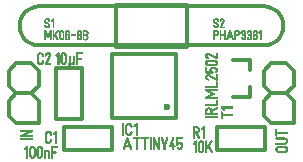
<source format=gto>
%FSLAX35Y35*%
%MOIN*%
%TF.FileFunction,Legend,Top*%
%ADD10C,0.00197*%
%ADD11C,0.00295*%
%ADD12C,0.00984*%
%ADD13C,0.01024*%
%ADD14C,0.01181*%
%ADD15C,0.01575*%
%ADD16C,0.01969*%
%ADD17C,0.02362*%
%ADD18C,0.03150*%
%ADD19C,0.05000*%
%AMR_20*21,1,0.00984,0.00984,0,0,0.000*%
%ADD20R_20*%
%AMR_21*21,1,0.01837,0.01837,0,0,0.000*%
%ADD21R_21*%
%AMR_22*21,1,0.01969,0.01969,0,0,0.000*%
%ADD22R_22*%
%AMOCT_23*4,1,8,0.015748,0.031496,0.007874,0.039370,-0.007874,0.039370,-0.015748,0.031496,-0.015748,-0.031496,-0.007874,-0.039370,0.007874,-0.039370,0.015748,-0.031496,0.015748,0.031496,90.000*%
%ADD23OCT_23*%
%AMOCT_24*4,1,8,0.023622,0.011811,0.011811,0.023622,-0.011811,0.023622,-0.023622,0.011811,-0.023622,-0.011811,-0.011811,-0.023622,0.011811,-0.023622,0.023622,-0.011811,0.023622,0.011811,0.000*%
%ADD24OCT_24*%
%AMOCT_25*4,1,8,0.031496,0.015748,0.015748,0.031496,-0.015748,0.031496,-0.031496,0.015748,-0.031496,-0.015748,-0.015748,-0.031496,0.015748,-0.031496,0.031496,-0.015748,0.031496,0.015748,180.000*%
%ADD25OCT_25*%
%AMOCT_26*4,1,8,0.035433,0.017717,0.017717,0.035433,-0.017717,0.035433,-0.035433,0.017717,-0.035433,-0.017717,-0.017717,-0.035433,0.017717,-0.035433,0.035433,-0.017717,0.035433,0.017717,0.000*%
%ADD26OCT_26*%
%AMOCT_27*4,1,8,0.035433,0.017717,0.017717,0.035433,-0.017717,0.035433,-0.035433,0.017717,-0.035433,-0.017717,-0.017717,-0.035433,0.017717,-0.035433,0.035433,-0.017717,0.035433,0.017717,90.000*%
%ADD27OCT_27*%
%AMRR_28*21,1,0.03150,0.04409,0,0,270.000*21,1,0.02835,0.04724,0,0,270.000*1,1,0.00315,0.02205,-0.01417*1,1,0.00315,-0.02205,0.01417*1,1,0.00315,-0.02205,-0.01417*1,1,0.00315,0.02205,0.01417*%
%ADD28RR_28*%
%AMRR_29*21,1,0.03150,0.07244,0,0,90.000*21,1,0.02520,0.07874,0,0,90.000*1,1,0.00630,-0.03622,0.01260*1,1,0.00630,0.03622,-0.01260*1,1,0.00630,0.03622,0.01260*1,1,0.00630,-0.03622,-0.01260*%
%ADD29RR_29*%
%AMRR_30*21,1,0.04331,0.06654,0,0,270.000*21,1,0.03898,0.07087,0,0,270.000*1,1,0.00433,0.03327,-0.01949*1,1,0.00433,-0.03327,0.01949*1,1,0.00433,-0.03327,-0.01949*1,1,0.00433,0.03327,0.01949*%
%ADD30RR_30*%
%AMRR_31*21,1,0.05512,0.04961,0,0,0.000*21,1,0.04961,0.05512,0,0,0.000*1,1,0.00551,0.02480,0.02480*1,1,0.00551,-0.02480,-0.02480*1,1,0.00551,0.02480,-0.02480*1,1,0.00551,-0.02480,0.02480*%
%ADD31RR_31*%
%AMRR_32*21,1,0.05512,0.04961,0,0,180.000*21,1,0.04961,0.05512,0,0,180.000*1,1,0.00551,-0.02480,-0.02480*1,1,0.00551,0.02480,0.02480*1,1,0.00551,-0.02480,0.02480*1,1,0.00551,0.02480,-0.02480*%
%ADD32RR_32*%
%AMRR_33*21,1,0.05512,0.04961,0,0,270.000*21,1,0.04961,0.05512,0,0,270.000*1,1,0.00551,0.02480,-0.02480*1,1,0.00551,-0.02480,0.02480*1,1,0.00551,-0.02480,-0.02480*1,1,0.00551,0.02480,0.02480*%
%ADD33RR_33*%
%AMRR_34*21,1,0.06299,0.05039,0,0,180.000*21,1,0.05039,0.06299,0,0,180.000*1,1,0.01260,-0.02520,-0.02520*1,1,0.01260,0.02520,0.02520*1,1,0.01260,-0.02520,0.02520*1,1,0.01260,0.02520,-0.02520*%
%ADD34RR_34*%
%AMRR_35*21,1,0.07087,0.05669,0,0,0.000*21,1,0.05669,0.07087,0,0,0.000*1,1,0.01417,0.02835,0.02835*1,1,0.01417,-0.02835,-0.02835*1,1,0.01417,0.02835,-0.02835*1,1,0.01417,-0.02835,0.02835*%
%ADD35RR_35*%
%AMRR_36*21,1,0.07087,0.05669,0,0,90.000*21,1,0.05669,0.07087,0,0,90.000*1,1,0.01417,-0.02835,0.02835*1,1,0.01417,0.02835,-0.02835*1,1,0.01417,0.02835,0.02835*1,1,0.01417,-0.02835,-0.02835*%
%ADD36RR_36*%
%AMRR_37*21,1,0.13780,0.07087,0,0,180.000*21,1,0.12992,0.07874,0,0,180.000*1,1,0.00787,-0.06496,-0.03543*1,1,0.00787,0.06496,0.03543*1,1,0.00787,-0.06496,0.03543*1,1,0.00787,0.06496,-0.03543*%
%ADD37RR_37*%
G54D10*
X15538Y47130D02*
X15660Y46727D01*
X15727Y46646D01*
X15832Y46635D01*
X15913Y46702D01*
X15924Y46807D01*
X15802Y47210D01*
X15735Y47291D01*
X15630Y47302D01*
X15548Y47235D01*
X15538Y47130D01*
X15640Y46793D02*
X15922Y46793D01*
X15592Y46950D02*
X15880Y46950D01*
X15545Y47108D02*
X15833Y47108D01*
X15586Y47265D02*
X15756Y47265D01*
X15257Y47330D02*
X15582Y47063D01*
X15683Y47033D01*
X15776Y47082D01*
X15807Y47183D01*
X15757Y47276D01*
X15432Y47543D01*
X15331Y47574D01*
X15238Y47524D01*
X15208Y47423D01*
X15257Y47330D01*
X15428Y47190D02*
X15803Y47190D01*
X15248Y47348D02*
X15670Y47348D01*
X15232Y47505D02*
X15478Y47505D01*
X14913Y47341D02*
X15331Y47299D01*
X15432Y47330D01*
X15482Y47423D01*
X15451Y47524D01*
X15358Y47574D01*
X14940Y47615D01*
X14839Y47584D01*
X14789Y47491D01*
X14820Y47390D01*
X14913Y47341D01*
X14799Y47457D02*
X15471Y47457D01*
X14938Y47614D02*
X14945Y47614D01*
X14620Y47158D02*
X14991Y47356D01*
X15058Y47438D01*
X15048Y47543D01*
X14966Y47610D01*
X14861Y47599D01*
X14490Y47401D01*
X14423Y47319D01*
X14434Y47214D01*
X14515Y47148D01*
X14620Y47158D01*
X14425Y47305D02*
X14895Y47305D01*
X14605Y47463D02*
X15056Y47463D01*
X14478Y46844D02*
X14677Y47214D01*
X14687Y47319D01*
X14620Y47401D01*
X14515Y47411D01*
X14434Y47344D01*
X14235Y46974D01*
X14225Y46869D01*
X14292Y46787D01*
X14397Y46777D01*
X14478Y46844D01*
X14232Y46934D02*
X14527Y46934D01*
X14299Y47092D02*
X14611Y47092D01*
X14383Y47249D02*
X14680Y47249D01*
X14509Y47407D02*
X14563Y47407D01*
X14535Y46504D02*
X14494Y46922D01*
X14444Y47015D01*
X14343Y47046D01*
X14250Y46996D01*
X14220Y46895D01*
X14261Y46476D01*
X14311Y46383D01*
X14412Y46353D01*
X14505Y46403D01*
X14535Y46504D01*
X14258Y46510D02*
X14535Y46510D01*
X14242Y46668D02*
X14519Y46668D01*
X14227Y46825D02*
X14504Y46825D01*
X14246Y46983D02*
X14462Y46983D01*
X14771Y46252D02*
X14505Y46577D01*
X14412Y46627D01*
X14311Y46597D01*
X14261Y46504D01*
X14292Y46403D01*
X14558Y46077D01*
X14651Y46028D01*
X14752Y46058D01*
X14802Y46151D01*
X14771Y46252D01*
X14470Y46185D02*
X14792Y46185D01*
X14341Y46343D02*
X14697Y46343D01*
X14262Y46500D02*
X14568Y46500D01*
X15107Y46175D02*
X14705Y46297D01*
X14600Y46286D01*
X14533Y46205D01*
X14543Y46100D01*
X14625Y46033D01*
X15027Y45911D01*
X15132Y45921D01*
X15199Y46003D01*
X15189Y46108D01*
X15107Y46175D01*
X14582Y46068D02*
X15193Y46068D01*
X14550Y46226D02*
X14939Y46226D01*
X14634Y44970D02*
X14505Y45361D01*
X14437Y45441D01*
X14332Y45449D01*
X14252Y45381D01*
X14244Y45275D01*
X14372Y44885D01*
X14441Y44805D01*
X14546Y44797D01*
X14626Y44865D01*
X14634Y44970D01*
X14349Y44954D02*
X14632Y44954D01*
X14297Y45112D02*
X14587Y45112D01*
X14246Y45269D02*
X14536Y45269D01*
X14305Y45426D02*
X14449Y45426D01*
X14911Y44782D02*
X14588Y45036D01*
X14486Y45064D01*
X14394Y45013D01*
X14366Y44911D01*
X14418Y44819D01*
X14741Y44565D01*
X14843Y44537D01*
X14935Y44589D01*
X14963Y44690D01*
X14911Y44782D01*
X14577Y44694D02*
X14961Y44694D01*
X14399Y44852D02*
X14823Y44852D01*
X14393Y45009D02*
X14622Y45009D01*
X15247Y44780D02*
X14837Y44811D01*
X14737Y44778D01*
X14689Y44684D01*
X14722Y44584D01*
X14816Y44536D01*
X15226Y44505D01*
X15326Y44538D01*
X15374Y44632D01*
X15341Y44732D01*
X15247Y44780D01*
X14696Y44663D02*
X15364Y44663D01*
X15527Y44965D02*
X15169Y44763D01*
X15104Y44680D01*
X15117Y44575D01*
X15200Y44510D01*
X15304Y44522D01*
X15663Y44724D01*
X15728Y44807D01*
X15715Y44912D01*
X15632Y44977D01*
X15527Y44965D01*
X15105Y44667D02*
X15561Y44667D01*
X15279Y44825D02*
X15726Y44825D01*
X15658Y45274D02*
X15472Y44907D01*
X15464Y44802D01*
X15533Y44722D01*
X15638Y44714D01*
X15718Y44782D01*
X15904Y45149D01*
X15912Y45254D01*
X15843Y45334D01*
X15738Y45342D01*
X15658Y45274D01*
X15469Y44871D02*
X15763Y44871D01*
X15534Y45028D02*
X15843Y45028D01*
X15614Y45186D02*
X15907Y45186D01*
X15595Y45603D02*
X15644Y45195D01*
X15696Y45103D01*
X15797Y45075D01*
X15889Y45126D01*
X15918Y45228D01*
X15868Y45636D01*
X15817Y45728D01*
X15715Y45757D01*
X15623Y45705D01*
X15595Y45603D01*
X15640Y45232D02*
X15917Y45232D01*
X15621Y45390D02*
X15898Y45390D01*
X15602Y45547D02*
X15879Y45547D01*
X15623Y45705D02*
X15830Y45705D01*
X15359Y45842D02*
X15627Y45530D01*
X15721Y45483D01*
X15821Y45515D01*
X15869Y45609D01*
X15836Y45710D01*
X15568Y46022D01*
X15474Y46069D01*
X15374Y46037D01*
X15326Y45943D01*
X15359Y45842D01*
X15533Y45640D02*
X15859Y45640D01*
X15398Y45797D02*
X15761Y45797D01*
X15332Y45955D02*
X15626Y45955D01*
X15030Y45910D02*
X15427Y45799D01*
X15531Y45812D01*
X15596Y45895D01*
X15584Y46000D01*
X15501Y46065D01*
X15105Y46176D01*
X15000Y46163D01*
X14935Y46080D01*
X14947Y45975D01*
X15030Y45910D01*
X14971Y45957D02*
X15589Y45957D01*
X14962Y46114D02*
X15323Y46114D01*
X17049Y47558D02*
X16482Y46991D01*
X16441Y46893D01*
X16482Y46796D01*
X16579Y46755D01*
X16677Y46796D01*
X17244Y47363D01*
X17284Y47460D01*
X17244Y47558D01*
X17146Y47598D01*
X17049Y47558D01*
X16450Y46913D02*
X16794Y46913D01*
X16562Y47070D02*
X16951Y47070D01*
X16719Y47228D02*
X17109Y47228D01*
X16876Y47385D02*
X17253Y47385D01*
X17034Y47543D02*
X17250Y47543D01*
X17284Y44625D02*
X17284Y47460D01*
X17244Y47558D01*
X17146Y47598D01*
X17049Y47558D01*
X17008Y47460D01*
X17008Y44625D01*
X17049Y44528D01*
X17146Y44488D01*
X17244Y44528D01*
X17284Y44625D01*
X17008Y44645D02*
X17284Y44645D01*
X17008Y44803D02*
X17284Y44803D01*
X17008Y44960D02*
X17284Y44960D01*
X17008Y45118D02*
X17284Y45118D01*
X17008Y45275D02*
X17284Y45275D01*
X17008Y45433D02*
X17284Y45433D01*
X17008Y45590D02*
X17284Y45590D01*
X17008Y45748D02*
X17284Y45748D01*
X17008Y45905D02*
X17284Y45905D01*
X17008Y46062D02*
X17284Y46062D01*
X17008Y46220D02*
X17284Y46220D01*
X17008Y46377D02*
X17284Y46377D01*
X17008Y46535D02*
X17284Y46535D01*
X17008Y46692D02*
X17284Y46692D01*
X17008Y46850D02*
X17284Y46850D01*
X17008Y47007D02*
X17284Y47007D01*
X17008Y47165D02*
X17284Y47165D01*
X17008Y47322D02*
X17284Y47322D01*
X17017Y47480D02*
X17276Y47480D01*
X14237Y43459D02*
X14237Y40625D01*
X14277Y40527D01*
X14375Y40487D01*
X14472Y40527D01*
X14512Y40625D01*
X14512Y43459D01*
X14472Y43557D01*
X14375Y43597D01*
X14277Y43557D01*
X14237Y43459D01*
X14237Y40644D02*
X14512Y40644D01*
X14237Y40802D02*
X14512Y40802D01*
X14237Y40959D02*
X14512Y40959D01*
X14237Y41117D02*
X14512Y41117D01*
X14237Y41274D02*
X14512Y41274D01*
X14237Y41432D02*
X14512Y41432D01*
X14237Y41589D02*
X14512Y41589D01*
X14237Y41747D02*
X14512Y41747D01*
X14237Y41904D02*
X14512Y41904D01*
X14237Y42062D02*
X14512Y42062D01*
X14237Y42219D02*
X14512Y42219D01*
X14237Y42376D02*
X14512Y42376D01*
X14237Y42534D02*
X14512Y42534D01*
X14237Y42691D02*
X14512Y42691D01*
X14237Y42849D02*
X14512Y42849D01*
X14237Y43006D02*
X14512Y43006D01*
X14237Y43164D02*
X14512Y43164D01*
X14237Y43321D02*
X14512Y43321D01*
X14245Y43479D02*
X14504Y43479D01*
X15475Y41536D02*
X14498Y43520D01*
X14419Y43590D01*
X14314Y43583D01*
X14244Y43504D01*
X14251Y43398D01*
X15227Y41414D01*
X15306Y41344D01*
X15412Y41351D01*
X15481Y41430D01*
X15475Y41536D01*
X15184Y41502D02*
X15477Y41502D01*
X15107Y41659D02*
X15414Y41659D01*
X15029Y41817D02*
X15336Y41817D01*
X14952Y41974D02*
X15259Y41974D01*
X14874Y42132D02*
X15181Y42132D01*
X14797Y42289D02*
X15104Y42289D01*
X14719Y42447D02*
X15026Y42447D01*
X14642Y42604D02*
X14949Y42604D01*
X14564Y42762D02*
X14871Y42762D01*
X14487Y42919D02*
X14794Y42919D01*
X14409Y43077D02*
X14716Y43077D01*
X14332Y43234D02*
X14639Y43234D01*
X14254Y43392D02*
X14561Y43392D01*
X14284Y43549D02*
X14465Y43549D01*
X16236Y43522D02*
X15228Y41537D01*
X15220Y41432D01*
X15288Y41352D01*
X15394Y41344D01*
X15474Y41412D01*
X16482Y43397D01*
X16490Y43502D01*
X16421Y43582D01*
X16316Y43590D01*
X16236Y43522D01*
X15225Y41501D02*
X15519Y41501D01*
X15290Y41659D02*
X15599Y41659D01*
X15370Y41816D02*
X15679Y41816D01*
X15450Y41974D02*
X15759Y41974D01*
X15530Y42131D02*
X15839Y42131D01*
X15610Y42289D02*
X15919Y42289D01*
X15690Y42446D02*
X15999Y42446D01*
X15770Y42604D02*
X16079Y42604D01*
X15850Y42761D02*
X16159Y42761D01*
X15930Y42919D02*
X16239Y42919D01*
X16010Y43076D02*
X16319Y43076D01*
X16090Y43234D02*
X16399Y43234D01*
X16170Y43391D02*
X16479Y43391D01*
X16268Y43549D02*
X16450Y43549D01*
X16497Y40625D02*
X16497Y43459D01*
X16456Y43557D01*
X16359Y43597D01*
X16261Y43557D01*
X16221Y43459D01*
X16221Y40625D01*
X16261Y40527D01*
X16359Y40487D01*
X16456Y40527D01*
X16497Y40625D01*
X16221Y40644D02*
X16497Y40644D01*
X16221Y40802D02*
X16497Y40802D01*
X16221Y40959D02*
X16497Y40959D01*
X16221Y41117D02*
X16497Y41117D01*
X16221Y41274D02*
X16497Y41274D01*
X16221Y41432D02*
X16497Y41432D01*
X16221Y41589D02*
X16497Y41589D01*
X16221Y41747D02*
X16497Y41747D01*
X16221Y41904D02*
X16497Y41904D01*
X16221Y42062D02*
X16497Y42062D01*
X16221Y42219D02*
X16497Y42219D01*
X16221Y42376D02*
X16497Y42376D01*
X16221Y42534D02*
X16497Y42534D01*
X16221Y42691D02*
X16497Y42691D01*
X16221Y42849D02*
X16497Y42849D01*
X16221Y43006D02*
X16497Y43006D01*
X16221Y43164D02*
X16497Y43164D01*
X16221Y43321D02*
X16497Y43321D01*
X16229Y43479D02*
X16488Y43479D01*
X17008Y43459D02*
X17008Y40625D01*
X17049Y40527D01*
X17146Y40487D01*
X17244Y40527D01*
X17284Y40625D01*
X17284Y43459D01*
X17244Y43557D01*
X17146Y43597D01*
X17049Y43557D01*
X17008Y43459D01*
X17008Y40644D02*
X17284Y40644D01*
X17008Y40802D02*
X17284Y40802D01*
X17008Y40959D02*
X17284Y40959D01*
X17008Y41117D02*
X17284Y41117D01*
X17008Y41274D02*
X17284Y41274D01*
X17008Y41432D02*
X17284Y41432D01*
X17008Y41589D02*
X17284Y41589D01*
X17008Y41747D02*
X17284Y41747D01*
X17008Y41904D02*
X17284Y41904D01*
X17008Y42062D02*
X17284Y42062D01*
X17008Y42219D02*
X17284Y42219D01*
X17008Y42376D02*
X17284Y42376D01*
X17008Y42534D02*
X17284Y42534D01*
X17008Y42691D02*
X17284Y42691D01*
X17008Y42849D02*
X17284Y42849D01*
X17008Y43006D02*
X17284Y43006D01*
X17008Y43164D02*
X17284Y43164D01*
X17008Y43321D02*
X17284Y43321D01*
X17017Y43479D02*
X17276Y43479D01*
X18454Y43543D02*
X17037Y41684D01*
X17010Y41582D01*
X17063Y41491D01*
X17165Y41464D01*
X17256Y41517D01*
X18673Y43376D01*
X18700Y43478D01*
X18647Y43569D01*
X18545Y43596D01*
X18454Y43543D01*
X17020Y41622D02*
X17335Y41622D01*
X17109Y41779D02*
X17456Y41779D01*
X17229Y41937D02*
X17576Y41937D01*
X17349Y42094D02*
X17696Y42094D01*
X17469Y42252D02*
X17816Y42252D01*
X17589Y42409D02*
X17936Y42409D01*
X17709Y42567D02*
X18056Y42567D01*
X17830Y42724D02*
X18176Y42724D01*
X17950Y42882D02*
X18296Y42882D01*
X18070Y43039D02*
X18416Y43039D01*
X18190Y43197D02*
X18537Y43197D01*
X18310Y43354D02*
X18657Y43354D01*
X18430Y43512D02*
X18680Y43512D01*
X18687Y40686D02*
X17836Y42387D01*
X17757Y42456D01*
X17651Y42449D01*
X17582Y42369D01*
X17590Y42264D01*
X18440Y40563D01*
X18520Y40494D01*
X18625Y40501D01*
X18694Y40581D01*
X18687Y40686D01*
X18396Y40651D02*
X18689Y40651D01*
X18317Y40809D02*
X18625Y40809D01*
X18239Y40966D02*
X18547Y40966D01*
X18160Y41124D02*
X18468Y41124D01*
X18081Y41281D02*
X18389Y41281D01*
X18002Y41439D02*
X18310Y41439D01*
X17924Y41596D02*
X18232Y41596D01*
X17845Y41754D02*
X18153Y41754D01*
X17766Y41911D02*
X18074Y41911D01*
X17687Y42069D02*
X17995Y42069D01*
X17609Y42226D02*
X17917Y42226D01*
X17595Y42384D02*
X17838Y42384D01*
X20623Y41191D02*
X20623Y42892D01*
X20582Y42990D01*
X20485Y43030D01*
X20387Y42990D01*
X20347Y42892D01*
X20347Y41191D01*
X20387Y41094D01*
X20485Y41054D01*
X20582Y41094D01*
X20623Y41191D01*
X20347Y41211D02*
X20623Y41211D01*
X20347Y41369D02*
X20623Y41369D01*
X20347Y41526D02*
X20623Y41526D01*
X20347Y41684D02*
X20623Y41684D01*
X20347Y41841D02*
X20623Y41841D01*
X20347Y41999D02*
X20623Y41999D01*
X20347Y42156D02*
X20623Y42156D01*
X20347Y42313D02*
X20623Y42313D01*
X20347Y42471D02*
X20623Y42471D01*
X20347Y42628D02*
X20623Y42628D01*
X20347Y42786D02*
X20623Y42786D01*
X20368Y42943D02*
X20601Y42943D01*
X20245Y43183D02*
X20354Y42850D01*
X20422Y42769D01*
X20527Y42761D01*
X20608Y42830D01*
X20616Y42935D01*
X20508Y43268D01*
X20439Y43348D01*
X20334Y43357D01*
X20254Y43288D01*
X20245Y43183D01*
X20331Y42919D02*
X20615Y42919D01*
X20280Y43076D02*
X20570Y43076D01*
X20249Y43234D02*
X20519Y43234D01*
X20012Y43320D02*
X20295Y43114D01*
X20398Y43089D01*
X20488Y43144D01*
X20513Y43247D01*
X20457Y43337D01*
X20174Y43543D01*
X20071Y43567D01*
X19982Y43512D01*
X19957Y43410D01*
X20012Y43320D01*
X20113Y43247D02*
X20513Y43247D01*
X19960Y43404D02*
X20365Y43404D01*
X20062Y43562D02*
X20095Y43562D01*
X19743Y43294D02*
X20093Y43294D01*
X20190Y43334D01*
X20231Y43431D01*
X20190Y43529D01*
X20093Y43569D01*
X19743Y43569D01*
X19645Y43529D01*
X19605Y43431D01*
X19645Y43334D01*
X19743Y43294D01*
X19613Y43451D02*
X20223Y43451D01*
X19540Y43114D02*
X19824Y43320D01*
X19879Y43410D01*
X19854Y43512D01*
X19764Y43567D01*
X19662Y43543D01*
X19378Y43337D01*
X19323Y43247D01*
X19348Y43144D01*
X19438Y43089D01*
X19540Y43114D01*
X19323Y43247D02*
X19723Y43247D01*
X19471Y43404D02*
X19875Y43404D01*
X19740Y43562D02*
X19773Y43562D01*
X19482Y42850D02*
X19590Y43183D01*
X19582Y43288D01*
X19502Y43357D01*
X19397Y43348D01*
X19328Y43268D01*
X19220Y42935D01*
X19228Y42830D01*
X19308Y42761D01*
X19413Y42769D01*
X19482Y42850D01*
X19221Y42919D02*
X19504Y42919D01*
X19266Y43076D02*
X19556Y43076D01*
X19317Y43234D02*
X19586Y43234D01*
X19213Y42892D02*
X19213Y41191D01*
X19253Y41094D01*
X19351Y41054D01*
X19448Y41094D01*
X19489Y41191D01*
X19489Y42892D01*
X19448Y42990D01*
X19351Y43030D01*
X19253Y42990D01*
X19213Y42892D01*
X19213Y41211D02*
X19489Y41211D01*
X19213Y41369D02*
X19489Y41369D01*
X19213Y41526D02*
X19489Y41526D01*
X19213Y41684D02*
X19489Y41684D01*
X19213Y41841D02*
X19489Y41841D01*
X19213Y41999D02*
X19489Y41999D01*
X19213Y42156D02*
X19489Y42156D01*
X19213Y42313D02*
X19489Y42313D01*
X19213Y42471D02*
X19489Y42471D01*
X19213Y42628D02*
X19489Y42628D01*
X19213Y42786D02*
X19489Y42786D01*
X19234Y42943D02*
X19467Y42943D01*
X19590Y40901D02*
X19482Y41234D01*
X19413Y41314D01*
X19308Y41322D01*
X19228Y41254D01*
X19220Y41149D01*
X19328Y40816D01*
X19397Y40735D01*
X19502Y40727D01*
X19582Y40796D01*
X19590Y40901D01*
X19306Y40885D02*
X19589Y40885D01*
X19255Y41042D02*
X19544Y41042D01*
X19224Y41200D02*
X19493Y41200D01*
X19824Y40764D02*
X19540Y40970D01*
X19438Y40994D01*
X19348Y40939D01*
X19323Y40837D01*
X19378Y40747D01*
X19662Y40541D01*
X19764Y40516D01*
X19854Y40571D01*
X19879Y40674D01*
X19824Y40764D01*
X19479Y40674D02*
X19879Y40674D01*
X19326Y40831D02*
X19731Y40831D01*
X19428Y40989D02*
X19461Y40989D01*
X20093Y40790D02*
X19743Y40790D01*
X19645Y40750D01*
X19605Y40652D01*
X19645Y40555D01*
X19743Y40514D01*
X20093Y40514D01*
X20190Y40555D01*
X20231Y40652D01*
X20190Y40750D01*
X20093Y40790D01*
X19613Y40672D02*
X20223Y40672D01*
X20295Y40970D02*
X20012Y40764D01*
X19957Y40674D01*
X19982Y40571D01*
X20071Y40516D01*
X20174Y40541D01*
X20457Y40747D01*
X20513Y40837D01*
X20488Y40939D01*
X20398Y40994D01*
X20295Y40970D01*
X19957Y40674D02*
X20357Y40674D01*
X20105Y40831D02*
X20509Y40831D01*
X20374Y40989D02*
X20407Y40989D01*
X20354Y41234D02*
X20245Y40901D01*
X20254Y40796D01*
X20334Y40727D01*
X20439Y40735D01*
X20508Y40816D01*
X20616Y41149D01*
X20608Y41254D01*
X20527Y41322D01*
X20422Y41314D01*
X20354Y41234D01*
X20247Y40885D02*
X20530Y40885D01*
X20291Y41042D02*
X20581Y41042D01*
X20343Y41200D02*
X20612Y41200D01*
X22167Y43183D02*
X22275Y42850D01*
X22343Y42769D01*
X22449Y42761D01*
X22529Y42830D01*
X22537Y42935D01*
X22429Y43268D01*
X22360Y43348D01*
X22255Y43357D01*
X22175Y43288D01*
X22167Y43183D01*
X22253Y42919D02*
X22536Y42919D01*
X22201Y43076D02*
X22491Y43076D01*
X22171Y43234D02*
X22440Y43234D01*
X21933Y43320D02*
X22217Y43114D01*
X22319Y43089D01*
X22409Y43144D01*
X22434Y43247D01*
X22379Y43337D01*
X22095Y43543D01*
X21993Y43567D01*
X21903Y43512D01*
X21878Y43410D01*
X21933Y43320D01*
X22034Y43247D02*
X22434Y43247D01*
X21882Y43404D02*
X22286Y43404D01*
X21983Y43562D02*
X22016Y43562D01*
X21664Y43294D02*
X22014Y43294D01*
X22112Y43334D01*
X22152Y43431D01*
X22112Y43529D01*
X22014Y43569D01*
X21664Y43569D01*
X21566Y43529D01*
X21526Y43431D01*
X21566Y43334D01*
X21664Y43294D01*
X21534Y43451D02*
X22144Y43451D01*
X21461Y43114D02*
X21745Y43320D01*
X21800Y43410D01*
X21775Y43512D01*
X21685Y43567D01*
X21583Y43543D01*
X21299Y43337D01*
X21244Y43247D01*
X21269Y43144D01*
X21359Y43089D01*
X21461Y43114D01*
X21244Y43247D02*
X21644Y43247D01*
X21392Y43404D02*
X21797Y43404D01*
X21662Y43562D02*
X21695Y43562D01*
X21403Y42850D02*
X21511Y43183D01*
X21503Y43288D01*
X21423Y43357D01*
X21318Y43348D01*
X21249Y43268D01*
X21141Y42935D01*
X21149Y42830D01*
X21230Y42761D01*
X21335Y42769D01*
X21403Y42850D01*
X21142Y42919D02*
X21426Y42919D01*
X21187Y43076D02*
X21477Y43076D01*
X21238Y43234D02*
X21507Y43234D01*
X21410Y41191D02*
X21410Y42892D01*
X21370Y42990D01*
X21272Y43030D01*
X21175Y42990D01*
X21134Y42892D01*
X21134Y41191D01*
X21175Y41094D01*
X21272Y41054D01*
X21370Y41094D01*
X21410Y41191D01*
X21134Y41211D02*
X21410Y41211D01*
X21134Y41369D02*
X21410Y41369D01*
X21134Y41526D02*
X21410Y41526D01*
X21134Y41684D02*
X21410Y41684D01*
X21134Y41841D02*
X21410Y41841D01*
X21134Y41999D02*
X21410Y41999D01*
X21134Y42156D02*
X21410Y42156D01*
X21134Y42313D02*
X21410Y42313D01*
X21134Y42471D02*
X21410Y42471D01*
X21134Y42628D02*
X21410Y42628D01*
X21134Y42786D02*
X21410Y42786D01*
X21156Y42943D02*
X21389Y42943D01*
X21511Y40901D02*
X21403Y41234D01*
X21335Y41314D01*
X21230Y41322D01*
X21149Y41254D01*
X21141Y41149D01*
X21249Y40816D01*
X21318Y40735D01*
X21423Y40727D01*
X21503Y40796D01*
X21511Y40901D01*
X21227Y40885D02*
X21510Y40885D01*
X21176Y41042D02*
X21466Y41042D01*
X21145Y41200D02*
X21414Y41200D01*
X21745Y40764D02*
X21461Y40970D01*
X21359Y40994D01*
X21269Y40939D01*
X21244Y40837D01*
X21299Y40747D01*
X21583Y40541D01*
X21685Y40516D01*
X21775Y40571D01*
X21800Y40674D01*
X21745Y40764D01*
X21400Y40674D02*
X21800Y40674D01*
X21248Y40831D02*
X21652Y40831D01*
X21350Y40989D02*
X21383Y40989D01*
X22014Y40790D02*
X21664Y40790D01*
X21566Y40750D01*
X21526Y40652D01*
X21566Y40555D01*
X21664Y40514D01*
X22014Y40514D01*
X22112Y40555D01*
X22152Y40652D01*
X22112Y40750D01*
X22014Y40790D01*
X21534Y40672D02*
X22144Y40672D01*
X22217Y40970D02*
X21933Y40764D01*
X21878Y40674D01*
X21903Y40571D01*
X21993Y40516D01*
X22095Y40541D01*
X22379Y40747D01*
X22434Y40837D01*
X22409Y40939D01*
X22319Y40994D01*
X22217Y40970D01*
X21878Y40674D02*
X22278Y40674D01*
X22026Y40831D02*
X22430Y40831D01*
X22296Y40989D02*
X22329Y40989D01*
X22275Y41234D02*
X22167Y40901D01*
X22175Y40796D01*
X22255Y40727D01*
X22360Y40735D01*
X22429Y40816D01*
X22537Y41149D01*
X22529Y41254D01*
X22449Y41322D01*
X22343Y41314D01*
X22275Y41234D01*
X22168Y40885D02*
X22451Y40885D01*
X22213Y41042D02*
X22502Y41042D01*
X22264Y41200D02*
X22533Y41200D01*
X22268Y41758D02*
X22268Y41191D01*
X22309Y41094D01*
X22406Y41054D01*
X22503Y41094D01*
X22544Y41191D01*
X22544Y41758D01*
X22503Y41856D01*
X22406Y41896D01*
X22309Y41856D01*
X22268Y41758D01*
X22268Y41211D02*
X22544Y41211D01*
X22268Y41369D02*
X22544Y41369D01*
X22268Y41526D02*
X22544Y41526D01*
X22268Y41684D02*
X22544Y41684D01*
X22302Y41841D02*
X22510Y41841D01*
X22167Y42049D02*
X22275Y41716D01*
X22343Y41636D01*
X22449Y41627D01*
X22529Y41696D01*
X22537Y41801D01*
X22429Y42134D01*
X22360Y42214D01*
X22255Y42223D01*
X22175Y42154D01*
X22167Y42049D01*
X22253Y41785D02*
X22536Y41785D01*
X22201Y41942D02*
X22491Y41942D01*
X22171Y42100D02*
X22440Y42100D01*
X21933Y42186D02*
X22217Y41980D01*
X22319Y41955D01*
X22409Y42011D01*
X22434Y42113D01*
X22379Y42203D01*
X22095Y42409D01*
X21993Y42434D01*
X21903Y42379D01*
X21878Y42276D01*
X21933Y42186D01*
X22034Y42113D02*
X22434Y42113D01*
X21882Y42270D02*
X22286Y42270D01*
X21983Y42428D02*
X22016Y42428D01*
X21664Y42160D02*
X22014Y42160D01*
X22112Y42200D01*
X22152Y42298D01*
X22112Y42395D01*
X22014Y42435D01*
X21664Y42435D01*
X21566Y42395D01*
X21526Y42298D01*
X21566Y42200D01*
X21664Y42160D01*
X21534Y42317D02*
X22144Y42317D01*
X21461Y41980D02*
X21745Y42186D01*
X21800Y42276D01*
X21775Y42379D01*
X21685Y42434D01*
X21583Y42409D01*
X21299Y42203D01*
X21244Y42113D01*
X21269Y42011D01*
X21359Y41955D01*
X21461Y41980D01*
X21244Y42113D02*
X21644Y42113D01*
X21392Y42270D02*
X21797Y42270D01*
X21662Y42428D02*
X21695Y42428D01*
X21403Y41716D02*
X21511Y42049D01*
X21503Y42154D01*
X21423Y42223D01*
X21318Y42214D01*
X21249Y42134D01*
X21141Y41801D01*
X21149Y41696D01*
X21230Y41627D01*
X21335Y41636D01*
X21403Y41716D01*
X21142Y41785D02*
X21426Y41785D01*
X21187Y41942D02*
X21477Y41942D01*
X21238Y42100D02*
X21507Y42100D01*
X24453Y42180D02*
X23193Y42180D01*
X23096Y42139D01*
X23056Y42042D01*
X23096Y41944D01*
X23193Y41904D01*
X24453Y41904D01*
X24551Y41944D01*
X24591Y42042D01*
X24551Y42139D01*
X24453Y42180D01*
X23064Y42062D02*
X24583Y42062D01*
X26512Y41191D02*
X26512Y41601D01*
X26472Y41698D01*
X26375Y41739D01*
X26277Y41698D01*
X26237Y41601D01*
X26237Y41191D01*
X26277Y41094D01*
X26375Y41054D01*
X26472Y41094D01*
X26512Y41191D01*
X26237Y41211D02*
X26512Y41211D01*
X26237Y41369D02*
X26512Y41369D01*
X26237Y41526D02*
X26512Y41526D01*
X26271Y41684D02*
X26478Y41684D01*
X26135Y41892D02*
X26243Y41558D01*
X26312Y41478D01*
X26417Y41470D01*
X26497Y41538D01*
X26506Y41643D01*
X26397Y41977D01*
X26329Y42057D01*
X26224Y42065D01*
X26143Y41997D01*
X26135Y41892D01*
X26221Y41627D02*
X26504Y41627D01*
X26170Y41785D02*
X26460Y41785D01*
X26139Y41942D02*
X26408Y41942D01*
X25902Y42029D02*
X26185Y41823D01*
X26288Y41798D01*
X26378Y41853D01*
X26402Y41956D01*
X26347Y42046D01*
X26064Y42252D01*
X25961Y42276D01*
X25871Y42221D01*
X25847Y42119D01*
X25902Y42029D01*
X26002Y41955D02*
X26402Y41955D01*
X25850Y42113D02*
X26254Y42113D01*
X25952Y42270D02*
X25985Y42270D01*
X25632Y42002D02*
X25983Y42002D01*
X26080Y42043D01*
X26121Y42140D01*
X26080Y42237D01*
X25983Y42278D01*
X25632Y42278D01*
X25535Y42237D01*
X25495Y42140D01*
X25535Y42043D01*
X25632Y42002D01*
X25503Y42160D02*
X26112Y42160D01*
X25430Y41823D02*
X25713Y42029D01*
X25768Y42119D01*
X25744Y42221D01*
X25654Y42276D01*
X25551Y42252D01*
X25268Y42046D01*
X25213Y41956D01*
X25237Y41853D01*
X25327Y41798D01*
X25430Y41823D01*
X25213Y41955D02*
X25613Y41955D01*
X25361Y42113D02*
X25765Y42113D01*
X25630Y42270D02*
X25663Y42270D01*
X25372Y41558D02*
X25480Y41892D01*
X25472Y41997D01*
X25392Y42065D01*
X25286Y42057D01*
X25218Y41977D01*
X25110Y41643D01*
X25118Y41538D01*
X25198Y41470D01*
X25303Y41478D01*
X25372Y41558D01*
X25111Y41627D02*
X25394Y41627D01*
X25156Y41785D02*
X25445Y41785D01*
X25207Y41942D02*
X25476Y41942D01*
X25103Y41601D02*
X25103Y41191D01*
X25143Y41094D01*
X25241Y41054D01*
X25338Y41094D01*
X25378Y41191D01*
X25378Y41601D01*
X25338Y41698D01*
X25241Y41739D01*
X25143Y41698D01*
X25103Y41601D01*
X25103Y41211D02*
X25378Y41211D01*
X25103Y41369D02*
X25378Y41369D01*
X25103Y41526D02*
X25378Y41526D01*
X25137Y41684D02*
X25344Y41684D01*
X25480Y40901D02*
X25372Y41234D01*
X25303Y41314D01*
X25198Y41322D01*
X25118Y41254D01*
X25110Y41149D01*
X25218Y40816D01*
X25286Y40735D01*
X25392Y40727D01*
X25472Y40796D01*
X25480Y40901D01*
X25195Y40885D02*
X25479Y40885D01*
X25144Y41042D02*
X25434Y41042D01*
X25114Y41200D02*
X25383Y41200D01*
X25713Y40764D02*
X25430Y40970D01*
X25327Y40994D01*
X25237Y40939D01*
X25213Y40837D01*
X25268Y40747D01*
X25551Y40541D01*
X25654Y40516D01*
X25744Y40571D01*
X25768Y40674D01*
X25713Y40764D01*
X25369Y40674D02*
X25768Y40674D01*
X25216Y40831D02*
X25621Y40831D01*
X25318Y40989D02*
X25351Y40989D01*
X25983Y40790D02*
X25632Y40790D01*
X25535Y40750D01*
X25495Y40652D01*
X25535Y40555D01*
X25632Y40514D01*
X25983Y40514D01*
X26080Y40555D01*
X26121Y40652D01*
X26080Y40750D01*
X25983Y40790D01*
X25503Y40672D02*
X26112Y40672D01*
X26185Y40970D02*
X25902Y40764D01*
X25847Y40674D01*
X25871Y40571D01*
X25961Y40516D01*
X26064Y40541D01*
X26347Y40747D01*
X26402Y40837D01*
X26378Y40939D01*
X26288Y40994D01*
X26185Y40970D01*
X25847Y40674D02*
X26247Y40674D01*
X25995Y40831D02*
X26399Y40831D01*
X26264Y40989D02*
X26297Y40989D01*
X26243Y41234D02*
X26135Y40901D01*
X26143Y40796D01*
X26224Y40727D01*
X26329Y40735D01*
X26397Y40816D01*
X26506Y41149D01*
X26497Y41254D01*
X26417Y41322D01*
X26312Y41314D01*
X26243Y41234D01*
X26136Y40885D02*
X26420Y40885D01*
X26181Y41042D02*
X26471Y41042D01*
X26232Y41200D02*
X26502Y41200D01*
X26512Y42766D02*
X26512Y42892D01*
X26472Y42990D01*
X26375Y43030D01*
X26277Y42990D01*
X26237Y42892D01*
X26237Y42766D01*
X26277Y42669D01*
X26375Y42628D01*
X26472Y42669D01*
X26512Y42766D01*
X26237Y42786D02*
X26512Y42786D01*
X26258Y42943D02*
X26491Y42943D01*
X26135Y43183D02*
X26243Y42850D01*
X26312Y42769D01*
X26417Y42761D01*
X26497Y42830D01*
X26506Y42935D01*
X26397Y43268D01*
X26329Y43348D01*
X26224Y43357D01*
X26143Y43288D01*
X26135Y43183D01*
X26221Y42919D02*
X26504Y42919D01*
X26170Y43076D02*
X26460Y43076D01*
X26139Y43234D02*
X26408Y43234D01*
X25902Y43320D02*
X26185Y43114D01*
X26288Y43089D01*
X26378Y43144D01*
X26402Y43247D01*
X26347Y43337D01*
X26064Y43543D01*
X25961Y43567D01*
X25871Y43512D01*
X25847Y43410D01*
X25902Y43320D01*
X26002Y43247D02*
X26402Y43247D01*
X25850Y43404D02*
X26254Y43404D01*
X25952Y43562D02*
X25985Y43562D01*
X25632Y43294D02*
X25983Y43294D01*
X26080Y43334D01*
X26121Y43431D01*
X26080Y43529D01*
X25983Y43569D01*
X25632Y43569D01*
X25535Y43529D01*
X25495Y43431D01*
X25535Y43334D01*
X25632Y43294D01*
X25503Y43451D02*
X26112Y43451D01*
X25430Y43114D02*
X25713Y43320D01*
X25768Y43410D01*
X25744Y43512D01*
X25654Y43567D01*
X25551Y43543D01*
X25268Y43337D01*
X25213Y43247D01*
X25237Y43144D01*
X25327Y43089D01*
X25430Y43114D01*
X25213Y43247D02*
X25613Y43247D01*
X25361Y43404D02*
X25765Y43404D01*
X25630Y43562D02*
X25663Y43562D01*
X25372Y42850D02*
X25480Y43183D01*
X25472Y43288D01*
X25392Y43357D01*
X25286Y43348D01*
X25218Y43268D01*
X25110Y42935D01*
X25118Y42830D01*
X25198Y42761D01*
X25303Y42769D01*
X25372Y42850D01*
X25111Y42919D02*
X25394Y42919D01*
X25156Y43076D02*
X25445Y43076D01*
X25207Y43234D02*
X25476Y43234D01*
X25103Y42892D02*
X25103Y42766D01*
X25143Y42669D01*
X25241Y42628D01*
X25338Y42669D01*
X25378Y42766D01*
X25378Y42892D01*
X25338Y42990D01*
X25241Y43030D01*
X25143Y42990D01*
X25103Y42892D01*
X25103Y42786D02*
X25378Y42786D01*
X25124Y42943D02*
X25357Y42943D01*
X25480Y42476D02*
X25372Y42809D01*
X25303Y42889D01*
X25198Y42897D01*
X25118Y42829D01*
X25110Y42724D01*
X25218Y42390D01*
X25286Y42310D01*
X25392Y42302D01*
X25472Y42370D01*
X25480Y42476D01*
X25195Y42459D02*
X25479Y42459D01*
X25144Y42617D02*
X25434Y42617D01*
X25114Y42774D02*
X25383Y42774D01*
X25713Y42339D02*
X25430Y42544D01*
X25327Y42569D01*
X25237Y42514D01*
X25213Y42411D01*
X25268Y42322D01*
X25551Y42116D01*
X25654Y42091D01*
X25744Y42146D01*
X25768Y42249D01*
X25713Y42339D01*
X25369Y42248D02*
X25768Y42248D01*
X25216Y42406D02*
X25621Y42406D01*
X25318Y42563D02*
X25351Y42563D01*
X25983Y42365D02*
X25632Y42365D01*
X25535Y42324D01*
X25495Y42227D01*
X25535Y42130D01*
X25632Y42089D01*
X25983Y42089D01*
X26080Y42130D01*
X26121Y42227D01*
X26080Y42324D01*
X25983Y42365D01*
X25503Y42247D02*
X26112Y42247D01*
X26185Y42544D02*
X25902Y42339D01*
X25847Y42249D01*
X25871Y42146D01*
X25961Y42091D01*
X26064Y42116D01*
X26347Y42322D01*
X26402Y42411D01*
X26378Y42514D01*
X26288Y42569D01*
X26185Y42544D01*
X25847Y42248D02*
X26247Y42248D01*
X25995Y42406D02*
X26399Y42406D01*
X26264Y42563D02*
X26297Y42563D01*
X26243Y42809D02*
X26135Y42476D01*
X26143Y42370D01*
X26224Y42302D01*
X26329Y42310D01*
X26397Y42390D01*
X26506Y42724D01*
X26497Y42829D01*
X26417Y42897D01*
X26312Y42889D01*
X26243Y42809D01*
X26136Y42459D02*
X26420Y42459D01*
X26181Y42617D02*
X26471Y42617D01*
X26232Y42774D02*
X26502Y42774D01*
X27162Y41904D02*
X27855Y41904D01*
X27952Y41944D01*
X27993Y42042D01*
X27952Y42139D01*
X27855Y42180D01*
X27162Y42180D01*
X27064Y42139D01*
X27024Y42042D01*
X27064Y41944D01*
X27162Y41904D01*
X27032Y42062D02*
X27984Y42062D01*
X28173Y42286D02*
X27819Y42191D01*
X27735Y42126D01*
X27722Y42022D01*
X27786Y41938D01*
X27890Y41924D01*
X28245Y42019D01*
X28328Y42084D01*
X28342Y42188D01*
X28278Y42272D01*
X28173Y42286D01*
X27730Y42082D02*
X28326Y42082D01*
X28001Y42239D02*
X28303Y42239D01*
X28371Y42509D02*
X28112Y42250D01*
X28071Y42153D01*
X28112Y42055D01*
X28209Y42015D01*
X28307Y42055D01*
X28566Y42314D01*
X28606Y42412D01*
X28566Y42509D01*
X28469Y42550D01*
X28371Y42509D01*
X28080Y42172D02*
X28424Y42172D01*
X28191Y42330D02*
X28572Y42330D01*
X28349Y42487D02*
X28575Y42487D01*
X28430Y42802D02*
X28335Y42448D01*
X28349Y42343D01*
X28433Y42279D01*
X28537Y42293D01*
X28602Y42376D01*
X28697Y42731D01*
X28683Y42835D01*
X28599Y42899D01*
X28495Y42886D01*
X28430Y42802D01*
X28337Y42436D02*
X28618Y42436D01*
X28375Y42594D02*
X28660Y42594D01*
X28417Y42751D02*
X28694Y42751D01*
X28335Y43085D02*
X28430Y42731D01*
X28495Y42647D01*
X28599Y42633D01*
X28683Y42697D01*
X28697Y42802D01*
X28602Y43156D01*
X28537Y43240D01*
X28433Y43254D01*
X28349Y43189D01*
X28335Y43085D01*
X28414Y42791D02*
X28695Y42791D01*
X28372Y42948D02*
X28657Y42948D01*
X28338Y43106D02*
X28615Y43106D01*
X28112Y43283D02*
X28371Y43023D01*
X28469Y42983D01*
X28566Y43023D01*
X28606Y43121D01*
X28566Y43218D01*
X28307Y43477D01*
X28209Y43518D01*
X28112Y43477D01*
X28071Y43380D01*
X28112Y43283D01*
X28254Y43140D02*
X28598Y43140D01*
X28105Y43298D02*
X28486Y43298D01*
X28103Y43455D02*
X28329Y43455D01*
X27819Y43342D02*
X28173Y43247D01*
X28278Y43261D01*
X28342Y43344D01*
X28328Y43449D01*
X28245Y43513D01*
X27890Y43608D01*
X27786Y43594D01*
X27722Y43511D01*
X27735Y43406D01*
X27819Y43342D01*
X27738Y43404D02*
X28334Y43404D01*
X27761Y43562D02*
X28063Y43562D01*
X27855Y43597D02*
X27162Y43597D01*
X27064Y43557D01*
X27024Y43459D01*
X27064Y43362D01*
X27162Y43321D01*
X27855Y43321D01*
X27952Y43362D01*
X27993Y43459D01*
X27952Y43557D01*
X27855Y43597D01*
X27032Y43479D02*
X27984Y43479D01*
X27024Y43459D02*
X27024Y40625D01*
X27064Y40527D01*
X27162Y40487D01*
X27259Y40527D01*
X27300Y40625D01*
X27300Y43459D01*
X27259Y43557D01*
X27162Y43597D01*
X27064Y43557D01*
X27024Y43459D01*
X27024Y40644D02*
X27300Y40644D01*
X27024Y40802D02*
X27300Y40802D01*
X27024Y40959D02*
X27300Y40959D01*
X27024Y41117D02*
X27300Y41117D01*
X27024Y41274D02*
X27300Y41274D01*
X27024Y41432D02*
X27300Y41432D01*
X27024Y41589D02*
X27300Y41589D01*
X27024Y41747D02*
X27300Y41747D01*
X27024Y41904D02*
X27300Y41904D01*
X27024Y42062D02*
X27300Y42062D01*
X27024Y42219D02*
X27300Y42219D01*
X27024Y42376D02*
X27300Y42376D01*
X27024Y42534D02*
X27300Y42534D01*
X27024Y42691D02*
X27300Y42691D01*
X27024Y42849D02*
X27300Y42849D01*
X27024Y43006D02*
X27300Y43006D01*
X27024Y43164D02*
X27300Y43164D01*
X27024Y43321D02*
X27300Y43321D01*
X27032Y43479D02*
X27292Y43479D01*
X27162Y40487D02*
X27855Y40487D01*
X27952Y40527D01*
X27993Y40625D01*
X27952Y40722D01*
X27855Y40762D01*
X27162Y40762D01*
X27064Y40722D01*
X27024Y40625D01*
X27064Y40527D01*
X27162Y40487D01*
X27032Y40644D02*
X27984Y40644D01*
X28173Y40837D02*
X27819Y40742D01*
X27735Y40678D01*
X27722Y40573D01*
X27786Y40489D01*
X27890Y40476D01*
X28245Y40571D01*
X28328Y40635D01*
X28342Y40739D01*
X28278Y40823D01*
X28173Y40837D01*
X27730Y40633D02*
X28326Y40633D01*
X28001Y40791D02*
X28303Y40791D01*
X28371Y41061D02*
X28112Y40801D01*
X28071Y40704D01*
X28112Y40606D01*
X28209Y40566D01*
X28307Y40606D01*
X28566Y40866D01*
X28606Y40963D01*
X28566Y41061D01*
X28469Y41101D01*
X28371Y41061D01*
X28080Y40723D02*
X28424Y40723D01*
X28191Y40881D02*
X28572Y40881D01*
X28349Y41038D02*
X28575Y41038D01*
X28430Y41353D02*
X28335Y40999D01*
X28349Y40894D01*
X28433Y40830D01*
X28537Y40844D01*
X28602Y40927D01*
X28697Y41282D01*
X28683Y41386D01*
X28599Y41451D01*
X28495Y41437D01*
X28430Y41353D01*
X28337Y40987D02*
X28618Y40987D01*
X28375Y41145D02*
X28660Y41145D01*
X28417Y41302D02*
X28694Y41302D01*
X28335Y41636D02*
X28430Y41282D01*
X28495Y41198D01*
X28599Y41184D01*
X28683Y41249D01*
X28697Y41353D01*
X28602Y41707D01*
X28537Y41791D01*
X28433Y41805D01*
X28349Y41741D01*
X28335Y41636D01*
X28414Y41342D02*
X28695Y41342D01*
X28372Y41499D02*
X28657Y41499D01*
X28338Y41657D02*
X28615Y41657D01*
X28112Y41834D02*
X28371Y41574D01*
X28469Y41534D01*
X28566Y41574D01*
X28606Y41672D01*
X28566Y41769D01*
X28307Y42029D01*
X28209Y42069D01*
X28112Y42029D01*
X28071Y41931D01*
X28112Y41834D01*
X28254Y41691D02*
X28598Y41691D01*
X28105Y41849D02*
X28486Y41849D01*
X28103Y42006D02*
X28329Y42006D01*
X27819Y41893D02*
X28173Y41798D01*
X28278Y41812D01*
X28342Y41895D01*
X28328Y42000D01*
X28245Y42064D01*
X27890Y42159D01*
X27786Y42145D01*
X27722Y42062D01*
X27735Y41957D01*
X27819Y41893D01*
X27738Y41956D02*
X28334Y41956D01*
X27761Y42113D02*
X28063Y42113D01*
X40231Y12421D02*
X40231Y8877D01*
X40288Y8738D01*
X40428Y8681D01*
X40567Y8738D01*
X40625Y8877D01*
X40625Y12421D01*
X40567Y12560D01*
X40428Y12618D01*
X40288Y12560D01*
X40231Y12421D01*
X40247Y8838D02*
X40608Y8838D01*
X40231Y8996D02*
X40625Y8996D01*
X40231Y9153D02*
X40625Y9153D01*
X40231Y9311D02*
X40625Y9311D01*
X40231Y9468D02*
X40625Y9468D01*
X40231Y9625D02*
X40625Y9625D01*
X40231Y9783D02*
X40625Y9783D01*
X40231Y9940D02*
X40625Y9940D01*
X40231Y10098D02*
X40625Y10098D01*
X40231Y10255D02*
X40625Y10255D01*
X40231Y10413D02*
X40625Y10413D01*
X40231Y10570D02*
X40625Y10570D01*
X40231Y10728D02*
X40625Y10728D01*
X40231Y10885D02*
X40625Y10885D01*
X40231Y11043D02*
X40625Y11043D01*
X40231Y11200D02*
X40625Y11200D01*
X40231Y11358D02*
X40625Y11358D01*
X40231Y11515D02*
X40625Y11515D01*
X40231Y11673D02*
X40625Y11673D01*
X40231Y11830D02*
X40625Y11830D01*
X40231Y11988D02*
X40625Y11988D01*
X40231Y12145D02*
X40625Y12145D01*
X40231Y12303D02*
X40625Y12303D01*
X40247Y12460D02*
X40608Y12460D01*
X40428Y12618D02*
X40428Y12618D01*
X42855Y11947D02*
X42974Y11504D01*
X43065Y11384D01*
X43215Y11364D01*
X43334Y11456D01*
X43354Y11606D01*
X43235Y12048D01*
X43144Y12168D01*
X42994Y12188D01*
X42875Y12096D01*
X42855Y11947D01*
X42969Y11522D02*
X43343Y11522D01*
X42927Y11679D02*
X43334Y11679D01*
X42884Y11837D02*
X43292Y11837D01*
X42861Y11994D02*
X43250Y11994D01*
X42948Y12152D02*
X43156Y12152D01*
X42582Y12183D02*
X42906Y11858D01*
X43045Y11801D01*
X43184Y11858D01*
X43242Y11998D01*
X43184Y12137D01*
X42860Y12461D01*
X42721Y12519D01*
X42582Y12461D01*
X42524Y12322D01*
X42582Y12183D01*
X42806Y11958D02*
X43226Y11958D01*
X42649Y12116D02*
X43193Y12116D01*
X42544Y12273D02*
X43048Y12273D01*
X42569Y12431D02*
X42891Y12431D01*
X42227Y12250D02*
X42670Y12132D01*
X42819Y12151D01*
X42911Y12271D01*
X42891Y12420D01*
X42772Y12512D01*
X42329Y12631D01*
X42180Y12611D01*
X42088Y12491D01*
X42108Y12342D01*
X42227Y12250D01*
X42177Y12289D02*
X42909Y12289D01*
X42094Y12447D02*
X42857Y12447D01*
X42174Y12604D02*
X42428Y12604D01*
X41886Y12132D02*
X42329Y12250D01*
X42449Y12342D01*
X42468Y12491D01*
X42376Y12611D01*
X42227Y12631D01*
X41784Y12512D01*
X41665Y12420D01*
X41645Y12271D01*
X41737Y12151D01*
X41886Y12132D01*
X41647Y12289D02*
X42380Y12289D01*
X41699Y12447D02*
X42462Y12447D01*
X42128Y12604D02*
X42382Y12604D01*
X41650Y11858D02*
X41974Y12183D01*
X42032Y12322D01*
X41974Y12461D01*
X41835Y12519D01*
X41696Y12461D01*
X41372Y12137D01*
X41314Y11998D01*
X41372Y11858D01*
X41511Y11801D01*
X41650Y11858D01*
X41330Y11958D02*
X41750Y11958D01*
X41363Y12116D02*
X41907Y12116D01*
X41508Y12273D02*
X42012Y12273D01*
X41666Y12431D02*
X41987Y12431D01*
X41582Y11504D02*
X41701Y11947D01*
X41681Y12096D01*
X41562Y12188D01*
X41412Y12168D01*
X41321Y12048D01*
X41202Y11606D01*
X41222Y11456D01*
X41341Y11364D01*
X41491Y11384D01*
X41582Y11504D01*
X41213Y11522D02*
X41587Y11522D01*
X41222Y11679D02*
X41629Y11679D01*
X41264Y11837D02*
X41672Y11837D01*
X41306Y11994D02*
X41695Y11994D01*
X41400Y12152D02*
X41608Y12152D01*
X41609Y9744D02*
X41609Y11555D01*
X41551Y11694D01*
X41412Y11751D01*
X41273Y11694D01*
X41215Y11555D01*
X41215Y9744D01*
X41273Y9604D01*
X41412Y9547D01*
X41551Y9604D01*
X41609Y9744D01*
X41231Y9704D02*
X41592Y9704D01*
X41215Y9862D02*
X41609Y9862D01*
X41215Y10019D02*
X41609Y10019D01*
X41215Y10177D02*
X41609Y10177D01*
X41215Y10334D02*
X41609Y10334D01*
X41215Y10492D02*
X41609Y10492D01*
X41215Y10649D02*
X41609Y10649D01*
X41215Y10807D02*
X41609Y10807D01*
X41215Y10964D02*
X41609Y10964D01*
X41215Y11122D02*
X41609Y11122D01*
X41215Y11279D02*
X41609Y11279D01*
X41215Y11437D02*
X41609Y11437D01*
X41231Y11594D02*
X41592Y11594D01*
X41412Y11751D02*
X41412Y11751D01*
X41701Y9352D02*
X41582Y9795D01*
X41491Y9914D01*
X41341Y9934D01*
X41222Y9842D01*
X41202Y9693D01*
X41321Y9250D01*
X41412Y9130D01*
X41562Y9111D01*
X41681Y9202D01*
X41701Y9352D01*
X41316Y9268D02*
X41690Y9268D01*
X41274Y9426D02*
X41681Y9426D01*
X41231Y9583D02*
X41639Y9583D01*
X41208Y9740D02*
X41597Y9740D01*
X41295Y9898D02*
X41503Y9898D01*
X41974Y9116D02*
X41650Y9440D01*
X41511Y9498D01*
X41372Y9440D01*
X41314Y9301D01*
X41372Y9161D01*
X41696Y8837D01*
X41835Y8780D01*
X41974Y8837D01*
X42032Y8976D01*
X41974Y9116D01*
X41596Y8937D02*
X42016Y8937D01*
X41439Y9095D02*
X41983Y9095D01*
X41334Y9252D02*
X41838Y9252D01*
X41359Y9410D02*
X41680Y9410D01*
X42329Y9048D02*
X41886Y9167D01*
X41737Y9147D01*
X41645Y9027D01*
X41665Y8878D01*
X41784Y8786D01*
X42227Y8668D01*
X42376Y8687D01*
X42468Y8807D01*
X42449Y8956D01*
X42329Y9048D01*
X41734Y8825D02*
X42466Y8825D01*
X41651Y8983D02*
X42414Y8983D01*
X41731Y9140D02*
X41985Y9140D01*
X42670Y9167D02*
X42227Y9048D01*
X42108Y8956D01*
X42088Y8807D01*
X42180Y8687D01*
X42329Y8668D01*
X42772Y8786D01*
X42891Y8878D01*
X42911Y9027D01*
X42819Y9147D01*
X42670Y9167D01*
X42090Y8825D02*
X42822Y8825D01*
X42142Y8983D02*
X42905Y8983D01*
X42571Y9140D02*
X42825Y9140D01*
X42906Y9440D02*
X42582Y9116D01*
X42524Y8976D01*
X42582Y8837D01*
X42721Y8780D01*
X42860Y8837D01*
X43184Y9161D01*
X43242Y9301D01*
X43184Y9440D01*
X43045Y9498D01*
X42906Y9440D01*
X42540Y8937D02*
X42960Y8937D01*
X42573Y9095D02*
X43117Y9095D01*
X42718Y9252D02*
X43222Y9252D01*
X42876Y9410D02*
X43197Y9410D01*
X42974Y9795D02*
X42855Y9352D01*
X42875Y9202D01*
X42994Y9111D01*
X43144Y9130D01*
X43235Y9250D01*
X43354Y9693D01*
X43334Y9842D01*
X43215Y9934D01*
X43065Y9914D01*
X42974Y9795D01*
X42866Y9268D02*
X43240Y9268D01*
X42875Y9426D02*
X43282Y9426D01*
X42917Y9583D02*
X43325Y9583D01*
X42959Y9740D02*
X43348Y9740D01*
X43053Y9898D02*
X43261Y9898D01*
X44737Y12560D02*
X44029Y11851D01*
X43971Y11712D01*
X44029Y11573D01*
X44168Y11515D01*
X44307Y11573D01*
X45016Y12282D01*
X45073Y12421D01*
X45016Y12560D01*
X44876Y12618D01*
X44737Y12560D01*
X43987Y11673D02*
X44407Y11673D01*
X44020Y11830D02*
X44564Y11830D01*
X44165Y11988D02*
X44722Y11988D01*
X44322Y12145D02*
X44879Y12145D01*
X44480Y12303D02*
X45024Y12303D01*
X44637Y12460D02*
X45057Y12460D01*
X44876Y12618D02*
X44876Y12618D01*
X45073Y8877D02*
X45073Y12421D01*
X45016Y12560D01*
X44876Y12618D01*
X44737Y12560D01*
X44680Y12421D01*
X44680Y8877D01*
X44737Y8738D01*
X44876Y8681D01*
X45016Y8738D01*
X45073Y8877D01*
X44696Y8838D02*
X45057Y8838D01*
X44680Y8996D02*
X45073Y8996D01*
X44680Y9153D02*
X45073Y9153D01*
X44680Y9311D02*
X45073Y9311D01*
X44680Y9468D02*
X45073Y9468D01*
X44680Y9625D02*
X45073Y9625D01*
X44680Y9783D02*
X45073Y9783D01*
X44680Y9940D02*
X45073Y9940D01*
X44680Y10098D02*
X45073Y10098D01*
X44680Y10255D02*
X45073Y10255D01*
X44680Y10413D02*
X45073Y10413D01*
X44680Y10570D02*
X45073Y10570D01*
X44680Y10728D02*
X45073Y10728D01*
X44680Y10885D02*
X45073Y10885D01*
X44680Y11043D02*
X45073Y11043D01*
X44680Y11200D02*
X45073Y11200D01*
X44680Y11358D02*
X45073Y11358D01*
X44680Y11515D02*
X45073Y11515D01*
X44680Y11673D02*
X45073Y11673D01*
X44680Y11830D02*
X45073Y11830D01*
X44680Y11988D02*
X45073Y11988D01*
X44680Y12145D02*
X45073Y12145D01*
X44680Y12303D02*
X45073Y12303D01*
X44696Y12460D02*
X45057Y12460D01*
X44876Y12618D02*
X44876Y12618D01*
X41619Y7760D02*
X40399Y4217D01*
X40408Y4067D01*
X40521Y3967D01*
X40671Y3976D01*
X40771Y4089D01*
X41992Y7632D01*
X41983Y7783D01*
X41870Y7882D01*
X41719Y7873D01*
X41619Y7760D01*
X40405Y4124D02*
X40783Y4124D01*
X40421Y4282D02*
X40838Y4282D01*
X40476Y4439D02*
X40892Y4439D01*
X40530Y4597D02*
X40946Y4597D01*
X40584Y4754D02*
X41000Y4754D01*
X40638Y4912D02*
X41055Y4912D01*
X40693Y5069D02*
X41109Y5069D01*
X40747Y5227D02*
X41163Y5227D01*
X40801Y5384D02*
X41217Y5384D01*
X40855Y5542D02*
X41272Y5542D01*
X40910Y5699D02*
X41326Y5699D01*
X40964Y5857D02*
X41380Y5857D01*
X41018Y6014D02*
X41434Y6014D01*
X41072Y6172D02*
X41489Y6172D01*
X41126Y6329D02*
X41543Y6329D01*
X41181Y6487D02*
X41597Y6487D01*
X41235Y6644D02*
X41651Y6644D01*
X41289Y6802D02*
X41706Y6802D01*
X41343Y6959D02*
X41760Y6959D01*
X41398Y7117D02*
X41814Y7117D01*
X41452Y7274D02*
X41868Y7274D01*
X41506Y7431D02*
X41923Y7431D01*
X41560Y7589D02*
X41977Y7589D01*
X41615Y7746D02*
X41985Y7746D01*
X43251Y4219D02*
X41991Y7762D01*
X41890Y7874D01*
X41740Y7882D01*
X41628Y7781D01*
X41620Y7630D01*
X42880Y4087D01*
X42981Y3975D01*
X43131Y3968D01*
X43243Y4069D01*
X43251Y4219D01*
X42866Y4125D02*
X43246Y4125D01*
X42810Y4283D02*
X43228Y4283D01*
X42754Y4440D02*
X43172Y4440D01*
X42698Y4597D02*
X43116Y4597D01*
X42643Y4755D02*
X43060Y4755D01*
X42587Y4912D02*
X43004Y4912D01*
X42531Y5070D02*
X42948Y5070D01*
X42475Y5227D02*
X42892Y5227D01*
X42419Y5385D02*
X42836Y5385D01*
X42363Y5542D02*
X42780Y5542D01*
X42307Y5700D02*
X42724Y5700D01*
X42251Y5857D02*
X42668Y5857D01*
X42195Y6015D02*
X42612Y6015D01*
X42139Y6172D02*
X42556Y6172D01*
X42083Y6330D02*
X42500Y6330D01*
X42027Y6487D02*
X42444Y6487D01*
X41971Y6645D02*
X42388Y6645D01*
X41915Y6802D02*
X42332Y6802D01*
X41859Y6960D02*
X42276Y6960D01*
X41803Y7117D02*
X42220Y7117D01*
X41747Y7275D02*
X42164Y7275D01*
X41691Y7432D02*
X42108Y7432D01*
X41635Y7590D02*
X42052Y7590D01*
X41626Y7747D02*
X41996Y7747D01*
X42711Y5413D02*
X40939Y5413D01*
X40800Y5355D01*
X40743Y5216D01*
X40800Y5077D01*
X40939Y5019D01*
X42711Y5019D01*
X42850Y5077D01*
X42908Y5216D01*
X42850Y5355D01*
X42711Y5413D01*
X40759Y5177D02*
X42892Y5177D01*
X40792Y5334D02*
X42859Y5334D01*
X45821Y7893D02*
X44050Y7893D01*
X43911Y7836D01*
X43853Y7696D01*
X43911Y7557D01*
X44050Y7500D01*
X45821Y7500D01*
X45961Y7557D01*
X46018Y7696D01*
X45961Y7836D01*
X45821Y7893D01*
X43869Y7657D02*
X46002Y7657D01*
X43902Y7814D02*
X45969Y7814D01*
X45113Y4153D02*
X45113Y7696D01*
X45055Y7836D01*
X44916Y7893D01*
X44777Y7836D01*
X44719Y7696D01*
X44719Y4153D01*
X44777Y4014D01*
X44916Y3956D01*
X45055Y4014D01*
X45113Y4153D01*
X44735Y4114D02*
X45096Y4114D01*
X44719Y4271D02*
X45113Y4271D01*
X44719Y4429D02*
X45113Y4429D01*
X44719Y4586D02*
X45113Y4586D01*
X44719Y4744D02*
X45113Y4744D01*
X44719Y4901D02*
X45113Y4901D01*
X44719Y5059D02*
X45113Y5059D01*
X44719Y5216D02*
X45113Y5216D01*
X44719Y5374D02*
X45113Y5374D01*
X44719Y5531D02*
X45113Y5531D01*
X44719Y5688D02*
X45113Y5688D01*
X44719Y5846D02*
X45113Y5846D01*
X44719Y6003D02*
X45113Y6003D01*
X44719Y6161D02*
X45113Y6161D01*
X44719Y6318D02*
X45113Y6318D01*
X44719Y6476D02*
X45113Y6476D01*
X44719Y6633D02*
X45113Y6633D01*
X44719Y6791D02*
X45113Y6791D01*
X44719Y6948D02*
X45113Y6948D01*
X44719Y7106D02*
X45113Y7106D01*
X44719Y7263D02*
X45113Y7263D01*
X44719Y7421D02*
X45113Y7421D01*
X44719Y7578D02*
X45113Y7578D01*
X44735Y7736D02*
X45096Y7736D01*
X44916Y7893D02*
X44916Y7893D01*
X48577Y7893D02*
X46806Y7893D01*
X46666Y7836D01*
X46609Y7696D01*
X46666Y7557D01*
X46806Y7500D01*
X48577Y7500D01*
X48716Y7557D01*
X48774Y7696D01*
X48716Y7836D01*
X48577Y7893D01*
X46625Y7657D02*
X48758Y7657D01*
X46658Y7814D02*
X48725Y7814D01*
X47869Y4153D02*
X47869Y7696D01*
X47811Y7836D01*
X47672Y7893D01*
X47533Y7836D01*
X47475Y7696D01*
X47475Y4153D01*
X47533Y4014D01*
X47672Y3956D01*
X47811Y4014D01*
X47869Y4153D01*
X47491Y4114D02*
X47852Y4114D01*
X47475Y4271D02*
X47869Y4271D01*
X47475Y4429D02*
X47869Y4429D01*
X47475Y4586D02*
X47869Y4586D01*
X47475Y4744D02*
X47869Y4744D01*
X47475Y4901D02*
X47869Y4901D01*
X47475Y5059D02*
X47869Y5059D01*
X47475Y5216D02*
X47869Y5216D01*
X47475Y5374D02*
X47869Y5374D01*
X47475Y5531D02*
X47869Y5531D01*
X47475Y5688D02*
X47869Y5688D01*
X47475Y5846D02*
X47869Y5846D01*
X47475Y6003D02*
X47869Y6003D01*
X47475Y6161D02*
X47869Y6161D01*
X47475Y6318D02*
X47869Y6318D01*
X47475Y6476D02*
X47869Y6476D01*
X47475Y6633D02*
X47869Y6633D01*
X47475Y6791D02*
X47869Y6791D01*
X47475Y6948D02*
X47869Y6948D01*
X47475Y7106D02*
X47869Y7106D01*
X47475Y7263D02*
X47869Y7263D01*
X47475Y7421D02*
X47869Y7421D01*
X47475Y7578D02*
X47869Y7578D01*
X47491Y7736D02*
X47852Y7736D01*
X47672Y7893D02*
X47672Y7893D01*
X49365Y7696D02*
X49365Y4153D01*
X49422Y4014D01*
X49562Y3956D01*
X49701Y4014D01*
X49758Y4153D01*
X49758Y7696D01*
X49701Y7836D01*
X49562Y7893D01*
X49422Y7836D01*
X49365Y7696D01*
X49381Y4114D02*
X49742Y4114D01*
X49365Y4271D02*
X49758Y4271D01*
X49365Y4429D02*
X49758Y4429D01*
X49365Y4586D02*
X49758Y4586D01*
X49365Y4744D02*
X49758Y4744D01*
X49365Y4901D02*
X49758Y4901D01*
X49365Y5059D02*
X49758Y5059D01*
X49365Y5216D02*
X49758Y5216D01*
X49365Y5374D02*
X49758Y5374D01*
X49365Y5531D02*
X49758Y5531D01*
X49365Y5688D02*
X49758Y5688D01*
X49365Y5846D02*
X49758Y5846D01*
X49365Y6003D02*
X49758Y6003D01*
X49365Y6161D02*
X49758Y6161D01*
X49365Y6318D02*
X49758Y6318D01*
X49365Y6476D02*
X49758Y6476D01*
X49365Y6633D02*
X49758Y6633D01*
X49365Y6791D02*
X49758Y6791D01*
X49365Y6948D02*
X49758Y6948D01*
X49365Y7106D02*
X49758Y7106D01*
X49365Y7263D02*
X49758Y7263D01*
X49365Y7421D02*
X49758Y7421D01*
X49365Y7578D02*
X49758Y7578D01*
X49381Y7736D02*
X49742Y7736D01*
X49562Y7893D02*
X49562Y7893D01*
X50349Y7696D02*
X50349Y4153D01*
X50407Y4014D01*
X50546Y3956D01*
X50685Y4014D01*
X50743Y4153D01*
X50743Y7696D01*
X50685Y7836D01*
X50546Y7893D01*
X50407Y7836D01*
X50349Y7696D01*
X50365Y4114D02*
X50726Y4114D01*
X50349Y4271D02*
X50743Y4271D01*
X50349Y4429D02*
X50743Y4429D01*
X50349Y4586D02*
X50743Y4586D01*
X50349Y4744D02*
X50743Y4744D01*
X50349Y4901D02*
X50743Y4901D01*
X50349Y5059D02*
X50743Y5059D01*
X50349Y5216D02*
X50743Y5216D01*
X50349Y5374D02*
X50743Y5374D01*
X50349Y5531D02*
X50743Y5531D01*
X50349Y5688D02*
X50743Y5688D01*
X50349Y5846D02*
X50743Y5846D01*
X50349Y6003D02*
X50743Y6003D01*
X50349Y6161D02*
X50743Y6161D01*
X50349Y6318D02*
X50743Y6318D01*
X50349Y6476D02*
X50743Y6476D01*
X50349Y6633D02*
X50743Y6633D01*
X50349Y6791D02*
X50743Y6791D01*
X50349Y6948D02*
X50743Y6948D01*
X50349Y7106D02*
X50743Y7106D01*
X50349Y7263D02*
X50743Y7263D01*
X50349Y7421D02*
X50743Y7421D01*
X50349Y7578D02*
X50743Y7578D01*
X50365Y7736D02*
X50726Y7736D01*
X50546Y7893D02*
X50546Y7893D01*
X52493Y4241D02*
X50722Y7784D01*
X50608Y7883D01*
X50458Y7872D01*
X50359Y7759D01*
X50370Y7608D01*
X52141Y4065D01*
X52255Y3966D01*
X52405Y3977D01*
X52504Y4091D01*
X52493Y4241D01*
X52112Y4124D02*
X52502Y4124D01*
X52033Y4281D02*
X52473Y4281D01*
X51954Y4439D02*
X52395Y4439D01*
X51876Y4596D02*
X52316Y4596D01*
X51797Y4754D02*
X52237Y4754D01*
X51718Y4911D02*
X52158Y4911D01*
X51640Y5069D02*
X52080Y5069D01*
X51561Y5226D02*
X52001Y5226D01*
X51482Y5384D02*
X51922Y5384D01*
X51403Y5541D02*
X51843Y5541D01*
X51325Y5699D02*
X51765Y5699D01*
X51246Y5856D02*
X51686Y5856D01*
X51167Y6014D02*
X51607Y6014D01*
X51088Y6171D02*
X51529Y6171D01*
X51010Y6329D02*
X51450Y6329D01*
X50931Y6486D02*
X51371Y6486D01*
X50852Y6643D02*
X51292Y6643D01*
X50773Y6801D02*
X51214Y6801D01*
X50695Y6958D02*
X51135Y6958D01*
X50616Y7116D02*
X51056Y7116D01*
X50537Y7273D02*
X50977Y7273D01*
X50458Y7431D02*
X50899Y7431D01*
X50380Y7588D02*
X50820Y7588D01*
X50360Y7746D02*
X50741Y7746D01*
X52121Y7696D02*
X52121Y4153D01*
X52178Y4014D01*
X52317Y3956D01*
X52457Y4014D01*
X52514Y4153D01*
X52514Y7696D01*
X52457Y7836D01*
X52317Y7893D01*
X52178Y7836D01*
X52121Y7696D01*
X52137Y4114D02*
X52498Y4114D01*
X52121Y4271D02*
X52514Y4271D01*
X52121Y4429D02*
X52514Y4429D01*
X52121Y4586D02*
X52514Y4586D01*
X52121Y4744D02*
X52514Y4744D01*
X52121Y4901D02*
X52514Y4901D01*
X52121Y5059D02*
X52514Y5059D01*
X52121Y5216D02*
X52514Y5216D01*
X52121Y5374D02*
X52514Y5374D01*
X52121Y5531D02*
X52514Y5531D01*
X52121Y5688D02*
X52514Y5688D01*
X52121Y5846D02*
X52514Y5846D01*
X52121Y6003D02*
X52514Y6003D01*
X52121Y6161D02*
X52514Y6161D01*
X52121Y6318D02*
X52514Y6318D01*
X52121Y6476D02*
X52514Y6476D01*
X52121Y6633D02*
X52514Y6633D01*
X52121Y6791D02*
X52514Y6791D01*
X52121Y6948D02*
X52514Y6948D01*
X52121Y7106D02*
X52514Y7106D01*
X52121Y7263D02*
X52514Y7263D01*
X52121Y7421D02*
X52514Y7421D01*
X52121Y7578D02*
X52514Y7578D01*
X52137Y7736D02*
X52498Y7736D01*
X52317Y7893D02*
X52317Y7893D01*
X54352Y5442D02*
X53486Y7765D01*
X53383Y7875D01*
X53233Y7881D01*
X53123Y7778D01*
X53117Y7628D01*
X53983Y5305D01*
X54086Y5194D01*
X54237Y5189D01*
X54347Y5292D01*
X54352Y5442D01*
X53968Y5347D02*
X54349Y5347D01*
X53909Y5504D02*
X54329Y5504D01*
X53850Y5662D02*
X54271Y5662D01*
X53792Y5819D02*
X54212Y5819D01*
X53733Y5976D02*
X54153Y5976D01*
X53674Y6134D02*
X54094Y6134D01*
X53615Y6291D02*
X54036Y6291D01*
X53557Y6449D02*
X53977Y6449D01*
X53498Y6606D02*
X53918Y6606D01*
X53439Y6764D02*
X53859Y6764D01*
X53381Y6921D02*
X53801Y6921D01*
X53322Y7079D02*
X53742Y7079D01*
X53263Y7236D02*
X53683Y7236D01*
X53204Y7394D02*
X53625Y7394D01*
X53146Y7551D02*
X53566Y7551D01*
X53120Y7709D02*
X53507Y7709D01*
X53217Y7866D02*
X53392Y7866D01*
X54890Y7768D02*
X53984Y5445D01*
X53988Y5294D01*
X54096Y5190D01*
X54247Y5193D01*
X54351Y5302D01*
X55257Y7625D01*
X55254Y7775D01*
X55145Y7880D01*
X54994Y7877D01*
X54890Y7768D01*
X53986Y5348D02*
X54369Y5348D01*
X54008Y5505D02*
X54430Y5505D01*
X54069Y5663D02*
X54492Y5663D01*
X54131Y5820D02*
X54553Y5820D01*
X54192Y5978D02*
X54615Y5978D01*
X54253Y6135D02*
X54676Y6135D01*
X54315Y6292D02*
X54737Y6292D01*
X54376Y6450D02*
X54799Y6450D01*
X54438Y6607D02*
X54860Y6607D01*
X54499Y6765D02*
X54921Y6765D01*
X54560Y6922D02*
X54983Y6922D01*
X54622Y7080D02*
X55044Y7080D01*
X54683Y7237D02*
X55106Y7237D01*
X54745Y7395D02*
X55167Y7395D01*
X54806Y7552D02*
X55228Y7552D01*
X54867Y7710D02*
X55255Y7710D01*
X54985Y7867D02*
X55158Y7867D01*
X54365Y4153D02*
X54365Y5374D01*
X54307Y5513D01*
X54168Y5570D01*
X54029Y5513D01*
X53971Y5374D01*
X53971Y4153D01*
X54029Y4014D01*
X54168Y3956D01*
X54307Y4014D01*
X54365Y4153D01*
X53987Y4114D02*
X54348Y4114D01*
X53971Y4271D02*
X54365Y4271D01*
X53971Y4429D02*
X54365Y4429D01*
X53971Y4586D02*
X54365Y4586D01*
X53971Y4744D02*
X54365Y4744D01*
X53971Y4901D02*
X54365Y4901D01*
X53971Y5059D02*
X54365Y5059D01*
X53971Y5216D02*
X54365Y5216D01*
X53971Y5374D02*
X54365Y5374D01*
X54073Y5531D02*
X54263Y5531D01*
X56241Y4947D02*
X57304Y7624D01*
X57301Y7774D01*
X57193Y7879D01*
X57043Y7877D01*
X56938Y7769D01*
X55875Y5092D01*
X55877Y4941D01*
X55985Y4836D01*
X56136Y4838D01*
X56241Y4947D01*
X55876Y4994D02*
X56259Y4994D01*
X55898Y5151D02*
X56322Y5151D01*
X55961Y5309D02*
X56384Y5309D01*
X56023Y5466D02*
X56447Y5466D01*
X56086Y5624D02*
X56509Y5624D01*
X56148Y5781D02*
X56572Y5781D01*
X56211Y5939D02*
X56634Y5939D01*
X56273Y6096D02*
X56697Y6096D01*
X56336Y6254D02*
X56759Y6254D01*
X56398Y6411D02*
X56822Y6411D01*
X56461Y6569D02*
X56885Y6569D01*
X56523Y6726D02*
X56947Y6726D01*
X56586Y6883D02*
X57010Y6883D01*
X56649Y7041D02*
X57072Y7041D01*
X56711Y7198D02*
X57135Y7198D01*
X56774Y7356D02*
X57197Y7356D01*
X56836Y7513D02*
X57260Y7513D01*
X56899Y7671D02*
X57303Y7671D01*
X56995Y7828D02*
X57246Y7828D01*
X57475Y5216D02*
X56058Y5216D01*
X55918Y5158D01*
X55861Y5019D01*
X55918Y4880D01*
X56058Y4822D01*
X57475Y4822D01*
X57614Y4880D01*
X57672Y5019D01*
X57614Y5158D01*
X57475Y5216D01*
X55877Y4980D02*
X57655Y4980D01*
X55910Y5137D02*
X57623Y5137D01*
X57317Y4153D02*
X57317Y5728D01*
X57260Y5867D01*
X57121Y5925D01*
X56981Y5867D01*
X56924Y5728D01*
X56924Y4153D01*
X56981Y4014D01*
X57121Y3956D01*
X57260Y4014D01*
X57317Y4153D01*
X56940Y4114D02*
X57301Y4114D01*
X56924Y4271D02*
X57317Y4271D01*
X56924Y4429D02*
X57317Y4429D01*
X56924Y4586D02*
X57317Y4586D01*
X56924Y4744D02*
X57317Y4744D01*
X56924Y4901D02*
X57317Y4901D01*
X56924Y5059D02*
X57317Y5059D01*
X56924Y5216D02*
X57317Y5216D01*
X56924Y5374D02*
X57317Y5374D01*
X56924Y5531D02*
X57317Y5531D01*
X56924Y5688D02*
X57317Y5688D01*
X56973Y5846D02*
X57268Y5846D01*
X58976Y4377D02*
X58708Y4615D01*
X58566Y4665D01*
X58430Y4599D01*
X58381Y4457D01*
X58446Y4321D01*
X58714Y4083D01*
X58856Y4033D01*
X58992Y4099D01*
X59041Y4241D01*
X58976Y4377D01*
X58593Y4191D02*
X59024Y4191D01*
X58433Y4348D02*
X58990Y4348D01*
X58398Y4506D02*
X58831Y4506D01*
X58563Y4663D02*
X58570Y4663D01*
X59237Y4345D02*
X58887Y4422D01*
X58739Y4396D01*
X58653Y4272D01*
X58679Y4124D01*
X58803Y4038D01*
X59153Y3961D01*
X59301Y3987D01*
X59387Y4111D01*
X59361Y4259D01*
X59237Y4345D01*
X58687Y4118D02*
X59386Y4118D01*
X58655Y4276D02*
X59337Y4276D01*
X59481Y4445D02*
X59138Y4341D01*
X59021Y4246D01*
X59006Y4096D01*
X59102Y3979D01*
X59252Y3964D01*
X59595Y4068D01*
X59711Y4164D01*
X59726Y4314D01*
X59631Y4430D01*
X59481Y4445D01*
X59009Y4122D02*
X59660Y4122D01*
X59062Y4279D02*
X59723Y4279D01*
X59453Y4437D02*
X59564Y4437D01*
X59644Y4651D02*
X59396Y4393D01*
X59341Y4253D01*
X59401Y4115D01*
X59542Y4060D01*
X59680Y4120D01*
X59928Y4379D01*
X59983Y4519D01*
X59922Y4657D01*
X59782Y4712D01*
X59644Y4651D01*
X59356Y4217D02*
X59773Y4217D01*
X59389Y4375D02*
X59924Y4375D01*
X59530Y4532D02*
X59977Y4532D01*
X59732Y4690D02*
X59838Y4690D01*
X59686Y4911D02*
X59596Y4565D01*
X59616Y4415D01*
X59736Y4325D01*
X59886Y4345D01*
X59977Y4465D01*
X60067Y4812D01*
X60046Y4961D01*
X59926Y5052D01*
X59777Y5032D01*
X59686Y4911D01*
X59607Y4482D02*
X59981Y4482D01*
X59615Y4640D02*
X60022Y4640D01*
X59656Y4797D02*
X60063Y4797D01*
X59719Y4954D02*
X60047Y4954D01*
X59680Y5570D02*
X59680Y4862D01*
X59737Y4723D01*
X59876Y4665D01*
X60016Y4723D01*
X60073Y4862D01*
X60073Y5570D01*
X60016Y5710D01*
X59876Y5767D01*
X59737Y5710D01*
X59680Y5570D01*
X59696Y4822D02*
X60057Y4822D01*
X59680Y4980D02*
X60073Y4980D01*
X59680Y5137D02*
X60073Y5137D01*
X59680Y5295D02*
X60073Y5295D01*
X59680Y5452D02*
X60073Y5452D01*
X59696Y5610D02*
X60057Y5610D01*
X59876Y5767D02*
X59876Y5767D01*
X59591Y5874D02*
X59686Y5519D01*
X59778Y5400D01*
X59927Y5380D01*
X60047Y5472D01*
X60067Y5621D01*
X59972Y5976D01*
X59880Y6095D01*
X59731Y6115D01*
X59611Y6023D01*
X59591Y5874D01*
X59681Y5538D02*
X60056Y5538D01*
X59639Y5695D02*
X60047Y5695D01*
X59597Y5853D02*
X60005Y5853D01*
X59609Y6010D02*
X59945Y6010D01*
X59383Y6045D02*
X59642Y5786D01*
X59782Y5728D01*
X59921Y5786D01*
X59978Y5925D01*
X59921Y6064D01*
X59661Y6323D01*
X59522Y6381D01*
X59383Y6323D01*
X59325Y6184D01*
X59383Y6045D01*
X59543Y5885D02*
X59962Y5885D01*
X59385Y6043D02*
X59929Y6043D01*
X59332Y6200D02*
X59784Y6200D01*
X59466Y6358D02*
X59578Y6358D01*
X59117Y6089D02*
X59471Y5994D01*
X59621Y6014D01*
X59712Y6133D01*
X59693Y6283D01*
X59573Y6374D01*
X59219Y6469D01*
X59069Y6450D01*
X58978Y6330D01*
X58997Y6181D01*
X59117Y6089D01*
X59035Y6151D02*
X59710Y6151D01*
X58980Y6309D02*
X59658Y6309D01*
X59198Y6466D02*
X59229Y6466D01*
X58864Y5994D02*
X59219Y6089D01*
X59338Y6181D01*
X59358Y6330D01*
X59266Y6450D01*
X59117Y6469D01*
X58763Y6374D01*
X58643Y6283D01*
X58623Y6133D01*
X58715Y6014D01*
X58864Y5994D01*
X58626Y6151D02*
X59300Y6151D01*
X58677Y6309D02*
X59355Y6309D01*
X59106Y6466D02*
X59138Y6466D01*
X58693Y5786D02*
X58953Y6045D01*
X59010Y6184D01*
X58953Y6323D01*
X58813Y6381D01*
X58674Y6323D01*
X58415Y6064D01*
X58357Y5925D01*
X58415Y5786D01*
X58554Y5728D01*
X58693Y5786D01*
X58374Y5885D02*
X58793Y5885D01*
X58406Y6043D02*
X58951Y6043D01*
X58551Y6200D02*
X59004Y6200D01*
X58758Y6358D02*
X58869Y6358D01*
X58649Y5519D02*
X58744Y5874D01*
X58725Y6023D01*
X58605Y6115D01*
X58456Y6095D01*
X58364Y5976D01*
X58269Y5621D01*
X58289Y5472D01*
X58408Y5380D01*
X58558Y5400D01*
X58649Y5519D01*
X58280Y5538D02*
X58654Y5538D01*
X58289Y5695D02*
X58696Y5695D01*
X58331Y5853D02*
X58739Y5853D01*
X58390Y6010D02*
X58726Y6010D01*
X58262Y7696D02*
X58262Y5570D01*
X58320Y5431D01*
X58459Y5374D01*
X58598Y5431D01*
X58656Y5570D01*
X58656Y7696D01*
X58598Y7836D01*
X58459Y7893D01*
X58320Y7836D01*
X58262Y7696D01*
X58279Y5531D02*
X58640Y5531D01*
X58262Y5688D02*
X58656Y5688D01*
X58262Y5846D02*
X58656Y5846D01*
X58262Y6003D02*
X58656Y6003D01*
X58262Y6161D02*
X58656Y6161D01*
X58262Y6318D02*
X58656Y6318D01*
X58262Y6476D02*
X58656Y6476D01*
X58262Y6633D02*
X58656Y6633D01*
X58262Y6791D02*
X58656Y6791D01*
X58262Y6948D02*
X58656Y6948D01*
X58262Y7106D02*
X58656Y7106D01*
X58262Y7263D02*
X58656Y7263D01*
X58262Y7421D02*
X58656Y7421D01*
X58262Y7578D02*
X58656Y7578D01*
X58279Y7736D02*
X58640Y7736D01*
X58459Y7893D02*
X58459Y7893D01*
X59876Y7893D02*
X58459Y7893D01*
X58320Y7836D01*
X58262Y7696D01*
X58320Y7557D01*
X58459Y7500D01*
X59876Y7500D01*
X60016Y7557D01*
X60073Y7696D01*
X60016Y7836D01*
X59876Y7893D01*
X58279Y7657D02*
X60057Y7657D01*
X58311Y7814D02*
X60024Y7814D01*
X73055Y16284D02*
X73055Y14512D01*
X73112Y14373D01*
X73251Y14315D01*
X73391Y14373D01*
X73448Y14512D01*
X73448Y16284D01*
X73391Y16423D01*
X73251Y16481D01*
X73112Y16423D01*
X73055Y16284D01*
X73071Y14473D02*
X73432Y14473D01*
X73055Y14630D02*
X73448Y14630D01*
X73055Y14788D02*
X73448Y14788D01*
X73055Y14945D02*
X73448Y14945D01*
X73055Y15103D02*
X73448Y15103D01*
X73055Y15260D02*
X73448Y15260D01*
X73055Y15418D02*
X73448Y15418D01*
X73055Y15575D02*
X73448Y15575D01*
X73055Y15733D02*
X73448Y15733D01*
X73055Y15890D02*
X73448Y15890D01*
X73055Y16048D02*
X73448Y16048D01*
X73055Y16205D02*
X73448Y16205D01*
X73087Y16363D02*
X73416Y16363D01*
X76795Y15575D02*
X73251Y15575D01*
X73112Y15518D01*
X73055Y15378D01*
X73112Y15239D01*
X73251Y15182D01*
X76795Y15182D01*
X76934Y15239D01*
X76992Y15378D01*
X76934Y15518D01*
X76795Y15575D01*
X73071Y15339D02*
X76975Y15339D01*
X73104Y15497D02*
X76943Y15497D01*
X73112Y17838D02*
X73821Y17129D01*
X73960Y17071D01*
X74099Y17129D01*
X74157Y17268D01*
X74099Y17407D01*
X73391Y18116D01*
X73251Y18174D01*
X73112Y18116D01*
X73055Y17977D01*
X73112Y17838D01*
X73721Y17229D02*
X74141Y17229D01*
X73564Y17386D02*
X74108Y17386D01*
X73406Y17544D02*
X73963Y17544D01*
X73249Y17701D02*
X73805Y17701D01*
X73104Y17859D02*
X73648Y17859D01*
X73071Y18016D02*
X73490Y18016D01*
X73251Y18174D02*
X73251Y18174D01*
X76795Y18174D02*
X73251Y18174D01*
X73112Y18116D01*
X73055Y17977D01*
X73112Y17838D01*
X73251Y17780D01*
X76795Y17780D01*
X76934Y17838D01*
X76992Y17977D01*
X76934Y18116D01*
X76795Y18174D01*
X73071Y17937D02*
X76975Y17937D01*
X73104Y18095D02*
X76943Y18095D01*
X68080Y14749D02*
X71624Y14749D01*
X71763Y14806D01*
X71820Y14945D01*
X71763Y15085D01*
X71624Y15142D01*
X68080Y15142D01*
X67941Y15085D01*
X67883Y14945D01*
X67941Y14806D01*
X68080Y14749D01*
X67900Y14906D02*
X71804Y14906D01*
X67932Y15063D02*
X71771Y15063D01*
X68080Y15733D02*
X71624Y15733D01*
X71763Y15790D01*
X71820Y15930D01*
X71763Y16069D01*
X71624Y16126D01*
X68080Y16126D01*
X67941Y16069D01*
X67883Y15930D01*
X67941Y15790D01*
X68080Y15733D01*
X67900Y15890D02*
X71804Y15890D01*
X67932Y16048D02*
X71771Y16048D01*
X67883Y16796D02*
X67883Y15930D01*
X67941Y15790D01*
X68080Y15733D01*
X68219Y15790D01*
X68277Y15930D01*
X68277Y16796D01*
X68219Y16935D01*
X68080Y16993D01*
X67941Y16935D01*
X67883Y16796D01*
X67900Y15890D02*
X68261Y15890D01*
X67883Y16048D02*
X68277Y16048D01*
X67883Y16205D02*
X68277Y16205D01*
X67883Y16363D02*
X68277Y16363D01*
X67883Y16520D02*
X68277Y16520D01*
X67883Y16678D02*
X68277Y16678D01*
X67900Y16835D02*
X68261Y16835D01*
X68080Y16993D02*
X68080Y16993D01*
X69523Y17188D02*
X69642Y16745D01*
X69734Y16625D01*
X69883Y16606D01*
X70003Y16697D01*
X70022Y16847D01*
X69904Y17290D01*
X69812Y17409D01*
X69663Y17429D01*
X69543Y17337D01*
X69523Y17188D01*
X69637Y16763D02*
X70011Y16763D01*
X69595Y16921D02*
X70003Y16921D01*
X69553Y17078D02*
X69960Y17078D01*
X69530Y17236D02*
X69918Y17236D01*
X69616Y17393D02*
X69824Y17393D01*
X69250Y17424D02*
X69574Y17099D01*
X69714Y17042D01*
X69853Y17099D01*
X69910Y17239D01*
X69853Y17378D01*
X69528Y17702D01*
X69389Y17760D01*
X69250Y17702D01*
X69192Y17563D01*
X69250Y17424D01*
X69474Y17199D02*
X69894Y17199D01*
X69317Y17357D02*
X69861Y17357D01*
X69213Y17514D02*
X69716Y17514D01*
X69237Y17672D02*
X69559Y17672D01*
X68895Y17491D02*
X69338Y17373D01*
X69488Y17392D01*
X69579Y17512D01*
X69560Y17661D01*
X69440Y17753D01*
X68997Y17872D01*
X68848Y17852D01*
X68756Y17733D01*
X68776Y17583D01*
X68895Y17491D01*
X68845Y17530D02*
X69577Y17530D01*
X68762Y17688D02*
X69525Y17688D01*
X68843Y17845D02*
X69096Y17845D01*
X68554Y17373D02*
X68997Y17491D01*
X69117Y17583D01*
X69136Y17733D01*
X69045Y17852D01*
X68895Y17872D01*
X68452Y17753D01*
X68333Y17661D01*
X68313Y17512D01*
X68405Y17392D01*
X68554Y17373D01*
X68316Y17530D02*
X69048Y17530D01*
X68367Y17688D02*
X69131Y17688D01*
X68796Y17845D02*
X69050Y17845D01*
X68318Y17099D02*
X68643Y17424D01*
X68700Y17563D01*
X68643Y17702D01*
X68503Y17760D01*
X68364Y17702D01*
X68040Y17378D01*
X67982Y17239D01*
X68040Y17099D01*
X68179Y17042D01*
X68318Y17099D01*
X67999Y17199D02*
X68418Y17199D01*
X68031Y17357D02*
X68576Y17357D01*
X68176Y17514D02*
X68680Y17514D01*
X68334Y17672D02*
X68655Y17672D01*
X68251Y16745D02*
X68369Y17188D01*
X68350Y17337D01*
X68230Y17429D01*
X68081Y17409D01*
X67989Y17290D01*
X67870Y16847D01*
X67890Y16697D01*
X68010Y16606D01*
X68159Y16625D01*
X68251Y16745D01*
X67881Y16763D02*
X68256Y16763D01*
X67890Y16921D02*
X68298Y16921D01*
X67932Y17078D02*
X68340Y17078D01*
X67975Y17236D02*
X68363Y17236D01*
X68068Y17393D02*
X68277Y17393D01*
X70049Y15930D02*
X70049Y16796D01*
X69991Y16935D01*
X69852Y16993D01*
X69713Y16935D01*
X69655Y16796D01*
X69655Y15930D01*
X69713Y15790D01*
X69852Y15733D01*
X69991Y15790D01*
X70049Y15930D01*
X69671Y15890D02*
X70032Y15890D01*
X69655Y16048D02*
X70049Y16048D01*
X69655Y16205D02*
X70049Y16205D01*
X69655Y16363D02*
X70049Y16363D01*
X69655Y16520D02*
X70049Y16520D01*
X69655Y16678D02*
X70049Y16678D01*
X69671Y16835D02*
X70032Y16835D01*
X69852Y16993D02*
X69852Y16993D01*
X71534Y17877D02*
X69762Y16971D01*
X69665Y16856D01*
X69677Y16706D01*
X69791Y16608D01*
X69941Y16620D01*
X71713Y17526D01*
X71811Y17641D01*
X71799Y17791D01*
X71684Y17889D01*
X71534Y17877D01*
X69672Y16766D02*
X70226Y16766D01*
X69722Y16923D02*
X70534Y16923D01*
X69977Y17081D02*
X70842Y17081D01*
X70285Y17238D02*
X71150Y17238D01*
X70593Y17396D02*
X71459Y17396D01*
X70902Y17553D02*
X71736Y17553D01*
X71210Y17711D02*
X71805Y17711D01*
X71518Y17868D02*
X71708Y17868D01*
X71624Y18882D02*
X68080Y18882D01*
X67941Y18825D01*
X67883Y18686D01*
X67941Y18546D01*
X68080Y18489D01*
X71624Y18489D01*
X71763Y18546D01*
X71820Y18686D01*
X71763Y18825D01*
X71624Y18882D01*
X67900Y18646D02*
X71804Y18646D01*
X67932Y18804D02*
X71771Y18804D01*
X71427Y20260D02*
X71427Y18686D01*
X71484Y18546D01*
X71624Y18489D01*
X71763Y18546D01*
X71820Y18686D01*
X71820Y20260D01*
X71763Y20400D01*
X71624Y20457D01*
X71484Y20400D01*
X71427Y20260D01*
X71443Y18646D02*
X71804Y18646D01*
X71427Y18804D02*
X71820Y18804D01*
X71427Y18961D02*
X71820Y18961D01*
X71427Y19119D02*
X71820Y19119D01*
X71427Y19276D02*
X71820Y19276D01*
X71427Y19434D02*
X71820Y19434D01*
X71427Y19591D02*
X71820Y19591D01*
X71427Y19749D02*
X71820Y19749D01*
X71427Y19906D02*
X71820Y19906D01*
X71427Y20063D02*
X71820Y20063D01*
X71427Y20221D02*
X71820Y20221D01*
X71476Y20378D02*
X71771Y20378D01*
X68080Y21048D02*
X71624Y21048D01*
X71763Y21105D01*
X71820Y21245D01*
X71763Y21384D01*
X71624Y21441D01*
X68080Y21441D01*
X67941Y21384D01*
X67883Y21245D01*
X67941Y21105D01*
X68080Y21048D01*
X67900Y21205D02*
X71804Y21205D01*
X67932Y21363D02*
X71771Y21363D01*
X70474Y22642D02*
X67993Y21421D01*
X67894Y21308D01*
X67904Y21158D01*
X68017Y21058D01*
X68167Y21068D01*
X70647Y22288D01*
X70747Y22402D01*
X70737Y22552D01*
X70624Y22651D01*
X70474Y22642D01*
X67900Y21216D02*
X68467Y21216D01*
X67951Y21373D02*
X68787Y21373D01*
X68216Y21531D02*
X69107Y21531D01*
X68536Y21688D02*
X69428Y21688D01*
X68856Y21846D02*
X69748Y21846D01*
X69176Y22003D02*
X70068Y22003D01*
X69496Y22161D02*
X70388Y22161D01*
X69816Y22318D02*
X70673Y22318D01*
X70136Y22476D02*
X70742Y22476D01*
X70456Y22633D02*
X70645Y22633D01*
X67991Y23549D02*
X70471Y22290D01*
X70622Y22278D01*
X70736Y22376D01*
X70748Y22526D01*
X70650Y22641D01*
X68169Y23900D01*
X68019Y23912D01*
X67905Y23814D01*
X67893Y23664D01*
X67991Y23549D01*
X70184Y22435D02*
X70741Y22435D01*
X69874Y22593D02*
X70691Y22593D01*
X69564Y22750D02*
X70434Y22750D01*
X69254Y22908D02*
X70123Y22908D01*
X68944Y23065D02*
X69813Y23065D01*
X68634Y23223D02*
X69503Y23223D01*
X68324Y23380D02*
X69193Y23380D01*
X68014Y23538D02*
X68883Y23538D01*
X67896Y23695D02*
X68573Y23695D01*
X67950Y23853D02*
X68263Y23853D01*
X71624Y23922D02*
X68080Y23922D01*
X67941Y23864D01*
X67883Y23725D01*
X67941Y23586D01*
X68080Y23528D01*
X71624Y23528D01*
X71763Y23586D01*
X71820Y23725D01*
X71763Y23864D01*
X71624Y23922D01*
X67900Y23686D02*
X71804Y23686D01*
X67932Y23843D02*
X71771Y23843D01*
X71624Y24906D02*
X68080Y24906D01*
X67941Y24848D01*
X67883Y24709D01*
X67941Y24570D01*
X68080Y24512D01*
X71624Y24512D01*
X71763Y24570D01*
X71820Y24709D01*
X71763Y24848D01*
X71624Y24906D01*
X67900Y24670D02*
X71804Y24670D01*
X67932Y24827D02*
X71771Y24827D01*
X71427Y26284D02*
X71427Y24709D01*
X71484Y24570D01*
X71624Y24512D01*
X71763Y24570D01*
X71820Y24709D01*
X71820Y26284D01*
X71763Y26423D01*
X71624Y26481D01*
X71484Y26423D01*
X71427Y26284D01*
X71443Y24670D02*
X71804Y24670D01*
X71427Y24827D02*
X71820Y24827D01*
X71427Y24985D02*
X71820Y24985D01*
X71427Y25142D02*
X71820Y25142D01*
X71427Y25300D02*
X71820Y25300D01*
X71427Y25457D02*
X71820Y25457D01*
X71427Y25615D02*
X71820Y25615D01*
X71427Y25772D02*
X71820Y25772D01*
X71427Y25930D02*
X71820Y25930D01*
X71427Y26087D02*
X71820Y26087D01*
X71427Y26245D02*
X71820Y26245D01*
X71476Y26402D02*
X71771Y26402D01*
X68485Y28400D02*
X68840Y28495D01*
X68959Y28587D01*
X68979Y28736D01*
X68887Y28856D01*
X68738Y28876D01*
X68384Y28781D01*
X68264Y28689D01*
X68244Y28540D01*
X68336Y28420D01*
X68485Y28400D01*
X68247Y28558D02*
X68921Y28558D01*
X68298Y28715D02*
X68976Y28715D01*
X68728Y28873D02*
X68759Y28873D01*
X68314Y28192D02*
X68574Y28451D01*
X68631Y28591D01*
X68574Y28730D01*
X68435Y28787D01*
X68295Y28730D01*
X68036Y28470D01*
X67978Y28331D01*
X68036Y28192D01*
X68175Y28134D01*
X68314Y28192D01*
X67995Y28292D02*
X68414Y28292D01*
X68027Y28449D02*
X68572Y28449D01*
X68172Y28607D02*
X68625Y28607D01*
X68379Y28764D02*
X68490Y28764D01*
X68270Y27926D02*
X68365Y28280D01*
X68346Y28430D01*
X68226Y28521D01*
X68077Y28502D01*
X67985Y28382D01*
X67890Y28028D01*
X67910Y27878D01*
X68029Y27787D01*
X68179Y27806D01*
X68270Y27926D01*
X67901Y27944D02*
X68275Y27944D01*
X67910Y28102D02*
X68317Y28102D01*
X67952Y28259D02*
X68360Y28259D01*
X68011Y28417D02*
X68347Y28417D01*
X68365Y27673D02*
X68270Y28028D01*
X68179Y28147D01*
X68029Y28167D01*
X67910Y28075D01*
X67890Y27926D01*
X67985Y27572D01*
X68077Y27452D01*
X68226Y27432D01*
X68346Y27524D01*
X68365Y27673D01*
X67980Y27590D02*
X68354Y27590D01*
X67938Y27747D02*
X68346Y27747D01*
X67896Y27905D02*
X68303Y27905D01*
X67908Y28062D02*
X68244Y28062D01*
X68574Y27502D02*
X68314Y27762D01*
X68175Y27819D01*
X68036Y27762D01*
X67978Y27623D01*
X68036Y27483D01*
X68295Y27224D01*
X68435Y27166D01*
X68574Y27224D01*
X68631Y27363D01*
X68574Y27502D01*
X68196Y27324D02*
X68615Y27324D01*
X68038Y27481D02*
X68582Y27481D01*
X67985Y27639D02*
X68437Y27639D01*
X68119Y27796D02*
X68231Y27796D01*
X68840Y27458D02*
X68485Y27553D01*
X68336Y27534D01*
X68244Y27414D01*
X68264Y27265D01*
X68384Y27173D01*
X68738Y27078D01*
X68887Y27098D01*
X68979Y27217D01*
X68959Y27367D01*
X68840Y27458D01*
X68302Y27236D02*
X68977Y27236D01*
X68247Y27393D02*
X68925Y27393D01*
X68464Y27551D02*
X68496Y27551D01*
X71712Y27444D02*
X68877Y28862D01*
X68727Y28872D01*
X68613Y28774D01*
X68602Y28623D01*
X68701Y28509D01*
X71535Y27092D01*
X71686Y27081D01*
X71800Y27180D01*
X71810Y27330D01*
X71712Y27444D01*
X71242Y27239D02*
X71804Y27239D01*
X70927Y27396D02*
X71753Y27396D01*
X70612Y27554D02*
X71492Y27554D01*
X70297Y27711D02*
X71177Y27711D01*
X69982Y27869D02*
X70862Y27869D01*
X69667Y28026D02*
X70547Y28026D01*
X69352Y28184D02*
X70232Y28184D01*
X69037Y28341D02*
X69917Y28341D01*
X68722Y28499D02*
X69603Y28499D01*
X68604Y28656D02*
X69288Y28656D01*
X68659Y28814D02*
X68973Y28814D01*
X71427Y28686D02*
X71427Y27268D01*
X71484Y27129D01*
X71624Y27071D01*
X71763Y27129D01*
X71820Y27268D01*
X71820Y28686D01*
X71763Y28825D01*
X71624Y28882D01*
X71484Y28825D01*
X71427Y28686D01*
X71443Y27229D02*
X71804Y27229D01*
X71427Y27386D02*
X71820Y27386D01*
X71427Y27544D02*
X71820Y27544D01*
X71427Y27701D02*
X71820Y27701D01*
X71427Y27859D02*
X71820Y27859D01*
X71427Y28016D02*
X71820Y28016D01*
X71427Y28174D02*
X71820Y28174D01*
X71427Y28331D02*
X71820Y28331D01*
X71427Y28489D02*
X71820Y28489D01*
X71427Y28646D02*
X71820Y28646D01*
X71476Y28804D02*
X71771Y28804D01*
X71400Y30186D02*
X71162Y29919D01*
X71112Y29776D01*
X71178Y29641D01*
X71320Y29591D01*
X71456Y29657D01*
X71694Y29925D01*
X71743Y30067D01*
X71678Y30203D01*
X71535Y30252D01*
X71400Y30186D01*
X71125Y29749D02*
X71537Y29749D01*
X71157Y29906D02*
X71677Y29906D01*
X71291Y30064D02*
X71742Y30064D01*
X71472Y30221D02*
X71624Y30221D01*
X71431Y30448D02*
X71354Y30098D01*
X71381Y29949D01*
X71504Y29863D01*
X71653Y29890D01*
X71739Y30013D01*
X71816Y30363D01*
X71790Y30512D01*
X71666Y30598D01*
X71518Y30571D01*
X71431Y30448D01*
X71368Y30021D02*
X71741Y30021D01*
X71372Y30178D02*
X71775Y30178D01*
X71407Y30336D02*
X71810Y30336D01*
X71463Y30493D02*
X71793Y30493D01*
X71331Y30691D02*
X71435Y30348D01*
X71531Y30232D01*
X71681Y30217D01*
X71797Y30313D01*
X71812Y30463D01*
X71708Y30805D01*
X71613Y30922D01*
X71463Y30937D01*
X71346Y30841D01*
X71331Y30691D01*
X71427Y30375D02*
X71803Y30375D01*
X71380Y30532D02*
X71791Y30532D01*
X71332Y30690D02*
X71743Y30690D01*
X71353Y30847D02*
X71674Y30847D01*
X71125Y30855D02*
X71383Y30606D01*
X71524Y30552D01*
X71662Y30612D01*
X71717Y30752D01*
X71656Y30890D01*
X71398Y31139D01*
X71258Y31193D01*
X71120Y31133D01*
X71065Y30993D01*
X71125Y30855D01*
X71277Y30709D02*
X71700Y30709D01*
X71120Y30866D02*
X71667Y30866D01*
X71077Y31024D02*
X71517Y31024D01*
X71230Y31181D02*
X71288Y31181D01*
X70865Y30897D02*
X71212Y30806D01*
X71361Y30827D01*
X71452Y30947D01*
X71431Y31096D01*
X71311Y31187D01*
X70965Y31278D01*
X70815Y31257D01*
X70724Y31137D01*
X70745Y30988D01*
X70865Y30897D01*
X70777Y30964D02*
X71450Y30964D01*
X70727Y31121D02*
X71398Y31121D01*
X70206Y30890D02*
X70915Y30890D01*
X71054Y30948D01*
X71112Y31087D01*
X71054Y31226D01*
X70915Y31284D01*
X70206Y31284D01*
X70067Y31226D01*
X70009Y31087D01*
X70067Y30948D01*
X70206Y30890D01*
X70026Y31048D02*
X71095Y31048D01*
X70058Y31205D02*
X71063Y31205D01*
X69903Y30802D02*
X70257Y30897D01*
X70377Y30989D01*
X70396Y31138D01*
X70305Y31258D01*
X70155Y31277D01*
X69801Y31182D01*
X69681Y31091D01*
X69662Y30941D01*
X69753Y30822D01*
X69903Y30802D01*
X69664Y30959D02*
X70339Y30959D01*
X69716Y31117D02*
X70394Y31117D01*
X70145Y31274D02*
X70176Y31274D01*
X69732Y30594D02*
X69991Y30853D01*
X70049Y30992D01*
X69991Y31131D01*
X69852Y31189D01*
X69713Y31131D01*
X69453Y30872D01*
X69396Y30733D01*
X69453Y30594D01*
X69592Y30536D01*
X69732Y30594D01*
X69412Y30693D02*
X69831Y30693D01*
X69445Y30851D02*
X69989Y30851D01*
X69590Y31008D02*
X70042Y31008D01*
X69796Y31166D02*
X69908Y31166D01*
X69688Y30327D02*
X69783Y30682D01*
X69763Y30831D01*
X69643Y30923D01*
X69494Y30903D01*
X69402Y30784D01*
X69307Y30429D01*
X69327Y30280D01*
X69447Y30188D01*
X69596Y30208D01*
X69688Y30327D01*
X69318Y30346D02*
X69693Y30346D01*
X69327Y30503D02*
X69735Y30503D01*
X69369Y30661D02*
X69777Y30661D01*
X69429Y30818D02*
X69765Y30818D01*
X69783Y30075D02*
X69688Y30429D01*
X69596Y30549D01*
X69447Y30569D01*
X69327Y30477D01*
X69307Y30327D01*
X69402Y29973D01*
X69494Y29854D01*
X69643Y29834D01*
X69763Y29926D01*
X69783Y30075D01*
X69397Y29991D02*
X69772Y29991D01*
X69355Y30149D02*
X69763Y30149D01*
X69313Y30306D02*
X69721Y30306D01*
X69325Y30464D02*
X69661Y30464D01*
X69991Y29904D02*
X69732Y30163D01*
X69592Y30221D01*
X69453Y30163D01*
X69396Y30024D01*
X69453Y29885D01*
X69713Y29626D01*
X69852Y29568D01*
X69991Y29626D01*
X70049Y29765D01*
X69991Y29904D01*
X69613Y29725D02*
X70032Y29725D01*
X69455Y29883D02*
X70000Y29883D01*
X69402Y30040D02*
X69855Y30040D01*
X69537Y30198D02*
X69648Y30198D01*
X70257Y29860D02*
X69903Y29955D01*
X69753Y29935D01*
X69662Y29816D01*
X69681Y29666D01*
X69801Y29575D01*
X70155Y29480D01*
X70305Y29499D01*
X70396Y29619D01*
X70377Y29768D01*
X70257Y29860D01*
X69719Y29637D02*
X70394Y29637D01*
X69664Y29795D02*
X70342Y29795D01*
X69882Y29952D02*
X69913Y29952D01*
X68080Y29473D02*
X70206Y29473D01*
X70345Y29531D01*
X70403Y29670D01*
X70345Y29809D01*
X70206Y29867D01*
X68080Y29867D01*
X67941Y29809D01*
X67883Y29670D01*
X67941Y29531D01*
X68080Y29473D01*
X67900Y29630D02*
X70387Y29630D01*
X67932Y29788D02*
X70354Y29788D01*
X67883Y31087D02*
X67883Y29670D01*
X67941Y29531D01*
X68080Y29473D01*
X68219Y29531D01*
X68277Y29670D01*
X68277Y31087D01*
X68219Y31226D01*
X68080Y31284D01*
X67941Y31226D01*
X67883Y31087D01*
X67900Y29630D02*
X68261Y29630D01*
X67883Y29788D02*
X68277Y29788D01*
X67883Y29945D02*
X68277Y29945D01*
X67883Y30103D02*
X68277Y30103D01*
X67883Y30260D02*
X68277Y30260D01*
X67883Y30418D02*
X68277Y30418D01*
X67883Y30575D02*
X68277Y30575D01*
X67883Y30733D02*
X68277Y30733D01*
X67883Y30890D02*
X68277Y30890D01*
X67883Y31048D02*
X68277Y31048D01*
X67932Y31205D02*
X68228Y31205D01*
X70915Y33686D02*
X68789Y33686D01*
X68650Y33628D01*
X68592Y33489D01*
X68650Y33349D01*
X68789Y33292D01*
X70915Y33292D01*
X71054Y33349D01*
X71112Y33489D01*
X71054Y33628D01*
X70915Y33686D01*
X68608Y33449D02*
X71095Y33449D01*
X68641Y33607D02*
X71063Y33607D01*
X68485Y33204D02*
X68840Y33299D01*
X68959Y33390D01*
X68979Y33540D01*
X68887Y33659D01*
X68738Y33679D01*
X68384Y33584D01*
X68264Y33492D01*
X68244Y33343D01*
X68336Y33223D01*
X68485Y33204D01*
X68247Y33361D02*
X68921Y33361D01*
X68298Y33519D02*
X68976Y33519D01*
X68728Y33676D02*
X68759Y33676D01*
X68314Y32995D02*
X68574Y33255D01*
X68631Y33394D01*
X68574Y33533D01*
X68435Y33591D01*
X68295Y33533D01*
X68036Y33274D01*
X67978Y33134D01*
X68036Y32995D01*
X68175Y32937D01*
X68314Y32995D01*
X67995Y33095D02*
X68414Y33095D01*
X68027Y33252D02*
X68572Y33252D01*
X68172Y33410D02*
X68625Y33410D01*
X68379Y33567D02*
X68490Y33567D01*
X68270Y32729D02*
X68365Y33083D01*
X68346Y33233D01*
X68226Y33324D01*
X68077Y33305D01*
X67985Y33185D01*
X67890Y32831D01*
X67910Y32682D01*
X68029Y32590D01*
X68179Y32610D01*
X68270Y32729D01*
X67901Y32747D02*
X68275Y32747D01*
X67910Y32905D02*
X68317Y32905D01*
X67952Y33062D02*
X68360Y33062D01*
X68011Y33220D02*
X68347Y33220D01*
X68365Y32477D02*
X68270Y32831D01*
X68179Y32950D01*
X68029Y32970D01*
X67910Y32878D01*
X67890Y32729D01*
X67985Y32375D01*
X68077Y32255D01*
X68226Y32236D01*
X68346Y32327D01*
X68365Y32477D01*
X67980Y32393D02*
X68354Y32393D01*
X67938Y32551D02*
X68346Y32551D01*
X67896Y32708D02*
X68303Y32708D01*
X67908Y32865D02*
X68244Y32865D01*
X68574Y32305D02*
X68314Y32565D01*
X68175Y32623D01*
X68036Y32565D01*
X67978Y32426D01*
X68036Y32286D01*
X68295Y32027D01*
X68435Y31969D01*
X68574Y32027D01*
X68631Y32166D01*
X68574Y32305D01*
X68196Y32127D02*
X68615Y32127D01*
X68038Y32284D02*
X68582Y32284D01*
X67985Y32442D02*
X68437Y32442D01*
X68119Y32599D02*
X68231Y32599D01*
X68840Y32261D02*
X68485Y32356D01*
X68336Y32337D01*
X68244Y32217D01*
X68264Y32068D01*
X68384Y31976D01*
X68738Y31881D01*
X68887Y31901D01*
X68979Y32020D01*
X68959Y32170D01*
X68840Y32261D01*
X68302Y32039D02*
X68977Y32039D01*
X68247Y32196D02*
X68925Y32196D01*
X68464Y32354D02*
X68496Y32354D01*
X68789Y31875D02*
X70915Y31875D01*
X71054Y31932D01*
X71112Y32071D01*
X71054Y32211D01*
X70915Y32268D01*
X68789Y32268D01*
X68650Y32211D01*
X68592Y32071D01*
X68650Y31932D01*
X68789Y31875D01*
X68608Y32032D02*
X71095Y32032D01*
X68641Y32189D02*
X71063Y32189D01*
X71218Y32356D02*
X70864Y32261D01*
X70744Y32170D01*
X70725Y32020D01*
X70816Y31901D01*
X70966Y31881D01*
X71320Y31976D01*
X71440Y32068D01*
X71459Y32217D01*
X71368Y32337D01*
X71218Y32356D01*
X70727Y32039D02*
X71402Y32039D01*
X70779Y32196D02*
X71457Y32196D01*
X71208Y32354D02*
X71239Y32354D01*
X71389Y32565D02*
X71130Y32305D01*
X71072Y32166D01*
X71130Y32027D01*
X71269Y31969D01*
X71408Y32027D01*
X71668Y32286D01*
X71725Y32426D01*
X71668Y32565D01*
X71529Y32623D01*
X71389Y32565D01*
X71089Y32127D02*
X71508Y32127D01*
X71121Y32284D02*
X71666Y32284D01*
X71266Y32442D02*
X71719Y32442D01*
X71473Y32599D02*
X71585Y32599D01*
X71433Y32831D02*
X71338Y32477D01*
X71358Y32327D01*
X71478Y32236D01*
X71627Y32255D01*
X71719Y32375D01*
X71814Y32729D01*
X71794Y32878D01*
X71674Y32970D01*
X71525Y32950D01*
X71433Y32831D01*
X71349Y32393D02*
X71724Y32393D01*
X71358Y32551D02*
X71766Y32551D01*
X71400Y32708D02*
X71808Y32708D01*
X71460Y32865D02*
X71796Y32865D01*
X71338Y33083D02*
X71433Y32729D01*
X71525Y32610D01*
X71674Y32590D01*
X71794Y32682D01*
X71814Y32831D01*
X71719Y33185D01*
X71627Y33305D01*
X71478Y33324D01*
X71358Y33233D01*
X71338Y33083D01*
X71428Y32747D02*
X71803Y32747D01*
X71386Y32905D02*
X71794Y32905D01*
X71344Y33062D02*
X71752Y33062D01*
X71356Y33220D02*
X71692Y33220D01*
X71130Y33255D02*
X71389Y32995D01*
X71529Y32937D01*
X71668Y32995D01*
X71725Y33134D01*
X71668Y33274D01*
X71408Y33533D01*
X71269Y33591D01*
X71130Y33533D01*
X71072Y33394D01*
X71130Y33255D01*
X71290Y33095D02*
X71709Y33095D01*
X71132Y33252D02*
X71677Y33252D01*
X71079Y33410D02*
X71531Y33410D01*
X71213Y33567D02*
X71325Y33567D01*
X70864Y33299D02*
X71218Y33204D01*
X71368Y33223D01*
X71459Y33343D01*
X71440Y33492D01*
X71320Y33584D01*
X70966Y33679D01*
X70816Y33659D01*
X70725Y33540D01*
X70744Y33390D01*
X70864Y33299D01*
X70782Y33361D02*
X71457Y33361D01*
X70727Y33519D02*
X71405Y33519D01*
X70945Y33676D02*
X70976Y33676D01*
X68485Y35605D02*
X68840Y35700D01*
X68959Y35792D01*
X68979Y35941D01*
X68887Y36061D01*
X68738Y36080D01*
X68384Y35985D01*
X68264Y35894D01*
X68244Y35744D01*
X68336Y35625D01*
X68485Y35605D01*
X68247Y35763D02*
X68921Y35763D01*
X68298Y35920D02*
X68976Y35920D01*
X68728Y36078D02*
X68759Y36078D01*
X68314Y35397D02*
X68574Y35656D01*
X68631Y35795D01*
X68574Y35935D01*
X68435Y35992D01*
X68295Y35935D01*
X68036Y35675D01*
X67978Y35536D01*
X68036Y35397D01*
X68175Y35339D01*
X68314Y35397D01*
X67995Y35497D02*
X68414Y35497D01*
X68027Y35654D02*
X68572Y35654D01*
X68172Y35812D02*
X68625Y35812D01*
X68379Y35969D02*
X68490Y35969D01*
X68270Y35131D02*
X68365Y35485D01*
X68346Y35634D01*
X68226Y35726D01*
X68077Y35706D01*
X67985Y35587D01*
X67890Y35233D01*
X67910Y35083D01*
X68029Y34991D01*
X68179Y35011D01*
X68270Y35131D01*
X67901Y35149D02*
X68275Y35149D01*
X67910Y35306D02*
X68317Y35306D01*
X67952Y35464D02*
X68360Y35464D01*
X68011Y35621D02*
X68347Y35621D01*
X68365Y34878D02*
X68270Y35233D01*
X68179Y35352D01*
X68029Y35372D01*
X67910Y35280D01*
X67890Y35131D01*
X67985Y34776D01*
X68077Y34657D01*
X68226Y34637D01*
X68346Y34729D01*
X68365Y34878D01*
X67980Y34795D02*
X68354Y34795D01*
X67938Y34952D02*
X68346Y34952D01*
X67896Y35110D02*
X68303Y35110D01*
X67908Y35267D02*
X68244Y35267D01*
X68574Y34707D02*
X68314Y34966D01*
X68175Y35024D01*
X68036Y34966D01*
X67978Y34827D01*
X68036Y34688D01*
X68295Y34429D01*
X68435Y34371D01*
X68574Y34429D01*
X68631Y34568D01*
X68574Y34707D01*
X68196Y34528D02*
X68615Y34528D01*
X68038Y34686D02*
X68582Y34686D01*
X67985Y34843D02*
X68437Y34843D01*
X68119Y35001D02*
X68231Y35001D01*
X68840Y34663D02*
X68485Y34758D01*
X68336Y34738D01*
X68244Y34619D01*
X68264Y34469D01*
X68384Y34378D01*
X68738Y34283D01*
X68887Y34302D01*
X68979Y34422D01*
X68959Y34571D01*
X68840Y34663D01*
X68302Y34440D02*
X68977Y34440D01*
X68247Y34598D02*
X68925Y34598D01*
X68464Y34755D02*
X68496Y34755D01*
X71712Y34649D02*
X68877Y36066D01*
X68727Y36077D01*
X68613Y35978D01*
X68602Y35828D01*
X68701Y35714D01*
X71535Y34297D01*
X71686Y34286D01*
X71800Y34385D01*
X71810Y34535D01*
X71712Y34649D01*
X71242Y34444D02*
X71804Y34444D01*
X70927Y34601D02*
X71753Y34601D01*
X70612Y34759D02*
X71492Y34759D01*
X70297Y34916D02*
X71177Y34916D01*
X69982Y35074D02*
X70862Y35074D01*
X69667Y35231D02*
X70547Y35231D01*
X69352Y35389D02*
X70232Y35389D01*
X69037Y35546D02*
X69917Y35546D01*
X68722Y35704D02*
X69603Y35704D01*
X68604Y35861D02*
X69288Y35861D01*
X68659Y36018D02*
X68973Y36018D01*
X71427Y35890D02*
X71427Y34473D01*
X71484Y34334D01*
X71624Y34276D01*
X71763Y34334D01*
X71820Y34473D01*
X71820Y35890D01*
X71763Y36029D01*
X71624Y36087D01*
X71484Y36029D01*
X71427Y35890D01*
X71443Y34434D02*
X71804Y34434D01*
X71427Y34591D02*
X71820Y34591D01*
X71427Y34749D02*
X71820Y34749D01*
X71427Y34906D02*
X71820Y34906D01*
X71427Y35063D02*
X71820Y35063D01*
X71427Y35221D02*
X71820Y35221D01*
X71427Y35378D02*
X71820Y35378D01*
X71427Y35536D02*
X71820Y35536D01*
X71427Y35693D02*
X71820Y35693D01*
X71427Y35851D02*
X71820Y35851D01*
X71476Y36008D02*
X71771Y36008D01*
X63765Y11388D02*
X63765Y7845D01*
X63822Y7705D01*
X63961Y7648D01*
X64101Y7705D01*
X64158Y7845D01*
X64158Y11388D01*
X64101Y11527D01*
X63961Y11585D01*
X63822Y11527D01*
X63765Y11388D01*
X63781Y7805D02*
X64142Y7805D01*
X63765Y7963D02*
X64158Y7963D01*
X63765Y8120D02*
X64158Y8120D01*
X63765Y8278D02*
X64158Y8278D01*
X63765Y8435D02*
X64158Y8435D01*
X63765Y8593D02*
X64158Y8593D01*
X63765Y8750D02*
X64158Y8750D01*
X63765Y8908D02*
X64158Y8908D01*
X63765Y9065D02*
X64158Y9065D01*
X63765Y9223D02*
X64158Y9223D01*
X63765Y9380D02*
X64158Y9380D01*
X63765Y9538D02*
X64158Y9538D01*
X63765Y9695D02*
X64158Y9695D01*
X63765Y9853D02*
X64158Y9853D01*
X63765Y10010D02*
X64158Y10010D01*
X63765Y10167D02*
X64158Y10167D01*
X63765Y10325D02*
X64158Y10325D01*
X63765Y10482D02*
X64158Y10482D01*
X63765Y10640D02*
X64158Y10640D01*
X63765Y10797D02*
X64158Y10797D01*
X63765Y10955D02*
X64158Y10955D01*
X63765Y11112D02*
X64158Y11112D01*
X63765Y11270D02*
X64158Y11270D01*
X63781Y11427D02*
X64142Y11427D01*
X63961Y11585D02*
X63961Y11585D01*
X64828Y11585D02*
X63961Y11585D01*
X63822Y11527D01*
X63765Y11388D01*
X63822Y11249D01*
X63961Y11191D01*
X64828Y11191D01*
X64967Y11249D01*
X65024Y11388D01*
X64967Y11527D01*
X64828Y11585D01*
X63781Y11349D02*
X65008Y11349D01*
X63814Y11506D02*
X64976Y11506D01*
X65220Y9945D02*
X64777Y9826D01*
X64657Y9734D01*
X64637Y9585D01*
X64729Y9465D01*
X64879Y9446D01*
X65321Y9565D01*
X65441Y9656D01*
X65461Y9806D01*
X65369Y9925D01*
X65220Y9945D01*
X64640Y9603D02*
X65372Y9603D01*
X64692Y9761D02*
X65455Y9761D01*
X65121Y9918D02*
X65374Y9918D01*
X65456Y10218D02*
X65131Y9894D01*
X65074Y9755D01*
X65131Y9615D01*
X65271Y9558D01*
X65410Y9615D01*
X65734Y9940D01*
X65792Y10079D01*
X65734Y10218D01*
X65595Y10276D01*
X65456Y10218D01*
X65090Y9715D02*
X65510Y9715D01*
X65123Y9873D02*
X65667Y9873D01*
X65268Y10030D02*
X65771Y10030D01*
X65425Y10188D02*
X65747Y10188D01*
X65523Y10573D02*
X65405Y10130D01*
X65424Y9980D01*
X65544Y9889D01*
X65693Y9908D01*
X65785Y10028D01*
X65904Y10471D01*
X65884Y10620D01*
X65764Y10712D01*
X65615Y10692D01*
X65523Y10573D01*
X65416Y10046D02*
X65790Y10046D01*
X65424Y10204D02*
X65832Y10204D01*
X65467Y10361D02*
X65874Y10361D01*
X65509Y10519D02*
X65897Y10519D01*
X65603Y10676D02*
X65811Y10676D01*
X65405Y10914D02*
X65523Y10471D01*
X65615Y10351D01*
X65764Y10332D01*
X65884Y10423D01*
X65904Y10573D01*
X65785Y11016D01*
X65693Y11135D01*
X65544Y11155D01*
X65424Y11063D01*
X65405Y10914D01*
X65518Y10489D02*
X65893Y10489D01*
X65476Y10647D02*
X65884Y10647D01*
X65434Y10804D02*
X65842Y10804D01*
X65411Y10962D02*
X65799Y10962D01*
X65497Y11119D02*
X65706Y11119D01*
X65131Y11150D02*
X65456Y10826D01*
X65595Y10768D01*
X65734Y10826D01*
X65792Y10965D01*
X65734Y11104D01*
X65410Y11428D01*
X65271Y11486D01*
X65131Y11428D01*
X65074Y11289D01*
X65131Y11150D01*
X65356Y10925D02*
X65775Y10925D01*
X65198Y11083D02*
X65743Y11083D01*
X65094Y11240D02*
X65598Y11240D01*
X65119Y11398D02*
X65440Y11398D01*
X64777Y11217D02*
X65220Y11099D01*
X65369Y11118D01*
X65461Y11238D01*
X65441Y11387D01*
X65321Y11479D01*
X64879Y11598D01*
X64729Y11578D01*
X64637Y11459D01*
X64657Y11309D01*
X64777Y11217D01*
X64726Y11256D02*
X65458Y11256D01*
X64643Y11414D02*
X65407Y11414D01*
X64724Y11571D02*
X64978Y11571D01*
X63961Y9419D02*
X64828Y9419D01*
X64967Y9477D01*
X65024Y9616D01*
X64967Y9755D01*
X64828Y9813D01*
X63961Y9813D01*
X63822Y9755D01*
X63765Y9616D01*
X63822Y9477D01*
X63961Y9419D01*
X63781Y9577D02*
X65008Y9577D01*
X63814Y9734D02*
X64976Y9734D01*
X65908Y7934D02*
X65003Y9706D01*
X64888Y9804D01*
X64738Y9792D01*
X64640Y9677D01*
X64652Y9527D01*
X65558Y7755D01*
X65673Y7657D01*
X65823Y7669D01*
X65920Y7784D01*
X65908Y7934D01*
X65527Y7815D02*
X65918Y7815D01*
X65447Y7972D02*
X65889Y7972D01*
X65366Y8130D02*
X65808Y8130D01*
X65286Y8287D02*
X65728Y8287D01*
X65205Y8445D02*
X65647Y8445D01*
X65125Y8602D02*
X65567Y8602D01*
X65044Y8760D02*
X65486Y8760D01*
X64964Y8917D02*
X65406Y8917D01*
X64883Y9075D02*
X65326Y9075D01*
X64803Y9232D02*
X65245Y9232D01*
X64722Y9390D02*
X65165Y9390D01*
X64651Y9547D02*
X65084Y9547D01*
X64664Y9705D02*
X65004Y9705D01*
X67287Y11527D02*
X66578Y10818D01*
X66521Y10679D01*
X66578Y10540D01*
X66717Y10482D01*
X66857Y10540D01*
X67565Y11249D01*
X67623Y11388D01*
X67565Y11527D01*
X67426Y11585D01*
X67287Y11527D01*
X66537Y10640D02*
X66956Y10640D01*
X66569Y10797D02*
X67114Y10797D01*
X66715Y10955D02*
X67271Y10955D01*
X66872Y11112D02*
X67429Y11112D01*
X67030Y11270D02*
X67574Y11270D01*
X67187Y11427D02*
X67607Y11427D01*
X67426Y11585D02*
X67426Y11585D01*
X67623Y7845D02*
X67623Y11388D01*
X67565Y11527D01*
X67426Y11585D01*
X67287Y11527D01*
X67229Y11388D01*
X67229Y7845D01*
X67287Y7705D01*
X67426Y7648D01*
X67565Y7705D01*
X67623Y7845D01*
X67245Y7805D02*
X67607Y7805D01*
X67229Y7963D02*
X67623Y7963D01*
X67229Y8120D02*
X67623Y8120D01*
X67229Y8278D02*
X67623Y8278D01*
X67229Y8435D02*
X67623Y8435D01*
X67229Y8593D02*
X67623Y8593D01*
X67229Y8750D02*
X67623Y8750D01*
X67229Y8908D02*
X67623Y8908D01*
X67229Y9065D02*
X67623Y9065D01*
X67229Y9223D02*
X67623Y9223D01*
X67229Y9380D02*
X67623Y9380D01*
X67229Y9538D02*
X67623Y9538D01*
X67229Y9695D02*
X67623Y9695D01*
X67229Y9853D02*
X67623Y9853D01*
X67229Y10010D02*
X67623Y10010D01*
X67229Y10167D02*
X67623Y10167D01*
X67229Y10325D02*
X67623Y10325D01*
X67229Y10482D02*
X67623Y10482D01*
X67229Y10640D02*
X67623Y10640D01*
X67229Y10797D02*
X67623Y10797D01*
X67229Y10955D02*
X67623Y10955D01*
X67229Y11112D02*
X67623Y11112D01*
X67229Y11270D02*
X67623Y11270D01*
X67245Y11427D02*
X67607Y11427D01*
X67426Y11585D02*
X67426Y11585D01*
X64579Y6789D02*
X63870Y6080D01*
X63812Y5941D01*
X63870Y5802D01*
X64009Y5744D01*
X64148Y5802D01*
X64857Y6510D01*
X64915Y6649D01*
X64857Y6789D01*
X64718Y6846D01*
X64579Y6789D01*
X63829Y5901D02*
X64248Y5901D01*
X63861Y6059D02*
X64406Y6059D01*
X64006Y6216D02*
X64563Y6216D01*
X64164Y6374D02*
X64721Y6374D01*
X64321Y6531D02*
X64866Y6531D01*
X64479Y6689D02*
X64898Y6689D01*
X64718Y6846D02*
X64718Y6846D01*
X64915Y3106D02*
X64915Y6649D01*
X64857Y6789D01*
X64718Y6846D01*
X64579Y6789D01*
X64521Y6649D01*
X64521Y3106D01*
X64579Y2967D01*
X64718Y2909D01*
X64857Y2967D01*
X64915Y3106D01*
X64537Y3067D02*
X64898Y3067D01*
X64521Y3224D02*
X64915Y3224D01*
X64521Y3382D02*
X64915Y3382D01*
X64521Y3539D02*
X64915Y3539D01*
X64521Y3697D02*
X64915Y3697D01*
X64521Y3854D02*
X64915Y3854D01*
X64521Y4012D02*
X64915Y4012D01*
X64521Y4169D02*
X64915Y4169D01*
X64521Y4327D02*
X64915Y4327D01*
X64521Y4484D02*
X64915Y4484D01*
X64521Y4642D02*
X64915Y4642D01*
X64521Y4799D02*
X64915Y4799D01*
X64521Y4956D02*
X64915Y4956D01*
X64521Y5114D02*
X64915Y5114D01*
X64521Y5271D02*
X64915Y5271D01*
X64521Y5429D02*
X64915Y5429D01*
X64521Y5586D02*
X64915Y5586D01*
X64521Y5744D02*
X64915Y5744D01*
X64521Y5901D02*
X64915Y5901D01*
X64521Y6059D02*
X64915Y6059D01*
X64521Y6216D02*
X64915Y6216D01*
X64521Y6374D02*
X64915Y6374D01*
X64521Y6531D02*
X64915Y6531D01*
X64537Y6689D02*
X64898Y6689D01*
X64718Y6846D02*
X64718Y6846D01*
X67316Y3815D02*
X67316Y5941D01*
X67259Y6080D01*
X67120Y6138D01*
X66980Y6080D01*
X66923Y5941D01*
X66923Y3815D01*
X66980Y3676D01*
X67120Y3618D01*
X67259Y3676D01*
X67316Y3815D01*
X66939Y3775D02*
X67300Y3775D01*
X66923Y3933D02*
X67316Y3933D01*
X66923Y4090D02*
X67316Y4090D01*
X66923Y4248D02*
X67316Y4248D01*
X66923Y4405D02*
X67316Y4405D01*
X66923Y4563D02*
X67316Y4563D01*
X66923Y4720D02*
X67316Y4720D01*
X66923Y4878D02*
X67316Y4878D01*
X66923Y5035D02*
X67316Y5035D01*
X66923Y5193D02*
X67316Y5193D01*
X66923Y5350D02*
X67316Y5350D01*
X66923Y5508D02*
X67316Y5508D01*
X66923Y5665D02*
X67316Y5665D01*
X66923Y5823D02*
X67316Y5823D01*
X66939Y5980D02*
X67300Y5980D01*
X67120Y6138D02*
X67120Y6138D01*
X66834Y6244D02*
X66929Y5890D01*
X67021Y5770D01*
X67170Y5751D01*
X67290Y5842D01*
X67310Y5992D01*
X67215Y6346D01*
X67123Y6466D01*
X66974Y6485D01*
X66854Y6394D01*
X66834Y6244D01*
X66924Y5908D02*
X67299Y5908D01*
X66882Y6066D02*
X67290Y6066D01*
X66840Y6223D02*
X67248Y6223D01*
X66852Y6381D02*
X67188Y6381D01*
X66626Y6415D02*
X66885Y6156D01*
X67025Y6098D01*
X67164Y6156D01*
X67221Y6295D01*
X67164Y6434D01*
X66904Y6694D01*
X66765Y6751D01*
X66626Y6694D01*
X66568Y6554D01*
X66626Y6415D01*
X66786Y6256D02*
X67205Y6256D01*
X66628Y6413D02*
X67173Y6413D01*
X66575Y6571D02*
X67027Y6571D01*
X66709Y6728D02*
X66821Y6728D01*
X66360Y6459D02*
X66714Y6364D01*
X66864Y6384D01*
X66955Y6504D01*
X66936Y6653D01*
X66816Y6745D01*
X66462Y6840D01*
X66312Y6820D01*
X66221Y6700D01*
X66240Y6551D01*
X66360Y6459D01*
X66278Y6522D02*
X66953Y6522D01*
X66224Y6679D02*
X66901Y6679D01*
X66441Y6837D02*
X66472Y6837D01*
X66107Y6364D02*
X66462Y6459D01*
X66581Y6551D01*
X66601Y6700D01*
X66509Y6820D01*
X66360Y6840D01*
X66006Y6745D01*
X65886Y6653D01*
X65866Y6504D01*
X65958Y6384D01*
X66107Y6364D01*
X65869Y6522D02*
X66543Y6522D01*
X65920Y6679D02*
X66598Y6679D01*
X66350Y6837D02*
X66381Y6837D01*
X65936Y6156D02*
X66196Y6415D01*
X66253Y6554D01*
X66196Y6694D01*
X66057Y6751D01*
X65917Y6694D01*
X65658Y6434D01*
X65600Y6295D01*
X65658Y6156D01*
X65797Y6098D01*
X65936Y6156D01*
X65617Y6256D02*
X66036Y6256D01*
X65649Y6413D02*
X66194Y6413D01*
X65794Y6571D02*
X66247Y6571D01*
X66001Y6728D02*
X66112Y6728D01*
X65892Y5890D02*
X65987Y6244D01*
X65968Y6394D01*
X65848Y6485D01*
X65699Y6466D01*
X65607Y6346D01*
X65512Y5992D01*
X65532Y5842D01*
X65651Y5751D01*
X65801Y5770D01*
X65892Y5890D01*
X65523Y5908D02*
X65897Y5908D01*
X65532Y6066D02*
X65939Y6066D01*
X65574Y6223D02*
X65982Y6223D01*
X65633Y6381D02*
X65969Y6381D01*
X65505Y5941D02*
X65505Y3815D01*
X65563Y3676D01*
X65702Y3618D01*
X65841Y3676D01*
X65899Y3815D01*
X65899Y5941D01*
X65841Y6080D01*
X65702Y6138D01*
X65563Y6080D01*
X65505Y5941D01*
X65522Y3775D02*
X65883Y3775D01*
X65505Y3933D02*
X65899Y3933D01*
X65505Y4090D02*
X65899Y4090D01*
X65505Y4248D02*
X65899Y4248D01*
X65505Y4405D02*
X65899Y4405D01*
X65505Y4563D02*
X65899Y4563D01*
X65505Y4720D02*
X65899Y4720D01*
X65505Y4878D02*
X65899Y4878D01*
X65505Y5035D02*
X65899Y5035D01*
X65505Y5193D02*
X65899Y5193D01*
X65505Y5350D02*
X65899Y5350D01*
X65505Y5508D02*
X65899Y5508D01*
X65505Y5665D02*
X65899Y5665D01*
X65505Y5823D02*
X65899Y5823D01*
X65522Y5980D02*
X65883Y5980D01*
X65702Y6138D02*
X65702Y6138D01*
X65987Y3511D02*
X65892Y3866D01*
X65801Y3985D01*
X65651Y4005D01*
X65532Y3913D01*
X65512Y3764D01*
X65607Y3409D01*
X65699Y3290D01*
X65848Y3270D01*
X65968Y3362D01*
X65987Y3511D01*
X65602Y3428D02*
X65976Y3428D01*
X65560Y3585D02*
X65967Y3585D01*
X65518Y3743D02*
X65925Y3743D01*
X65530Y3900D02*
X65866Y3900D01*
X66196Y3340D02*
X65936Y3600D01*
X65797Y3657D01*
X65658Y3600D01*
X65600Y3460D01*
X65658Y3321D01*
X65917Y3062D01*
X66057Y3004D01*
X66196Y3062D01*
X66253Y3201D01*
X66196Y3340D01*
X65818Y3162D02*
X66237Y3162D01*
X65660Y3319D02*
X66204Y3319D01*
X65607Y3477D02*
X66059Y3477D01*
X65741Y3634D02*
X65853Y3634D01*
X66462Y3296D02*
X66107Y3391D01*
X65958Y3372D01*
X65866Y3252D01*
X65886Y3103D01*
X66006Y3011D01*
X66360Y2916D01*
X66509Y2936D01*
X66601Y3055D01*
X66581Y3205D01*
X66462Y3296D01*
X65924Y3073D02*
X66599Y3073D01*
X65869Y3231D02*
X66547Y3231D01*
X66086Y3388D02*
X66118Y3388D01*
X66714Y3391D02*
X66360Y3296D01*
X66240Y3205D01*
X66221Y3055D01*
X66312Y2936D01*
X66462Y2916D01*
X66816Y3011D01*
X66936Y3103D01*
X66955Y3252D01*
X66864Y3372D01*
X66714Y3391D01*
X66223Y3073D02*
X66898Y3073D01*
X66275Y3231D02*
X66953Y3231D01*
X66704Y3388D02*
X66735Y3388D01*
X66885Y3600D02*
X66626Y3340D01*
X66568Y3201D01*
X66626Y3062D01*
X66765Y3004D01*
X66904Y3062D01*
X67164Y3321D01*
X67221Y3460D01*
X67164Y3600D01*
X67025Y3657D01*
X66885Y3600D01*
X66585Y3162D02*
X67004Y3162D01*
X66617Y3319D02*
X67162Y3319D01*
X66762Y3477D02*
X67215Y3477D01*
X66969Y3634D02*
X67081Y3634D01*
X66929Y3866D02*
X66834Y3511D01*
X66854Y3362D01*
X66974Y3270D01*
X67123Y3290D01*
X67215Y3409D01*
X67310Y3764D01*
X67290Y3913D01*
X67170Y4005D01*
X67021Y3985D01*
X66929Y3866D01*
X66845Y3428D02*
X67220Y3428D01*
X66854Y3585D02*
X67262Y3585D01*
X66896Y3743D02*
X67304Y3743D01*
X66956Y3900D02*
X67292Y3900D01*
X67907Y6649D02*
X67907Y3106D01*
X67965Y2967D01*
X68104Y2909D01*
X68243Y2967D01*
X68301Y3106D01*
X68301Y6649D01*
X68243Y6789D01*
X68104Y6846D01*
X67965Y6789D01*
X67907Y6649D01*
X67923Y3067D02*
X68284Y3067D01*
X67907Y3224D02*
X68301Y3224D01*
X67907Y3382D02*
X68301Y3382D01*
X67907Y3539D02*
X68301Y3539D01*
X67907Y3697D02*
X68301Y3697D01*
X67907Y3854D02*
X68301Y3854D01*
X67907Y4012D02*
X68301Y4012D01*
X67907Y4169D02*
X68301Y4169D01*
X67907Y4327D02*
X68301Y4327D01*
X67907Y4484D02*
X68301Y4484D01*
X67907Y4642D02*
X68301Y4642D01*
X67907Y4799D02*
X68301Y4799D01*
X67907Y4956D02*
X68301Y4956D01*
X67907Y5114D02*
X68301Y5114D01*
X67907Y5271D02*
X68301Y5271D01*
X67907Y5429D02*
X68301Y5429D01*
X67907Y5586D02*
X68301Y5586D01*
X67907Y5744D02*
X68301Y5744D01*
X67907Y5901D02*
X68301Y5901D01*
X67907Y6059D02*
X68301Y6059D01*
X67907Y6216D02*
X68301Y6216D01*
X67907Y6374D02*
X68301Y6374D01*
X67907Y6531D02*
X68301Y6531D01*
X67923Y6689D02*
X68284Y6689D01*
X68104Y6846D02*
X68104Y6846D01*
X69719Y6769D02*
X67947Y4446D01*
X67909Y4300D01*
X67984Y4170D01*
X68130Y4131D01*
X68260Y4207D01*
X70032Y6530D01*
X70071Y6676D01*
X69995Y6806D01*
X69849Y6845D01*
X69719Y6769D01*
X67915Y4289D02*
X68323Y4289D01*
X67948Y4446D02*
X68443Y4446D01*
X68068Y4604D02*
X68563Y4604D01*
X68188Y4761D02*
X68683Y4761D01*
X68308Y4919D02*
X68803Y4919D01*
X68428Y5076D02*
X68923Y5076D01*
X68548Y5234D02*
X69043Y5234D01*
X68668Y5391D02*
X69163Y5391D01*
X68788Y5549D02*
X69284Y5549D01*
X68909Y5706D02*
X69404Y5706D01*
X69029Y5864D02*
X69524Y5864D01*
X69149Y6021D02*
X69644Y6021D01*
X69269Y6179D02*
X69764Y6179D01*
X69389Y6336D02*
X69884Y6336D01*
X69509Y6494D02*
X70004Y6494D01*
X69629Y6651D02*
X70064Y6651D01*
X69787Y6809D02*
X69985Y6809D01*
X70052Y3194D02*
X68989Y5320D01*
X68875Y5419D01*
X68724Y5408D01*
X68626Y5294D01*
X68636Y5144D01*
X69699Y3018D01*
X69813Y2919D01*
X69963Y2930D01*
X70062Y3044D01*
X70052Y3194D01*
X69670Y3077D02*
X70060Y3077D01*
X69591Y3234D02*
X70031Y3234D01*
X69513Y3392D02*
X69953Y3392D01*
X69434Y3549D02*
X69874Y3549D01*
X69355Y3707D02*
X69795Y3707D01*
X69276Y3864D02*
X69716Y3864D01*
X69198Y4022D02*
X69638Y4022D01*
X69119Y4179D02*
X69559Y4179D01*
X69040Y4337D02*
X69480Y4337D01*
X68961Y4494D02*
X69401Y4494D01*
X68883Y4652D02*
X69323Y4652D01*
X68804Y4809D02*
X69244Y4809D01*
X68725Y4967D02*
X69165Y4967D01*
X68646Y5124D02*
X69087Y5124D01*
X68627Y5282D02*
X69008Y5282D01*
X16030Y9300D02*
X16148Y8857D01*
X16240Y8738D01*
X16389Y8718D01*
X16509Y8810D01*
X16529Y8959D01*
X16410Y9402D01*
X16318Y9522D01*
X16169Y9541D01*
X16049Y9450D01*
X16030Y9300D01*
X16143Y8876D02*
X16518Y8876D01*
X16101Y9033D02*
X16509Y9033D01*
X16059Y9191D02*
X16467Y9191D01*
X16036Y9348D02*
X16424Y9348D01*
X16122Y9506D02*
X16331Y9506D01*
X15756Y9536D02*
X16081Y9212D01*
X16220Y9154D01*
X16359Y9212D01*
X16417Y9351D01*
X16359Y9490D01*
X16035Y9815D01*
X15896Y9872D01*
X15756Y9815D01*
X15699Y9675D01*
X15756Y9536D01*
X15981Y9312D02*
X16400Y9312D01*
X15823Y9469D02*
X16368Y9469D01*
X15719Y9627D02*
X16223Y9627D01*
X15744Y9784D02*
X16065Y9784D01*
X15402Y9604D02*
X15845Y9485D01*
X15994Y9505D01*
X16086Y9624D01*
X16066Y9774D01*
X15946Y9866D01*
X15504Y9984D01*
X15354Y9965D01*
X15262Y9845D01*
X15282Y9696D01*
X15402Y9604D01*
X15351Y9643D02*
X16083Y9643D01*
X15268Y9800D02*
X16032Y9800D01*
X15349Y9958D02*
X15603Y9958D01*
X15061Y9485D02*
X15504Y9604D01*
X15623Y9696D01*
X15643Y9845D01*
X15551Y9965D01*
X15402Y9984D01*
X14959Y9866D01*
X14839Y9774D01*
X14820Y9624D01*
X14911Y9505D01*
X15061Y9485D01*
X14822Y9643D02*
X15554Y9643D01*
X14874Y9800D02*
X15637Y9800D01*
X15303Y9958D02*
X15556Y9958D01*
X14825Y9212D02*
X15149Y9536D01*
X15207Y9675D01*
X15149Y9815D01*
X15010Y9872D01*
X14871Y9815D01*
X14546Y9490D01*
X14489Y9351D01*
X14546Y9212D01*
X14685Y9154D01*
X14825Y9212D01*
X14505Y9312D02*
X14924Y9312D01*
X14538Y9469D02*
X15082Y9469D01*
X14683Y9627D02*
X15186Y9627D01*
X14840Y9784D02*
X15161Y9784D01*
X14757Y8857D02*
X14876Y9300D01*
X14856Y9450D01*
X14736Y9541D01*
X14587Y9522D01*
X14495Y9402D01*
X14377Y8959D01*
X14396Y8810D01*
X14516Y8718D01*
X14665Y8738D01*
X14757Y8857D01*
X14388Y8876D02*
X14762Y8876D01*
X14396Y9033D02*
X14804Y9033D01*
X14439Y9191D02*
X14846Y9191D01*
X14481Y9348D02*
X14869Y9348D01*
X14575Y9506D02*
X14783Y9506D01*
X14783Y7097D02*
X14783Y8908D01*
X14726Y9047D01*
X14586Y9105D01*
X14447Y9047D01*
X14390Y8908D01*
X14390Y7097D01*
X14447Y6958D01*
X14586Y6900D01*
X14726Y6958D01*
X14783Y7097D01*
X14406Y7058D02*
X14767Y7058D01*
X14390Y7215D02*
X14783Y7215D01*
X14390Y7373D02*
X14783Y7373D01*
X14390Y7530D02*
X14783Y7530D01*
X14390Y7688D02*
X14783Y7688D01*
X14390Y7845D02*
X14783Y7845D01*
X14390Y8003D02*
X14783Y8003D01*
X14390Y8160D02*
X14783Y8160D01*
X14390Y8318D02*
X14783Y8318D01*
X14390Y8475D02*
X14783Y8475D01*
X14390Y8633D02*
X14783Y8633D01*
X14390Y8790D02*
X14783Y8790D01*
X14406Y8948D02*
X14767Y8948D01*
X14586Y9105D02*
X14586Y9105D01*
X14876Y6705D02*
X14757Y7148D01*
X14665Y7268D01*
X14516Y7287D01*
X14396Y7196D01*
X14377Y7046D01*
X14495Y6603D01*
X14587Y6484D01*
X14736Y6464D01*
X14856Y6556D01*
X14876Y6705D01*
X14490Y6622D02*
X14865Y6622D01*
X14448Y6779D02*
X14856Y6779D01*
X14406Y6937D02*
X14814Y6937D01*
X14383Y7094D02*
X14771Y7094D01*
X14469Y7252D02*
X14678Y7252D01*
X15149Y6469D02*
X14825Y6794D01*
X14685Y6851D01*
X14546Y6794D01*
X14489Y6654D01*
X14546Y6515D01*
X14871Y6191D01*
X15010Y6133D01*
X15149Y6191D01*
X15207Y6330D01*
X15149Y6469D01*
X14771Y6291D02*
X15190Y6291D01*
X14613Y6448D02*
X15158Y6448D01*
X14509Y6606D02*
X15012Y6606D01*
X14534Y6763D02*
X14855Y6763D01*
X15504Y6402D02*
X15061Y6520D01*
X14911Y6501D01*
X14820Y6381D01*
X14839Y6232D01*
X14959Y6140D01*
X15402Y6021D01*
X15551Y6041D01*
X15643Y6160D01*
X15623Y6310D01*
X15504Y6402D01*
X14908Y6179D02*
X15640Y6179D01*
X14825Y6336D02*
X15589Y6336D01*
X14906Y6494D02*
X15160Y6494D01*
X15845Y6520D02*
X15402Y6402D01*
X15282Y6310D01*
X15262Y6160D01*
X15354Y6041D01*
X15504Y6021D01*
X15946Y6140D01*
X16066Y6232D01*
X16086Y6381D01*
X15994Y6501D01*
X15845Y6520D01*
X15265Y6179D02*
X15997Y6179D01*
X15317Y6336D02*
X16080Y6336D01*
X15746Y6494D02*
X15999Y6494D01*
X16081Y6794D02*
X15756Y6469D01*
X15699Y6330D01*
X15756Y6191D01*
X15896Y6133D01*
X16035Y6191D01*
X16359Y6515D01*
X16417Y6654D01*
X16359Y6794D01*
X16220Y6851D01*
X16081Y6794D01*
X15715Y6291D02*
X16135Y6291D01*
X15748Y6448D02*
X16292Y6448D01*
X15893Y6606D02*
X16396Y6606D01*
X16050Y6763D02*
X16372Y6763D01*
X16148Y7148D02*
X16030Y6705D01*
X16049Y6556D01*
X16169Y6464D01*
X16318Y6484D01*
X16410Y6603D01*
X16529Y7046D01*
X16509Y7196D01*
X16389Y7287D01*
X16240Y7268D01*
X16148Y7148D01*
X16041Y6622D02*
X16415Y6622D01*
X16049Y6779D02*
X16457Y6779D01*
X16092Y6937D02*
X16499Y6937D01*
X16134Y7094D02*
X16522Y7094D01*
X16228Y7252D02*
X16436Y7252D01*
X17912Y9914D02*
X17203Y9205D01*
X17146Y9066D01*
X17203Y8927D01*
X17342Y8869D01*
X17482Y8927D01*
X18190Y9635D01*
X18248Y9774D01*
X18190Y9914D01*
X18051Y9971D01*
X17912Y9914D01*
X17162Y9026D02*
X17581Y9026D01*
X17194Y9184D02*
X17739Y9184D01*
X17340Y9341D02*
X17896Y9341D01*
X17497Y9499D02*
X18054Y9499D01*
X17655Y9656D02*
X18199Y9656D01*
X17812Y9814D02*
X18232Y9814D01*
X18051Y9971D02*
X18051Y9971D01*
X18248Y6231D02*
X18248Y9774D01*
X18190Y9914D01*
X18051Y9971D01*
X17912Y9914D01*
X17854Y9774D01*
X17854Y6231D01*
X17912Y6092D01*
X18051Y6034D01*
X18190Y6092D01*
X18248Y6231D01*
X17870Y6192D02*
X18232Y6192D01*
X17854Y6349D02*
X18248Y6349D01*
X17854Y6507D02*
X18248Y6507D01*
X17854Y6664D02*
X18248Y6664D01*
X17854Y6822D02*
X18248Y6822D01*
X17854Y6979D02*
X18248Y6979D01*
X17854Y7137D02*
X18248Y7137D01*
X17854Y7294D02*
X18248Y7294D01*
X17854Y7452D02*
X18248Y7452D01*
X17854Y7609D02*
X18248Y7609D01*
X17854Y7767D02*
X18248Y7767D01*
X17854Y7924D02*
X18248Y7924D01*
X17854Y8081D02*
X18248Y8081D01*
X17854Y8239D02*
X18248Y8239D01*
X17854Y8396D02*
X18248Y8396D01*
X17854Y8554D02*
X18248Y8554D01*
X17854Y8711D02*
X18248Y8711D01*
X17854Y8869D02*
X18248Y8869D01*
X17854Y9026D02*
X18248Y9026D01*
X17854Y9184D02*
X18248Y9184D01*
X17854Y9341D02*
X18248Y9341D01*
X17854Y9499D02*
X18248Y9499D01*
X17854Y9656D02*
X18248Y9656D01*
X17870Y9814D02*
X18232Y9814D01*
X18051Y9971D02*
X18051Y9971D01*
X8329Y4914D02*
X7620Y4205D01*
X7562Y4066D01*
X7620Y3927D01*
X7759Y3869D01*
X7898Y3927D01*
X8607Y4635D01*
X8665Y4774D01*
X8607Y4914D01*
X8468Y4971D01*
X8329Y4914D01*
X7579Y4026D02*
X7998Y4026D01*
X7611Y4184D02*
X8156Y4184D01*
X7756Y4341D02*
X8313Y4341D01*
X7914Y4499D02*
X8471Y4499D01*
X8071Y4656D02*
X8616Y4656D01*
X8229Y4814D02*
X8648Y4814D01*
X8468Y4971D02*
X8468Y4971D01*
X8665Y1231D02*
X8665Y4774D01*
X8607Y4914D01*
X8468Y4971D01*
X8329Y4914D01*
X8271Y4774D01*
X8271Y1231D01*
X8329Y1092D01*
X8468Y1034D01*
X8607Y1092D01*
X8665Y1231D01*
X8287Y1192D02*
X8648Y1192D01*
X8271Y1349D02*
X8665Y1349D01*
X8271Y1507D02*
X8665Y1507D01*
X8271Y1664D02*
X8665Y1664D01*
X8271Y1822D02*
X8665Y1822D01*
X8271Y1979D02*
X8665Y1979D01*
X8271Y2137D02*
X8665Y2137D01*
X8271Y2294D02*
X8665Y2294D01*
X8271Y2452D02*
X8665Y2452D01*
X8271Y2609D02*
X8665Y2609D01*
X8271Y2767D02*
X8665Y2767D01*
X8271Y2924D02*
X8665Y2924D01*
X8271Y3081D02*
X8665Y3081D01*
X8271Y3239D02*
X8665Y3239D01*
X8271Y3396D02*
X8665Y3396D01*
X8271Y3554D02*
X8665Y3554D01*
X8271Y3711D02*
X8665Y3711D01*
X8271Y3869D02*
X8665Y3869D01*
X8271Y4026D02*
X8665Y4026D01*
X8271Y4184D02*
X8665Y4184D01*
X8271Y4341D02*
X8665Y4341D01*
X8271Y4499D02*
X8665Y4499D01*
X8271Y4656D02*
X8665Y4656D01*
X8287Y4814D02*
X8648Y4814D01*
X8468Y4971D02*
X8468Y4971D01*
X11066Y1940D02*
X11066Y4066D01*
X11009Y4205D01*
X10870Y4263D01*
X10730Y4205D01*
X10673Y4066D01*
X10673Y1940D01*
X10730Y1801D01*
X10870Y1743D01*
X11009Y1801D01*
X11066Y1940D01*
X10689Y1900D02*
X11050Y1900D01*
X10673Y2058D02*
X11066Y2058D01*
X10673Y2215D02*
X11066Y2215D01*
X10673Y2373D02*
X11066Y2373D01*
X10673Y2530D02*
X11066Y2530D01*
X10673Y2688D02*
X11066Y2688D01*
X10673Y2845D02*
X11066Y2845D01*
X10673Y3003D02*
X11066Y3003D01*
X10673Y3160D02*
X11066Y3160D01*
X10673Y3318D02*
X11066Y3318D01*
X10673Y3475D02*
X11066Y3475D01*
X10673Y3633D02*
X11066Y3633D01*
X10673Y3790D02*
X11066Y3790D01*
X10673Y3948D02*
X11066Y3948D01*
X10689Y4105D02*
X11050Y4105D01*
X10870Y4263D02*
X10870Y4263D01*
X10584Y4369D02*
X10679Y4015D01*
X10771Y3895D01*
X10920Y3876D01*
X11040Y3967D01*
X11060Y4117D01*
X10965Y4471D01*
X10873Y4591D01*
X10724Y4610D01*
X10604Y4519D01*
X10584Y4369D01*
X10674Y4033D02*
X11049Y4033D01*
X10632Y4191D02*
X11040Y4191D01*
X10590Y4348D02*
X10998Y4348D01*
X10602Y4506D02*
X10938Y4506D01*
X10376Y4540D02*
X10635Y4281D01*
X10775Y4223D01*
X10914Y4281D01*
X10971Y4420D01*
X10914Y4559D01*
X10654Y4819D01*
X10515Y4876D01*
X10376Y4819D01*
X10318Y4679D01*
X10376Y4540D01*
X10536Y4381D02*
X10955Y4381D01*
X10378Y4538D02*
X10923Y4538D01*
X10325Y4696D02*
X10777Y4696D01*
X10459Y4853D02*
X10571Y4853D01*
X10110Y4584D02*
X10464Y4489D01*
X10614Y4509D01*
X10705Y4629D01*
X10686Y4778D01*
X10566Y4870D01*
X10212Y4965D01*
X10062Y4945D01*
X9971Y4825D01*
X9990Y4676D01*
X10110Y4584D01*
X10028Y4647D02*
X10703Y4647D01*
X9974Y4804D02*
X10651Y4804D01*
X10191Y4962D02*
X10222Y4962D01*
X9857Y4489D02*
X10212Y4584D01*
X10331Y4676D01*
X10351Y4825D01*
X10259Y4945D01*
X10110Y4965D01*
X9756Y4870D01*
X9636Y4778D01*
X9616Y4629D01*
X9708Y4509D01*
X9857Y4489D01*
X9619Y4647D02*
X10293Y4647D01*
X9670Y4804D02*
X10348Y4804D01*
X10100Y4962D02*
X10131Y4962D01*
X9686Y4281D02*
X9946Y4540D01*
X10003Y4679D01*
X9946Y4819D01*
X9807Y4876D01*
X9667Y4819D01*
X9408Y4559D01*
X9350Y4420D01*
X9408Y4281D01*
X9547Y4223D01*
X9686Y4281D01*
X9367Y4381D02*
X9786Y4381D01*
X9399Y4538D02*
X9944Y4538D01*
X9544Y4696D02*
X9997Y4696D01*
X9751Y4853D02*
X9862Y4853D01*
X9642Y4015D02*
X9737Y4369D01*
X9718Y4519D01*
X9598Y4610D01*
X9449Y4591D01*
X9357Y4471D01*
X9262Y4117D01*
X9282Y3967D01*
X9401Y3876D01*
X9551Y3895D01*
X9642Y4015D01*
X9273Y4033D02*
X9647Y4033D01*
X9282Y4191D02*
X9689Y4191D01*
X9324Y4348D02*
X9732Y4348D01*
X9383Y4506D02*
X9719Y4506D01*
X9255Y4066D02*
X9255Y1940D01*
X9313Y1801D01*
X9452Y1743D01*
X9591Y1801D01*
X9649Y1940D01*
X9649Y4066D01*
X9591Y4205D01*
X9452Y4263D01*
X9313Y4205D01*
X9255Y4066D01*
X9272Y1900D02*
X9633Y1900D01*
X9255Y2058D02*
X9649Y2058D01*
X9255Y2215D02*
X9649Y2215D01*
X9255Y2373D02*
X9649Y2373D01*
X9255Y2530D02*
X9649Y2530D01*
X9255Y2688D02*
X9649Y2688D01*
X9255Y2845D02*
X9649Y2845D01*
X9255Y3003D02*
X9649Y3003D01*
X9255Y3160D02*
X9649Y3160D01*
X9255Y3318D02*
X9649Y3318D01*
X9255Y3475D02*
X9649Y3475D01*
X9255Y3633D02*
X9649Y3633D01*
X9255Y3790D02*
X9649Y3790D01*
X9255Y3948D02*
X9649Y3948D01*
X9272Y4105D02*
X9633Y4105D01*
X9452Y4263D02*
X9452Y4263D01*
X9737Y1636D02*
X9642Y1991D01*
X9551Y2110D01*
X9401Y2130D01*
X9282Y2038D01*
X9262Y1889D01*
X9357Y1534D01*
X9449Y1415D01*
X9598Y1395D01*
X9718Y1487D01*
X9737Y1636D01*
X9352Y1553D02*
X9726Y1553D01*
X9310Y1710D02*
X9717Y1710D01*
X9268Y1868D02*
X9675Y1868D01*
X9280Y2025D02*
X9616Y2025D01*
X9946Y1465D02*
X9686Y1725D01*
X9547Y1782D01*
X9408Y1725D01*
X9350Y1585D01*
X9408Y1446D01*
X9667Y1187D01*
X9807Y1129D01*
X9946Y1187D01*
X10003Y1326D01*
X9946Y1465D01*
X9568Y1287D02*
X9987Y1287D01*
X9410Y1444D02*
X9954Y1444D01*
X9357Y1602D02*
X9809Y1602D01*
X9491Y1759D02*
X9603Y1759D01*
X10212Y1421D02*
X9857Y1516D01*
X9708Y1497D01*
X9616Y1377D01*
X9636Y1228D01*
X9756Y1136D01*
X10110Y1041D01*
X10259Y1061D01*
X10351Y1180D01*
X10331Y1330D01*
X10212Y1421D01*
X9674Y1198D02*
X10349Y1198D01*
X9619Y1356D02*
X10297Y1356D01*
X9836Y1513D02*
X9868Y1513D01*
X10464Y1516D02*
X10110Y1421D01*
X9990Y1330D01*
X9971Y1180D01*
X10062Y1061D01*
X10212Y1041D01*
X10566Y1136D01*
X10686Y1228D01*
X10705Y1377D01*
X10614Y1497D01*
X10464Y1516D01*
X9973Y1198D02*
X10648Y1198D01*
X10025Y1356D02*
X10703Y1356D01*
X10454Y1513D02*
X10485Y1513D01*
X10635Y1725D02*
X10376Y1465D01*
X10318Y1326D01*
X10376Y1187D01*
X10515Y1129D01*
X10654Y1187D01*
X10914Y1446D01*
X10971Y1585D01*
X10914Y1725D01*
X10775Y1782D01*
X10635Y1725D01*
X10335Y1287D02*
X10754Y1287D01*
X10367Y1444D02*
X10912Y1444D01*
X10512Y1602D02*
X10965Y1602D01*
X10719Y1759D02*
X10831Y1759D01*
X10679Y1991D02*
X10584Y1636D01*
X10604Y1487D01*
X10724Y1395D01*
X10873Y1415D01*
X10965Y1534D01*
X11060Y1889D01*
X11040Y2038D01*
X10920Y2130D01*
X10771Y2110D01*
X10679Y1991D01*
X10595Y1553D02*
X10970Y1553D01*
X10604Y1710D02*
X11012Y1710D01*
X10646Y1868D02*
X11054Y1868D01*
X10706Y2025D02*
X11042Y2025D01*
X13468Y1940D02*
X13468Y4066D01*
X13410Y4205D01*
X13271Y4263D01*
X13132Y4205D01*
X13074Y4066D01*
X13074Y1940D01*
X13132Y1801D01*
X13271Y1743D01*
X13410Y1801D01*
X13468Y1940D01*
X13091Y1900D02*
X13452Y1900D01*
X13074Y2058D02*
X13468Y2058D01*
X13074Y2215D02*
X13468Y2215D01*
X13074Y2373D02*
X13468Y2373D01*
X13074Y2530D02*
X13468Y2530D01*
X13074Y2688D02*
X13468Y2688D01*
X13074Y2845D02*
X13468Y2845D01*
X13074Y3003D02*
X13468Y3003D01*
X13074Y3160D02*
X13468Y3160D01*
X13074Y3318D02*
X13468Y3318D01*
X13074Y3475D02*
X13468Y3475D01*
X13074Y3633D02*
X13468Y3633D01*
X13074Y3790D02*
X13468Y3790D01*
X13074Y3948D02*
X13468Y3948D01*
X13091Y4105D02*
X13452Y4105D01*
X13271Y4263D02*
X13271Y4263D01*
X12986Y4369D02*
X13081Y4015D01*
X13173Y3895D01*
X13322Y3876D01*
X13442Y3967D01*
X13461Y4117D01*
X13366Y4471D01*
X13275Y4591D01*
X13125Y4610D01*
X13006Y4519D01*
X12986Y4369D01*
X13076Y4033D02*
X13450Y4033D01*
X13034Y4191D02*
X13441Y4191D01*
X12992Y4348D02*
X13399Y4348D01*
X13004Y4506D02*
X13340Y4506D01*
X12778Y4540D02*
X13037Y4281D01*
X13176Y4223D01*
X13315Y4281D01*
X13373Y4420D01*
X13315Y4559D01*
X13056Y4819D01*
X12917Y4876D01*
X12778Y4819D01*
X12720Y4679D01*
X12778Y4540D01*
X12937Y4381D02*
X13357Y4381D01*
X12780Y4538D02*
X13324Y4538D01*
X12727Y4696D02*
X13179Y4696D01*
X12861Y4853D02*
X12973Y4853D01*
X12511Y4584D02*
X12866Y4489D01*
X13015Y4509D01*
X13107Y4629D01*
X13087Y4778D01*
X12968Y4870D01*
X12613Y4965D01*
X12464Y4945D01*
X12372Y4825D01*
X12392Y4676D01*
X12511Y4584D01*
X12430Y4647D02*
X13105Y4647D01*
X12375Y4804D02*
X13053Y4804D01*
X12592Y4962D02*
X12624Y4962D01*
X12259Y4489D02*
X12613Y4584D01*
X12733Y4676D01*
X12753Y4825D01*
X12661Y4945D01*
X12511Y4965D01*
X12157Y4870D01*
X12038Y4778D01*
X12018Y4629D01*
X12110Y4509D01*
X12259Y4489D01*
X12020Y4647D02*
X12695Y4647D01*
X12072Y4804D02*
X12750Y4804D01*
X12501Y4962D02*
X12533Y4962D01*
X12088Y4281D02*
X12347Y4540D01*
X12405Y4679D01*
X12347Y4819D01*
X12208Y4876D01*
X12069Y4819D01*
X11810Y4559D01*
X11752Y4420D01*
X11810Y4281D01*
X11949Y4223D01*
X12088Y4281D01*
X11768Y4381D02*
X12188Y4381D01*
X11801Y4538D02*
X12345Y4538D01*
X11946Y4696D02*
X12398Y4696D01*
X12152Y4853D02*
X12264Y4853D01*
X12044Y4015D02*
X12139Y4369D01*
X12119Y4519D01*
X12000Y4610D01*
X11850Y4591D01*
X11759Y4471D01*
X11664Y4117D01*
X11683Y3967D01*
X11803Y3876D01*
X11952Y3895D01*
X12044Y4015D01*
X11675Y4033D02*
X12049Y4033D01*
X11683Y4191D02*
X12091Y4191D01*
X11726Y4348D02*
X12133Y4348D01*
X11785Y4506D02*
X12121Y4506D01*
X11657Y4066D02*
X11657Y1940D01*
X11715Y1801D01*
X11854Y1743D01*
X11993Y1801D01*
X12051Y1940D01*
X12051Y4066D01*
X11993Y4205D01*
X11854Y4263D01*
X11715Y4205D01*
X11657Y4066D01*
X11673Y1900D02*
X12034Y1900D01*
X11657Y2058D02*
X12051Y2058D01*
X11657Y2215D02*
X12051Y2215D01*
X11657Y2373D02*
X12051Y2373D01*
X11657Y2530D02*
X12051Y2530D01*
X11657Y2688D02*
X12051Y2688D01*
X11657Y2845D02*
X12051Y2845D01*
X11657Y3003D02*
X12051Y3003D01*
X11657Y3160D02*
X12051Y3160D01*
X11657Y3318D02*
X12051Y3318D01*
X11657Y3475D02*
X12051Y3475D01*
X11657Y3633D02*
X12051Y3633D01*
X11657Y3790D02*
X12051Y3790D01*
X11657Y3948D02*
X12051Y3948D01*
X11673Y4105D02*
X12034Y4105D01*
X11854Y4263D02*
X11854Y4263D01*
X12139Y1636D02*
X12044Y1991D01*
X11952Y2110D01*
X11803Y2130D01*
X11683Y2038D01*
X11664Y1889D01*
X11759Y1534D01*
X11850Y1415D01*
X12000Y1395D01*
X12119Y1487D01*
X12139Y1636D01*
X11754Y1553D02*
X12128Y1553D01*
X11711Y1710D02*
X12119Y1710D01*
X11669Y1868D02*
X12077Y1868D01*
X11682Y2025D02*
X12017Y2025D01*
X12347Y1465D02*
X12088Y1725D01*
X11949Y1782D01*
X11810Y1725D01*
X11752Y1585D01*
X11810Y1446D01*
X12069Y1187D01*
X12208Y1129D01*
X12347Y1187D01*
X12405Y1326D01*
X12347Y1465D01*
X11969Y1287D02*
X12389Y1287D01*
X11812Y1444D02*
X12356Y1444D01*
X11759Y1602D02*
X12211Y1602D01*
X11893Y1759D02*
X12005Y1759D01*
X12613Y1421D02*
X12259Y1516D01*
X12110Y1497D01*
X12018Y1377D01*
X12038Y1228D01*
X12157Y1136D01*
X12511Y1041D01*
X12661Y1061D01*
X12753Y1180D01*
X12733Y1330D01*
X12613Y1421D01*
X12076Y1198D02*
X12750Y1198D01*
X12021Y1356D02*
X12699Y1356D01*
X12238Y1513D02*
X12269Y1513D01*
X12866Y1516D02*
X12511Y1421D01*
X12392Y1330D01*
X12372Y1180D01*
X12464Y1061D01*
X12613Y1041D01*
X12968Y1136D01*
X13087Y1228D01*
X13107Y1377D01*
X13015Y1497D01*
X12866Y1516D01*
X12375Y1198D02*
X13049Y1198D01*
X12426Y1356D02*
X13104Y1356D01*
X12855Y1513D02*
X12887Y1513D01*
X13037Y1725D02*
X12778Y1465D01*
X12720Y1326D01*
X12778Y1187D01*
X12917Y1129D01*
X13056Y1187D01*
X13315Y1446D01*
X13373Y1585D01*
X13315Y1725D01*
X13176Y1782D01*
X13037Y1725D01*
X12736Y1287D02*
X13156Y1287D01*
X12769Y1444D02*
X13313Y1444D01*
X12914Y1602D02*
X13366Y1602D01*
X13120Y1759D02*
X13232Y1759D01*
X13081Y1991D02*
X12986Y1636D01*
X13006Y1487D01*
X13125Y1395D01*
X13275Y1415D01*
X13366Y1534D01*
X13461Y1889D01*
X13442Y2038D01*
X13322Y2130D01*
X13173Y2110D01*
X13081Y1991D01*
X12997Y1553D02*
X13371Y1553D01*
X13006Y1710D02*
X13413Y1710D01*
X13048Y1868D02*
X13456Y1868D01*
X13107Y2025D02*
X13443Y2025D01*
X14059Y3554D02*
X14059Y1231D01*
X14116Y1092D01*
X14255Y1034D01*
X14395Y1092D01*
X14452Y1231D01*
X14452Y3554D01*
X14395Y3693D01*
X14255Y3751D01*
X14116Y3693D01*
X14059Y3554D01*
X14075Y1192D02*
X14436Y1192D01*
X14059Y1349D02*
X14452Y1349D01*
X14059Y1507D02*
X14452Y1507D01*
X14059Y1664D02*
X14452Y1664D01*
X14059Y1822D02*
X14452Y1822D01*
X14059Y1979D02*
X14452Y1979D01*
X14059Y2137D02*
X14452Y2137D01*
X14059Y2294D02*
X14452Y2294D01*
X14059Y2452D02*
X14452Y2452D01*
X14059Y2609D02*
X14452Y2609D01*
X14059Y2767D02*
X14452Y2767D01*
X14059Y2924D02*
X14452Y2924D01*
X14059Y3081D02*
X14452Y3081D01*
X14059Y3239D02*
X14452Y3239D01*
X14059Y3396D02*
X14452Y3396D01*
X14059Y3554D02*
X14452Y3554D01*
X14160Y3711D02*
X14350Y3711D01*
X15388Y3109D02*
X15483Y2755D01*
X15574Y2635D01*
X15724Y2616D01*
X15843Y2707D01*
X15863Y2857D01*
X15768Y3211D01*
X15676Y3331D01*
X15527Y3350D01*
X15407Y3259D01*
X15388Y3109D01*
X15478Y2773D02*
X15852Y2773D01*
X15435Y2931D02*
X15843Y2931D01*
X15393Y3088D02*
X15801Y3088D01*
X15406Y3246D02*
X15741Y3246D01*
X15179Y3280D02*
X15439Y3021D01*
X15578Y2963D01*
X15717Y3021D01*
X15775Y3160D01*
X15717Y3299D01*
X15458Y3559D01*
X15318Y3616D01*
X15179Y3559D01*
X15121Y3420D01*
X15179Y3280D01*
X15339Y3121D02*
X15758Y3121D01*
X15181Y3278D02*
X15726Y3278D01*
X15128Y3436D02*
X15581Y3436D01*
X15262Y3593D02*
X15374Y3593D01*
X14913Y3324D02*
X15267Y3229D01*
X15417Y3249D01*
X15508Y3369D01*
X15489Y3518D01*
X15369Y3610D01*
X15015Y3705D01*
X14866Y3685D01*
X14774Y3566D01*
X14794Y3416D01*
X14913Y3324D01*
X14832Y3387D02*
X15506Y3387D01*
X14777Y3544D02*
X15454Y3544D01*
X14994Y3702D02*
X15025Y3702D01*
X14661Y3229D02*
X15015Y3324D01*
X15134Y3416D01*
X15154Y3566D01*
X15062Y3685D01*
X14913Y3705D01*
X14559Y3610D01*
X14439Y3518D01*
X14420Y3369D01*
X14511Y3249D01*
X14661Y3229D01*
X14422Y3387D02*
X15096Y3387D01*
X14474Y3544D02*
X15151Y3544D01*
X14903Y3702D02*
X14934Y3702D01*
X14489Y3021D02*
X14749Y3280D01*
X14807Y3420D01*
X14749Y3559D01*
X14610Y3616D01*
X14470Y3559D01*
X14211Y3299D01*
X14153Y3160D01*
X14211Y3021D01*
X14350Y2963D01*
X14489Y3021D01*
X14170Y3121D02*
X14589Y3121D01*
X14202Y3278D02*
X14747Y3278D01*
X14348Y3436D02*
X14800Y3436D01*
X14554Y3593D02*
X14666Y3593D01*
X14445Y2755D02*
X14540Y3109D01*
X14521Y3259D01*
X14401Y3350D01*
X14252Y3331D01*
X14160Y3211D01*
X14065Y2857D01*
X14085Y2707D01*
X14204Y2616D01*
X14354Y2635D01*
X14445Y2755D01*
X14076Y2773D02*
X14450Y2773D01*
X14085Y2931D02*
X14493Y2931D01*
X14127Y3088D02*
X14535Y3088D01*
X14187Y3246D02*
X14522Y3246D01*
X15870Y1231D02*
X15870Y2806D01*
X15812Y2945D01*
X15673Y3003D01*
X15533Y2945D01*
X15476Y2806D01*
X15476Y1231D01*
X15533Y1092D01*
X15673Y1034D01*
X15812Y1092D01*
X15870Y1231D01*
X15492Y1192D02*
X15853Y1192D01*
X15476Y1349D02*
X15870Y1349D01*
X15476Y1507D02*
X15870Y1507D01*
X15476Y1664D02*
X15870Y1664D01*
X15476Y1822D02*
X15870Y1822D01*
X15476Y1979D02*
X15870Y1979D01*
X15476Y2137D02*
X15870Y2137D01*
X15476Y2294D02*
X15870Y2294D01*
X15476Y2452D02*
X15870Y2452D01*
X15476Y2609D02*
X15870Y2609D01*
X15476Y2767D02*
X15870Y2767D01*
X15525Y2924D02*
X15821Y2924D01*
X16657Y4578D02*
X18429Y4578D01*
X18568Y4635D01*
X18625Y4774D01*
X18568Y4914D01*
X18429Y4971D01*
X16657Y4971D01*
X16518Y4914D01*
X16460Y4774D01*
X16518Y4635D01*
X16657Y4578D01*
X16476Y4735D02*
X18609Y4735D01*
X16509Y4893D02*
X18577Y4893D01*
X16854Y3003D02*
X16854Y4774D01*
X16796Y4914D01*
X16657Y4971D01*
X16518Y4914D01*
X16460Y4774D01*
X16460Y3003D01*
X16518Y2864D01*
X16657Y2806D01*
X16796Y2864D01*
X16854Y3003D01*
X16476Y2963D02*
X16837Y2963D01*
X16460Y3121D02*
X16854Y3121D01*
X16460Y3278D02*
X16854Y3278D01*
X16460Y3436D02*
X16854Y3436D01*
X16460Y3593D02*
X16854Y3593D01*
X16460Y3751D02*
X16854Y3751D01*
X16460Y3908D02*
X16854Y3908D01*
X16460Y4066D02*
X16854Y4066D01*
X16460Y4223D02*
X16854Y4223D01*
X16460Y4381D02*
X16854Y4381D01*
X16460Y4538D02*
X16854Y4538D01*
X16460Y4696D02*
X16854Y4696D01*
X16493Y4853D02*
X16821Y4853D01*
X17877Y3200D02*
X16657Y3200D01*
X16518Y3142D01*
X16460Y3003D01*
X16518Y2864D01*
X16657Y2806D01*
X17877Y2806D01*
X18017Y2864D01*
X18074Y3003D01*
X18017Y3142D01*
X17877Y3200D01*
X16476Y2963D02*
X18058Y2963D01*
X16509Y3121D02*
X18025Y3121D01*
X16854Y1231D02*
X16854Y3003D01*
X16796Y3142D01*
X16657Y3200D01*
X16518Y3142D01*
X16460Y3003D01*
X16460Y1231D01*
X16518Y1092D01*
X16657Y1034D01*
X16796Y1092D01*
X16854Y1231D01*
X16476Y1192D02*
X16837Y1192D01*
X16460Y1349D02*
X16854Y1349D01*
X16460Y1507D02*
X16854Y1507D01*
X16460Y1664D02*
X16854Y1664D01*
X16460Y1822D02*
X16854Y1822D01*
X16460Y1979D02*
X16854Y1979D01*
X16460Y2137D02*
X16854Y2137D01*
X16460Y2294D02*
X16854Y2294D01*
X16460Y2452D02*
X16854Y2452D01*
X16460Y2609D02*
X16854Y2609D01*
X16460Y2767D02*
X16854Y2767D01*
X16460Y2924D02*
X16854Y2924D01*
X16493Y3081D02*
X16821Y3081D01*
X94525Y3414D02*
X94082Y3295D01*
X93963Y3203D01*
X93943Y3054D01*
X94035Y2934D01*
X94184Y2915D01*
X94627Y3033D01*
X94747Y3125D01*
X94766Y3274D01*
X94675Y3394D01*
X94525Y3414D01*
X93946Y3072D02*
X94678Y3072D01*
X93997Y3230D02*
X94761Y3230D01*
X94426Y3387D02*
X94680Y3387D01*
X94761Y3687D02*
X94437Y3363D01*
X94379Y3223D01*
X94437Y3084D01*
X94576Y3027D01*
X94715Y3084D01*
X95040Y3409D01*
X95097Y3548D01*
X95040Y3687D01*
X94901Y3745D01*
X94761Y3687D01*
X94396Y3184D02*
X94815Y3184D01*
X94428Y3342D02*
X94973Y3342D01*
X94573Y3499D02*
X95077Y3499D01*
X94731Y3657D02*
X95052Y3657D01*
X94829Y4042D02*
X94710Y3599D01*
X94730Y3449D01*
X94850Y3358D01*
X94999Y3377D01*
X95091Y3497D01*
X95209Y3940D01*
X95190Y4089D01*
X95070Y4181D01*
X94921Y4161D01*
X94829Y4042D01*
X94721Y3515D02*
X95096Y3515D01*
X94730Y3673D02*
X95138Y3673D01*
X94772Y3830D02*
X95180Y3830D01*
X94815Y3988D02*
X95203Y3988D01*
X94908Y4145D02*
X95117Y4145D01*
X94710Y4383D02*
X94829Y3940D01*
X94921Y3820D01*
X95070Y3801D01*
X95190Y3892D01*
X95209Y4042D01*
X95091Y4485D01*
X94999Y4604D01*
X94850Y4624D01*
X94730Y4532D01*
X94710Y4383D01*
X94824Y3958D02*
X95198Y3958D01*
X94782Y4115D02*
X95190Y4115D01*
X94740Y4273D02*
X95147Y4273D01*
X94717Y4430D02*
X95105Y4430D01*
X94803Y4588D02*
X95011Y4588D01*
X94437Y4619D02*
X94761Y4294D01*
X94901Y4237D01*
X95040Y4294D01*
X95097Y4434D01*
X95040Y4573D01*
X94715Y4897D01*
X94576Y4955D01*
X94437Y4897D01*
X94379Y4758D01*
X94437Y4619D01*
X94661Y4394D02*
X95081Y4394D01*
X94504Y4552D02*
X95048Y4552D01*
X94400Y4709D02*
X94903Y4709D01*
X94425Y4867D02*
X94746Y4867D01*
X94082Y4686D02*
X94525Y4568D01*
X94675Y4587D01*
X94766Y4707D01*
X94747Y4856D01*
X94627Y4948D01*
X94184Y5067D01*
X94035Y5047D01*
X93943Y4927D01*
X93963Y4778D01*
X94082Y4686D01*
X94032Y4725D02*
X94764Y4725D01*
X93949Y4883D02*
X94712Y4883D01*
X94030Y5040D02*
X94283Y5040D01*
X92322Y4699D02*
X94133Y4699D01*
X94273Y4757D01*
X94330Y4896D01*
X94273Y5035D01*
X94133Y5093D01*
X92322Y5093D01*
X92183Y5035D01*
X92125Y4896D01*
X92183Y4757D01*
X92322Y4699D01*
X92142Y4857D02*
X94314Y4857D01*
X92174Y5014D02*
X94281Y5014D01*
X91930Y4568D02*
X92373Y4686D01*
X92493Y4778D01*
X92512Y4927D01*
X92421Y5047D01*
X92271Y5067D01*
X91828Y4948D01*
X91709Y4856D01*
X91689Y4707D01*
X91781Y4587D01*
X91930Y4568D01*
X91692Y4725D02*
X92424Y4725D01*
X91743Y4883D02*
X92507Y4883D01*
X92172Y5040D02*
X92426Y5040D01*
X91694Y4294D02*
X92019Y4619D01*
X92076Y4758D01*
X92019Y4897D01*
X91879Y4955D01*
X91740Y4897D01*
X91416Y4573D01*
X91358Y4434D01*
X91416Y4294D01*
X91555Y4237D01*
X91694Y4294D01*
X91375Y4394D02*
X91794Y4394D01*
X91407Y4552D02*
X91952Y4552D01*
X91552Y4709D02*
X92056Y4709D01*
X91710Y4867D02*
X92031Y4867D01*
X91627Y3940D02*
X91745Y4383D01*
X91726Y4532D01*
X91606Y4624D01*
X91457Y4604D01*
X91365Y4485D01*
X91246Y4042D01*
X91266Y3892D01*
X91386Y3801D01*
X91535Y3820D01*
X91627Y3940D01*
X91257Y3958D02*
X91632Y3958D01*
X91266Y4115D02*
X91674Y4115D01*
X91308Y4273D02*
X91716Y4273D01*
X91351Y4430D02*
X91739Y4430D01*
X91444Y4588D02*
X91653Y4588D01*
X91745Y3599D02*
X91627Y4042D01*
X91535Y4161D01*
X91386Y4181D01*
X91266Y4089D01*
X91246Y3940D01*
X91365Y3497D01*
X91457Y3377D01*
X91606Y3358D01*
X91726Y3449D01*
X91745Y3599D01*
X91360Y3515D02*
X91734Y3515D01*
X91318Y3673D02*
X91726Y3673D01*
X91276Y3830D02*
X91683Y3830D01*
X91253Y3988D02*
X91641Y3988D01*
X91339Y4145D02*
X91547Y4145D01*
X92019Y3363D02*
X91694Y3687D01*
X91555Y3745D01*
X91416Y3687D01*
X91358Y3548D01*
X91416Y3409D01*
X91740Y3084D01*
X91879Y3027D01*
X92019Y3084D01*
X92076Y3223D01*
X92019Y3363D01*
X91640Y3184D02*
X92060Y3184D01*
X91483Y3342D02*
X92027Y3342D01*
X91378Y3499D02*
X91882Y3499D01*
X91403Y3657D02*
X91725Y3657D01*
X92373Y3295D02*
X91930Y3414D01*
X91781Y3394D01*
X91689Y3274D01*
X91709Y3125D01*
X91828Y3033D01*
X92271Y2915D01*
X92421Y2934D01*
X92512Y3054D01*
X92493Y3203D01*
X92373Y3295D01*
X91778Y3072D02*
X92510Y3072D01*
X91695Y3230D02*
X92458Y3230D01*
X91776Y3387D02*
X92029Y3387D01*
X94133Y3321D02*
X92322Y3321D01*
X92183Y3264D01*
X92125Y3125D01*
X92183Y2985D01*
X92322Y2928D01*
X94133Y2928D01*
X94273Y2985D01*
X94330Y3125D01*
X94273Y3264D01*
X94133Y3321D01*
X92142Y3085D02*
X94314Y3085D01*
X92174Y3243D02*
X94281Y3243D01*
X94133Y6077D02*
X91456Y6077D01*
X91317Y6020D01*
X91259Y5880D01*
X91317Y5741D01*
X91456Y5684D01*
X94133Y5684D01*
X94273Y5741D01*
X94330Y5880D01*
X94273Y6020D01*
X94133Y6077D01*
X91276Y5841D02*
X94314Y5841D01*
X91308Y5999D02*
X94281Y5999D01*
X94525Y6170D02*
X94082Y6051D01*
X93963Y5959D01*
X93943Y5810D01*
X94035Y5690D01*
X94184Y5671D01*
X94627Y5789D01*
X94747Y5881D01*
X94766Y6030D01*
X94675Y6150D01*
X94525Y6170D01*
X93946Y5828D02*
X94678Y5828D01*
X93997Y5986D02*
X94761Y5986D01*
X94426Y6143D02*
X94680Y6143D01*
X94761Y6443D02*
X94437Y6119D01*
X94379Y5979D01*
X94437Y5840D01*
X94576Y5783D01*
X94715Y5840D01*
X95040Y6164D01*
X95097Y6304D01*
X95040Y6443D01*
X94901Y6500D01*
X94761Y6443D01*
X94396Y5940D02*
X94815Y5940D01*
X94428Y6098D02*
X94973Y6098D01*
X94573Y6255D02*
X95077Y6255D01*
X94731Y6412D02*
X95052Y6412D01*
X94829Y6797D02*
X94710Y6355D01*
X94730Y6205D01*
X94850Y6113D01*
X94999Y6133D01*
X95091Y6253D01*
X95209Y6696D01*
X95190Y6845D01*
X95070Y6937D01*
X94921Y6917D01*
X94829Y6797D01*
X94721Y6271D02*
X95096Y6271D01*
X94730Y6428D02*
X95138Y6428D01*
X94772Y6586D02*
X95180Y6586D01*
X94815Y6743D02*
X95203Y6743D01*
X94908Y6901D02*
X95117Y6901D01*
X94710Y7139D02*
X94829Y6696D01*
X94921Y6576D01*
X95070Y6556D01*
X95190Y6648D01*
X95209Y6797D01*
X95091Y7240D01*
X94999Y7360D01*
X94850Y7380D01*
X94730Y7288D01*
X94710Y7139D01*
X94824Y6714D02*
X95198Y6714D01*
X94782Y6871D02*
X95190Y6871D01*
X94740Y7029D02*
X95147Y7029D01*
X94717Y7186D02*
X95105Y7186D01*
X94803Y7344D02*
X95011Y7344D01*
X94437Y7375D02*
X94761Y7050D01*
X94901Y6993D01*
X95040Y7050D01*
X95097Y7189D01*
X95040Y7329D01*
X94715Y7653D01*
X94576Y7711D01*
X94437Y7653D01*
X94379Y7514D01*
X94437Y7375D01*
X94661Y7150D02*
X95081Y7150D01*
X94504Y7308D02*
X95048Y7308D01*
X94400Y7465D02*
X94903Y7465D01*
X94425Y7623D02*
X94746Y7623D01*
X94082Y7442D02*
X94525Y7324D01*
X94675Y7343D01*
X94766Y7463D01*
X94747Y7612D01*
X94627Y7704D01*
X94184Y7823D01*
X94035Y7803D01*
X93943Y7683D01*
X93963Y7534D01*
X94082Y7442D01*
X94032Y7481D02*
X94764Y7481D01*
X93949Y7639D02*
X94712Y7639D01*
X94030Y7796D02*
X94283Y7796D01*
X91456Y7455D02*
X94133Y7455D01*
X94273Y7513D01*
X94330Y7652D01*
X94273Y7791D01*
X94133Y7849D01*
X91456Y7849D01*
X91317Y7791D01*
X91259Y7652D01*
X91317Y7513D01*
X91456Y7455D01*
X91276Y7613D02*
X94314Y7613D01*
X91308Y7770D02*
X94281Y7770D01*
X91259Y10408D02*
X91259Y8636D01*
X91317Y8497D01*
X91456Y8439D01*
X91595Y8497D01*
X91653Y8636D01*
X91653Y10408D01*
X91595Y10547D01*
X91456Y10605D01*
X91317Y10547D01*
X91259Y10408D01*
X91276Y8597D02*
X91637Y8597D01*
X91259Y8754D02*
X91653Y8754D01*
X91259Y8912D02*
X91653Y8912D01*
X91259Y9069D02*
X91653Y9069D01*
X91259Y9227D02*
X91653Y9227D01*
X91259Y9384D02*
X91653Y9384D01*
X91259Y9542D02*
X91653Y9542D01*
X91259Y9699D02*
X91653Y9699D01*
X91259Y9857D02*
X91653Y9857D01*
X91259Y10014D02*
X91653Y10014D01*
X91259Y10172D02*
X91653Y10172D01*
X91259Y10329D02*
X91653Y10329D01*
X91292Y10487D02*
X91620Y10487D01*
X95000Y9699D02*
X91456Y9699D01*
X91317Y9642D01*
X91259Y9502D01*
X91317Y9363D01*
X91456Y9306D01*
X95000Y9306D01*
X95139Y9363D01*
X95196Y9502D01*
X95139Y9642D01*
X95000Y9699D01*
X91276Y9463D02*
X95180Y9463D01*
X91308Y9621D02*
X95147Y9621D01*
X6456Y7303D02*
X10000Y7303D01*
X10139Y7360D01*
X10196Y7500D01*
X10139Y7639D01*
X10000Y7696D01*
X6456Y7696D01*
X6317Y7639D01*
X6259Y7500D01*
X6317Y7360D01*
X6456Y7303D01*
X6276Y7460D02*
X10180Y7460D01*
X6308Y7618D02*
X10147Y7618D01*
X6456Y8287D02*
X10000Y8287D01*
X10139Y8345D01*
X10196Y8484D01*
X10139Y8623D01*
X10000Y8681D01*
X6456Y8681D01*
X6317Y8623D01*
X6259Y8484D01*
X6317Y8345D01*
X6456Y8287D01*
X6276Y8444D02*
X10180Y8444D01*
X6308Y8602D02*
X10147Y8602D01*
X9911Y10431D02*
X6368Y8660D01*
X6269Y8546D01*
X6280Y8396D01*
X6394Y8297D01*
X6544Y8308D01*
X10088Y10079D01*
X10186Y10193D01*
X10176Y10343D01*
X10062Y10442D01*
X9911Y10431D01*
X6276Y8454D02*
X6838Y8454D01*
X6327Y8612D02*
X7153Y8612D01*
X6587Y8769D02*
X7468Y8769D01*
X6902Y8927D02*
X7783Y8927D01*
X7217Y9084D02*
X8098Y9084D01*
X7532Y9242D02*
X8413Y9242D01*
X7847Y9399D02*
X8728Y9399D01*
X8162Y9557D02*
X9043Y9557D01*
X8477Y9714D02*
X9358Y9714D01*
X8792Y9872D02*
X9672Y9872D01*
X9107Y10029D02*
X9987Y10029D01*
X9422Y10187D02*
X10181Y10187D01*
X9737Y10344D02*
X10175Y10344D01*
X6456Y10059D02*
X10000Y10059D01*
X10139Y10116D01*
X10196Y10255D01*
X10139Y10395D01*
X10000Y10452D01*
X6456Y10452D01*
X6317Y10395D01*
X6259Y10255D01*
X6317Y10116D01*
X6456Y10059D01*
X6276Y10216D02*
X10180Y10216D01*
X6308Y10374D02*
X10147Y10374D01*
X13375Y35569D02*
X13493Y35126D01*
X13585Y35006D01*
X13735Y34987D01*
X13854Y35078D01*
X13874Y35228D01*
X13755Y35671D01*
X13663Y35790D01*
X13514Y35810D01*
X13394Y35718D01*
X13375Y35569D01*
X13489Y35144D02*
X13863Y35144D01*
X13446Y35301D02*
X13854Y35301D01*
X13404Y35459D02*
X13812Y35459D01*
X13381Y35616D02*
X13770Y35616D01*
X13467Y35774D02*
X13676Y35774D01*
X13101Y35805D02*
X13426Y35480D01*
X13565Y35423D01*
X13704Y35480D01*
X13762Y35620D01*
X13704Y35759D01*
X13380Y36083D01*
X13241Y36141D01*
X13101Y36083D01*
X13044Y35944D01*
X13101Y35805D01*
X13326Y35580D02*
X13745Y35580D01*
X13168Y35738D02*
X13713Y35738D01*
X13064Y35895D02*
X13568Y35895D01*
X13089Y36053D02*
X13410Y36053D01*
X12747Y35872D02*
X13190Y35754D01*
X13339Y35773D01*
X13431Y35893D01*
X13411Y36042D01*
X13292Y36134D01*
X12849Y36253D01*
X12699Y36233D01*
X12608Y36113D01*
X12627Y35964D01*
X12747Y35872D01*
X12696Y35911D02*
X13428Y35911D01*
X12613Y36069D02*
X13377Y36069D01*
X12694Y36226D02*
X12948Y36226D01*
X12406Y35754D02*
X12849Y35872D01*
X12968Y35964D01*
X12988Y36113D01*
X12896Y36233D01*
X12747Y36253D01*
X12304Y36134D01*
X12184Y36042D01*
X12165Y35893D01*
X12256Y35773D01*
X12406Y35754D01*
X12167Y35911D02*
X12899Y35911D01*
X12219Y36069D02*
X12982Y36069D01*
X12648Y36226D02*
X12901Y36226D01*
X12170Y35480D02*
X12494Y35805D01*
X12552Y35944D01*
X12494Y36083D01*
X12355Y36141D01*
X12216Y36083D01*
X11891Y35759D01*
X11834Y35620D01*
X11891Y35480D01*
X12031Y35423D01*
X12170Y35480D01*
X11850Y35580D02*
X12270Y35580D01*
X11883Y35738D02*
X12427Y35738D01*
X12028Y35895D02*
X12532Y35895D01*
X12185Y36053D02*
X12507Y36053D01*
X12102Y35126D02*
X12221Y35569D01*
X12201Y35718D01*
X12082Y35810D01*
X11932Y35790D01*
X11840Y35671D01*
X11722Y35228D01*
X11741Y35078D01*
X11861Y34987D01*
X12010Y35006D01*
X12102Y35126D01*
X11733Y35144D02*
X12107Y35144D01*
X11742Y35301D02*
X12149Y35301D01*
X11784Y35459D02*
X12191Y35459D01*
X11826Y35616D02*
X12214Y35616D01*
X11920Y35774D02*
X12128Y35774D01*
X12128Y33366D02*
X12128Y35177D01*
X12071Y35316D01*
X11932Y35374D01*
X11792Y35316D01*
X11735Y35177D01*
X11735Y33366D01*
X11792Y33226D01*
X11932Y33169D01*
X12071Y33226D01*
X12128Y33366D01*
X11751Y33326D02*
X12112Y33326D01*
X11735Y33484D02*
X12128Y33484D01*
X11735Y33641D02*
X12128Y33641D01*
X11735Y33799D02*
X12128Y33799D01*
X11735Y33956D02*
X12128Y33956D01*
X11735Y34114D02*
X12128Y34114D01*
X11735Y34271D02*
X12128Y34271D01*
X11735Y34429D02*
X12128Y34429D01*
X11735Y34586D02*
X12128Y34586D01*
X11735Y34744D02*
X12128Y34744D01*
X11735Y34901D02*
X12128Y34901D01*
X11735Y35059D02*
X12128Y35059D01*
X11751Y35216D02*
X12112Y35216D01*
X11932Y35374D02*
X11932Y35374D01*
X12221Y32974D02*
X12102Y33417D01*
X12010Y33536D01*
X11861Y33556D01*
X11741Y33464D01*
X11722Y33315D01*
X11840Y32872D01*
X11932Y32752D01*
X12082Y32733D01*
X12201Y32824D01*
X12221Y32974D01*
X11836Y32890D02*
X12210Y32890D01*
X11793Y33048D02*
X12201Y33048D01*
X11751Y33205D02*
X12159Y33205D01*
X11728Y33363D02*
X12117Y33363D01*
X11814Y33520D02*
X12023Y33520D01*
X12494Y32738D02*
X12170Y33062D01*
X12031Y33120D01*
X11891Y33062D01*
X11834Y32923D01*
X11891Y32784D01*
X12216Y32459D01*
X12355Y32402D01*
X12494Y32459D01*
X12552Y32598D01*
X12494Y32738D01*
X12116Y32559D02*
X12535Y32559D01*
X11958Y32717D02*
X12503Y32717D01*
X11854Y32874D02*
X12358Y32874D01*
X11879Y33032D02*
X12200Y33032D01*
X12849Y32670D02*
X12406Y32789D01*
X12256Y32769D01*
X12165Y32649D01*
X12184Y32500D01*
X12304Y32408D01*
X12747Y32290D01*
X12896Y32309D01*
X12988Y32429D01*
X12968Y32578D01*
X12849Y32670D01*
X12253Y32447D02*
X12985Y32447D01*
X12171Y32605D02*
X12934Y32605D01*
X12251Y32762D02*
X12505Y32762D01*
X13190Y32789D02*
X12747Y32670D01*
X12627Y32578D01*
X12608Y32429D01*
X12699Y32309D01*
X12849Y32290D01*
X13292Y32408D01*
X13411Y32500D01*
X13431Y32649D01*
X13339Y32769D01*
X13190Y32789D01*
X12610Y32447D02*
X13342Y32447D01*
X12662Y32605D02*
X13425Y32605D01*
X13091Y32762D02*
X13344Y32762D01*
X13426Y33062D02*
X13101Y32738D01*
X13044Y32598D01*
X13101Y32459D01*
X13241Y32402D01*
X13380Y32459D01*
X13704Y32784D01*
X13762Y32923D01*
X13704Y33062D01*
X13565Y33120D01*
X13426Y33062D01*
X13060Y32559D02*
X13480Y32559D01*
X13093Y32717D02*
X13637Y32717D01*
X13238Y32874D02*
X13742Y32874D01*
X13395Y33032D02*
X13717Y33032D01*
X13493Y33417D02*
X13375Y32974D01*
X13394Y32824D01*
X13514Y32733D01*
X13663Y32752D01*
X13755Y32872D01*
X13874Y33315D01*
X13854Y33464D01*
X13735Y33556D01*
X13585Y33536D01*
X13493Y33417D01*
X13386Y32890D02*
X13760Y32890D01*
X13395Y33048D02*
X13802Y33048D01*
X13437Y33205D02*
X13844Y33205D01*
X13479Y33363D02*
X13867Y33363D01*
X13573Y33520D02*
X13781Y33520D01*
X15820Y35638D02*
X15915Y35283D01*
X16006Y35164D01*
X16156Y35144D01*
X16275Y35236D01*
X16295Y35385D01*
X16200Y35739D01*
X16108Y35859D01*
X15959Y35879D01*
X15839Y35787D01*
X15820Y35638D01*
X15910Y35301D02*
X16284Y35301D01*
X15868Y35459D02*
X16275Y35459D01*
X15825Y35616D02*
X16233Y35616D01*
X15838Y35774D02*
X16174Y35774D01*
X15611Y35809D02*
X15871Y35549D01*
X16010Y35492D01*
X16149Y35549D01*
X16207Y35688D01*
X16149Y35828D01*
X15890Y36087D01*
X15750Y36145D01*
X15611Y36087D01*
X15554Y35948D01*
X15611Y35809D01*
X15771Y35649D02*
X16190Y35649D01*
X15613Y35807D02*
X16158Y35807D01*
X15560Y35964D02*
X16013Y35964D01*
X15695Y36122D02*
X15806Y36122D01*
X15345Y35853D02*
X15700Y35758D01*
X15849Y35777D01*
X15941Y35897D01*
X15921Y36046D01*
X15801Y36138D01*
X15447Y36233D01*
X15298Y36213D01*
X15206Y36094D01*
X15226Y35944D01*
X15345Y35853D01*
X15264Y35915D02*
X15938Y35915D01*
X15209Y36073D02*
X15887Y36073D01*
X15426Y36230D02*
X15457Y36230D01*
X15093Y35758D02*
X15447Y35853D01*
X15567Y35944D01*
X15586Y36094D01*
X15495Y36213D01*
X15345Y36233D01*
X14991Y36138D01*
X14871Y36046D01*
X14852Y35897D01*
X14943Y35777D01*
X15093Y35758D01*
X14854Y35915D02*
X15529Y35915D01*
X14906Y36073D02*
X15584Y36073D01*
X15335Y36230D02*
X15366Y36230D01*
X14922Y35549D02*
X15181Y35809D01*
X15239Y35948D01*
X15181Y36087D01*
X15042Y36145D01*
X14903Y36087D01*
X14643Y35828D01*
X14586Y35688D01*
X14643Y35549D01*
X14782Y35492D01*
X14922Y35549D01*
X14602Y35649D02*
X15021Y35649D01*
X14635Y35807D02*
X15179Y35807D01*
X14780Y35964D02*
X15232Y35964D01*
X14986Y36122D02*
X15098Y36122D01*
X14878Y35283D02*
X14973Y35638D01*
X14953Y35787D01*
X14833Y35879D01*
X14684Y35859D01*
X14592Y35739D01*
X14497Y35385D01*
X14517Y35236D01*
X14637Y35144D01*
X14786Y35164D01*
X14878Y35283D01*
X14508Y35301D02*
X14883Y35301D01*
X14517Y35459D02*
X14925Y35459D01*
X14559Y35616D02*
X14967Y35616D01*
X14619Y35774D02*
X14955Y35774D01*
X14864Y32411D02*
X16281Y35246D01*
X16292Y35396D01*
X16193Y35510D01*
X16043Y35521D01*
X15929Y35422D01*
X14511Y32588D01*
X14501Y32437D01*
X14599Y32323D01*
X14750Y32313D01*
X14864Y32411D01*
X14503Y32470D02*
X14893Y32470D01*
X14532Y32628D02*
X14972Y32628D01*
X14610Y32785D02*
X15050Y32785D01*
X14689Y32943D02*
X15129Y32943D01*
X14768Y33100D02*
X15208Y33100D01*
X14846Y33258D02*
X15287Y33258D01*
X14925Y33415D02*
X15365Y33415D01*
X15004Y33573D02*
X15444Y33573D01*
X15083Y33730D02*
X15523Y33730D01*
X15161Y33888D02*
X15602Y33888D01*
X15240Y34045D02*
X15680Y34045D01*
X15319Y34203D02*
X15759Y34203D01*
X15398Y34360D02*
X15838Y34360D01*
X15476Y34517D02*
X15917Y34517D01*
X15555Y34675D02*
X15995Y34675D01*
X15634Y34832D02*
X16074Y34832D01*
X15713Y34990D02*
X16153Y34990D01*
X15791Y35147D02*
X16232Y35147D01*
X15870Y35305D02*
X16285Y35305D01*
X15975Y35462D02*
X16234Y35462D01*
X16105Y32696D02*
X14687Y32696D01*
X14548Y32639D01*
X14491Y32500D01*
X14548Y32360D01*
X14687Y32303D01*
X16105Y32303D01*
X16244Y32360D01*
X16302Y32500D01*
X16244Y32639D01*
X16105Y32696D01*
X14507Y32460D02*
X16285Y32460D01*
X14540Y32618D02*
X16253Y32618D01*
X18694Y36182D02*
X17985Y35473D01*
X17928Y35334D01*
X17985Y35195D01*
X18125Y35137D01*
X18264Y35195D01*
X18972Y35904D01*
X19030Y36043D01*
X18972Y36182D01*
X18833Y36240D01*
X18694Y36182D01*
X17944Y35295D02*
X18364Y35295D01*
X17977Y35452D02*
X18521Y35452D01*
X18122Y35610D02*
X18678Y35610D01*
X18279Y35767D02*
X18836Y35767D01*
X18437Y35925D02*
X18981Y35925D01*
X18594Y36082D02*
X19014Y36082D01*
X18833Y36240D02*
X18833Y36240D01*
X19030Y32500D02*
X19030Y36043D01*
X18972Y36182D01*
X18833Y36240D01*
X18694Y36182D01*
X18636Y36043D01*
X18636Y32500D01*
X18694Y32360D01*
X18833Y32303D01*
X18972Y32360D01*
X19030Y32500D01*
X18653Y32460D02*
X19014Y32460D01*
X18636Y32618D02*
X19030Y32618D01*
X18636Y32775D02*
X19030Y32775D01*
X18636Y32933D02*
X19030Y32933D01*
X18636Y33090D02*
X19030Y33090D01*
X18636Y33248D02*
X19030Y33248D01*
X18636Y33405D02*
X19030Y33405D01*
X18636Y33562D02*
X19030Y33562D01*
X18636Y33720D02*
X19030Y33720D01*
X18636Y33877D02*
X19030Y33877D01*
X18636Y34035D02*
X19030Y34035D01*
X18636Y34192D02*
X19030Y34192D01*
X18636Y34350D02*
X19030Y34350D01*
X18636Y34507D02*
X19030Y34507D01*
X18636Y34665D02*
X19030Y34665D01*
X18636Y34822D02*
X19030Y34822D01*
X18636Y34980D02*
X19030Y34980D01*
X18636Y35137D02*
X19030Y35137D01*
X18636Y35295D02*
X19030Y35295D01*
X18636Y35452D02*
X19030Y35452D01*
X18636Y35610D02*
X19030Y35610D01*
X18636Y35767D02*
X19030Y35767D01*
X18636Y35925D02*
X19030Y35925D01*
X18653Y36082D02*
X19014Y36082D01*
X18833Y36240D02*
X18833Y36240D01*
X21432Y33208D02*
X21432Y35334D01*
X21374Y35473D01*
X21235Y35531D01*
X21096Y35473D01*
X21038Y35334D01*
X21038Y33208D01*
X21096Y33069D01*
X21235Y33011D01*
X21374Y33069D01*
X21432Y33208D01*
X21054Y33169D02*
X21415Y33169D01*
X21038Y33326D02*
X21432Y33326D01*
X21038Y33484D02*
X21432Y33484D01*
X21038Y33641D02*
X21432Y33641D01*
X21038Y33799D02*
X21432Y33799D01*
X21038Y33956D02*
X21432Y33956D01*
X21038Y34114D02*
X21432Y34114D01*
X21038Y34271D02*
X21432Y34271D01*
X21038Y34429D02*
X21432Y34429D01*
X21038Y34586D02*
X21432Y34586D01*
X21038Y34744D02*
X21432Y34744D01*
X21038Y34901D02*
X21432Y34901D01*
X21038Y35059D02*
X21432Y35059D01*
X21038Y35216D02*
X21432Y35216D01*
X21054Y35374D02*
X21415Y35374D01*
X21235Y35531D02*
X21235Y35531D01*
X20950Y35638D02*
X21045Y35283D01*
X21136Y35164D01*
X21286Y35144D01*
X21405Y35236D01*
X21425Y35385D01*
X21330Y35739D01*
X21238Y35859D01*
X21089Y35879D01*
X20969Y35787D01*
X20950Y35638D01*
X21040Y35301D02*
X21414Y35301D01*
X20998Y35459D02*
X21405Y35459D01*
X20955Y35616D02*
X21363Y35616D01*
X20968Y35774D02*
X21303Y35774D01*
X20741Y35809D02*
X21001Y35549D01*
X21140Y35492D01*
X21279Y35549D01*
X21337Y35688D01*
X21279Y35828D01*
X21020Y36087D01*
X20880Y36145D01*
X20741Y36087D01*
X20684Y35948D01*
X20741Y35809D01*
X20901Y35649D02*
X21320Y35649D01*
X20743Y35807D02*
X21288Y35807D01*
X20690Y35964D02*
X21143Y35964D01*
X20824Y36122D02*
X20936Y36122D01*
X20475Y35853D02*
X20829Y35758D01*
X20979Y35777D01*
X21071Y35897D01*
X21051Y36046D01*
X20931Y36138D01*
X20577Y36233D01*
X20428Y36213D01*
X20336Y36094D01*
X20356Y35944D01*
X20475Y35853D01*
X20394Y35915D02*
X21068Y35915D01*
X20339Y36073D02*
X21016Y36073D01*
X20556Y36230D02*
X20587Y36230D01*
X20223Y35758D02*
X20577Y35853D01*
X20697Y35944D01*
X20716Y36094D01*
X20625Y36213D01*
X20475Y36233D01*
X20121Y36138D01*
X20001Y36046D01*
X19982Y35897D01*
X20073Y35777D01*
X20223Y35758D01*
X19984Y35915D02*
X20659Y35915D01*
X20036Y36073D02*
X20713Y36073D01*
X20465Y36230D02*
X20496Y36230D01*
X20052Y35549D02*
X20311Y35809D01*
X20369Y35948D01*
X20311Y36087D01*
X20172Y36145D01*
X20033Y36087D01*
X19773Y35828D01*
X19716Y35688D01*
X19773Y35549D01*
X19912Y35492D01*
X20052Y35549D01*
X19732Y35649D02*
X20151Y35649D01*
X19764Y35807D02*
X20309Y35807D01*
X19910Y35964D02*
X20362Y35964D01*
X20116Y36122D02*
X20228Y36122D01*
X20008Y35283D02*
X20102Y35638D01*
X20083Y35787D01*
X19963Y35879D01*
X19814Y35859D01*
X19722Y35739D01*
X19627Y35385D01*
X19647Y35236D01*
X19766Y35144D01*
X19916Y35164D01*
X20008Y35283D01*
X19638Y35301D02*
X20012Y35301D01*
X19647Y35459D02*
X20055Y35459D01*
X19689Y35616D02*
X20097Y35616D01*
X19749Y35774D02*
X20085Y35774D01*
X19621Y35334D02*
X19621Y33208D01*
X19678Y33069D01*
X19817Y33011D01*
X19957Y33069D01*
X20014Y33208D01*
X20014Y35334D01*
X19957Y35473D01*
X19817Y35531D01*
X19678Y35473D01*
X19621Y35334D01*
X19637Y33169D02*
X19998Y33169D01*
X19621Y33326D02*
X20014Y33326D01*
X19621Y33484D02*
X20014Y33484D01*
X19621Y33641D02*
X20014Y33641D01*
X19621Y33799D02*
X20014Y33799D01*
X19621Y33956D02*
X20014Y33956D01*
X19621Y34114D02*
X20014Y34114D01*
X19621Y34271D02*
X20014Y34271D01*
X19621Y34429D02*
X20014Y34429D01*
X19621Y34586D02*
X20014Y34586D01*
X19621Y34744D02*
X20014Y34744D01*
X19621Y34901D02*
X20014Y34901D01*
X19621Y35059D02*
X20014Y35059D01*
X19621Y35216D02*
X20014Y35216D01*
X19637Y35374D02*
X19998Y35374D01*
X19817Y35531D02*
X19817Y35531D01*
X20102Y32905D02*
X20008Y33259D01*
X19916Y33379D01*
X19766Y33398D01*
X19647Y33307D01*
X19627Y33157D01*
X19722Y32803D01*
X19814Y32683D01*
X19963Y32664D01*
X20083Y32755D01*
X20102Y32905D01*
X19717Y32821D02*
X20091Y32821D01*
X19675Y32979D02*
X20083Y32979D01*
X19633Y33136D02*
X20041Y33136D01*
X19645Y33294D02*
X19981Y33294D01*
X20311Y32734D02*
X20052Y32993D01*
X19912Y33051D01*
X19773Y32993D01*
X19716Y32854D01*
X19773Y32715D01*
X20033Y32455D01*
X20172Y32398D01*
X20311Y32455D01*
X20369Y32594D01*
X20311Y32734D01*
X19933Y32555D02*
X20352Y32555D01*
X19775Y32713D02*
X20320Y32713D01*
X19722Y32870D02*
X20175Y32870D01*
X19856Y33028D02*
X19968Y33028D01*
X20577Y32690D02*
X20223Y32785D01*
X20073Y32765D01*
X19982Y32645D01*
X20001Y32496D01*
X20121Y32404D01*
X20475Y32309D01*
X20625Y32329D01*
X20716Y32449D01*
X20697Y32598D01*
X20577Y32690D01*
X20039Y32467D02*
X20714Y32467D01*
X19984Y32624D02*
X20662Y32624D01*
X20202Y32782D02*
X20233Y32782D01*
X20829Y32785D02*
X20475Y32690D01*
X20356Y32598D01*
X20336Y32449D01*
X20428Y32329D01*
X20577Y32309D01*
X20931Y32404D01*
X21051Y32496D01*
X21071Y32645D01*
X20979Y32765D01*
X20829Y32785D01*
X20338Y32467D02*
X21013Y32467D01*
X20390Y32624D02*
X21068Y32624D01*
X20819Y32782D02*
X20851Y32782D01*
X21001Y32993D02*
X20741Y32734D01*
X20684Y32594D01*
X20741Y32455D01*
X20880Y32398D01*
X21020Y32455D01*
X21279Y32715D01*
X21337Y32854D01*
X21279Y32993D01*
X21140Y33051D01*
X21001Y32993D01*
X20700Y32555D02*
X21119Y32555D01*
X20732Y32713D02*
X21277Y32713D01*
X20878Y32870D02*
X21330Y32870D01*
X21084Y33028D02*
X21196Y33028D01*
X21045Y33259D02*
X20950Y32905D01*
X20969Y32755D01*
X21089Y32664D01*
X21238Y32683D01*
X21330Y32803D01*
X21425Y33157D01*
X21405Y33307D01*
X21286Y33398D01*
X21136Y33379D01*
X21045Y33259D01*
X20961Y32821D02*
X21335Y32821D01*
X20969Y32979D02*
X21377Y32979D01*
X21012Y33136D02*
X21419Y33136D01*
X21071Y33294D02*
X21407Y33294D01*
X22770Y33208D02*
X22770Y34822D01*
X22713Y34962D01*
X22573Y35019D01*
X22434Y34962D01*
X22376Y34822D01*
X22376Y33208D01*
X22434Y33069D01*
X22573Y33011D01*
X22713Y33069D01*
X22770Y33208D01*
X22393Y33169D02*
X22754Y33169D01*
X22376Y33326D02*
X22770Y33326D01*
X22376Y33484D02*
X22770Y33484D01*
X22376Y33641D02*
X22770Y33641D01*
X22376Y33799D02*
X22770Y33799D01*
X22376Y33956D02*
X22770Y33956D01*
X22376Y34114D02*
X22770Y34114D01*
X22376Y34271D02*
X22770Y34271D01*
X22376Y34429D02*
X22770Y34429D01*
X22376Y34586D02*
X22770Y34586D01*
X22376Y34744D02*
X22770Y34744D01*
X22409Y34901D02*
X22738Y34901D01*
X22841Y32895D02*
X22744Y33259D01*
X22652Y33379D01*
X22503Y33398D01*
X22383Y33307D01*
X22363Y33157D01*
X22461Y32793D01*
X22553Y32674D01*
X22702Y32654D01*
X22822Y32746D01*
X22841Y32895D01*
X22456Y32811D02*
X22830Y32811D01*
X22414Y32969D02*
X22822Y32969D01*
X22372Y33126D02*
X22779Y33126D01*
X22380Y33284D02*
X22725Y33284D01*
X23057Y32717D02*
X22790Y32983D01*
X22651Y33041D01*
X22512Y32983D01*
X22454Y32844D01*
X22512Y32705D01*
X22779Y32438D01*
X22918Y32381D01*
X23057Y32438D01*
X23115Y32577D01*
X23057Y32717D01*
X22679Y32538D02*
X23098Y32538D01*
X22521Y32696D02*
X23066Y32696D01*
X22458Y32853D02*
X22921Y32853D01*
X22578Y33010D02*
X22725Y33010D01*
X23333Y32670D02*
X22969Y32768D01*
X22819Y32748D01*
X22728Y32628D01*
X22747Y32479D01*
X22867Y32387D01*
X23231Y32290D01*
X23380Y32309D01*
X23472Y32429D01*
X23452Y32578D01*
X23333Y32670D01*
X22789Y32447D02*
X23470Y32447D01*
X22731Y32605D02*
X23418Y32605D01*
X22928Y32762D02*
X22989Y32762D01*
X23595Y32768D02*
X23231Y32670D01*
X23112Y32578D01*
X23092Y32429D01*
X23184Y32309D01*
X23333Y32290D01*
X23697Y32387D01*
X23817Y32479D01*
X23836Y32628D01*
X23745Y32748D01*
X23595Y32768D01*
X23094Y32447D02*
X23775Y32447D01*
X23146Y32605D02*
X23833Y32605D01*
X23575Y32762D02*
X23636Y32762D01*
X23774Y32983D02*
X23507Y32717D01*
X23449Y32577D01*
X23507Y32438D01*
X23646Y32381D01*
X23785Y32438D01*
X24052Y32705D01*
X24110Y32844D01*
X24052Y32983D01*
X23913Y33041D01*
X23774Y32983D01*
X23466Y32538D02*
X23885Y32538D01*
X23498Y32696D02*
X24043Y32696D01*
X23643Y32853D02*
X24106Y32853D01*
X23839Y33010D02*
X23986Y33010D01*
X23820Y33259D02*
X23723Y32895D01*
X23742Y32746D01*
X23862Y32654D01*
X24011Y32674D01*
X24103Y32793D01*
X24200Y33157D01*
X24181Y33307D01*
X24061Y33398D01*
X23912Y33379D01*
X23820Y33259D01*
X23734Y32811D02*
X24108Y32811D01*
X23742Y32969D02*
X24150Y32969D01*
X23785Y33126D02*
X24192Y33126D01*
X23839Y33284D02*
X24184Y33284D01*
X24227Y32500D02*
X24227Y34822D01*
X24169Y34962D01*
X24030Y35019D01*
X23891Y34962D01*
X23833Y34822D01*
X23833Y32500D01*
X23891Y32360D01*
X24030Y32303D01*
X24169Y32360D01*
X24227Y32500D01*
X23849Y32460D02*
X24211Y32460D01*
X23833Y32618D02*
X24227Y32618D01*
X23833Y32775D02*
X24227Y32775D01*
X23833Y32933D02*
X24227Y32933D01*
X23833Y33090D02*
X24227Y33090D01*
X23833Y33248D02*
X24227Y33248D01*
X23833Y33405D02*
X24227Y33405D01*
X23833Y33562D02*
X24227Y33562D01*
X23833Y33720D02*
X24227Y33720D01*
X23833Y33877D02*
X24227Y33877D01*
X23833Y34035D02*
X24227Y34035D01*
X23833Y34192D02*
X24227Y34192D01*
X23833Y34350D02*
X24227Y34350D01*
X23833Y34507D02*
X24227Y34507D01*
X23833Y34665D02*
X24227Y34665D01*
X23833Y34822D02*
X24227Y34822D01*
X23935Y34980D02*
X24125Y34980D01*
X22306Y32301D02*
X22030Y31375D01*
X22046Y31225D01*
X22163Y31130D01*
X22313Y31145D01*
X22408Y31262D01*
X22684Y32189D01*
X22668Y32338D01*
X22551Y32433D01*
X22401Y32418D01*
X22306Y32301D01*
X22039Y31287D02*
X22415Y31287D01*
X22051Y31445D02*
X22462Y31445D01*
X22098Y31602D02*
X22509Y31602D01*
X22145Y31760D02*
X22556Y31760D01*
X22192Y31917D02*
X22603Y31917D01*
X22239Y32075D02*
X22650Y32075D01*
X22286Y32232D02*
X22679Y32232D01*
X22378Y32390D02*
X22605Y32390D01*
X22377Y33224D02*
X22299Y32261D01*
X22345Y32117D01*
X22479Y32049D01*
X22622Y32095D01*
X22691Y32229D01*
X22770Y33192D01*
X22723Y33336D01*
X22589Y33404D01*
X22446Y33358D01*
X22377Y33224D01*
X22316Y32206D02*
X22679Y32206D01*
X22307Y32364D02*
X22702Y32364D01*
X22320Y32521D02*
X22715Y32521D01*
X22333Y32678D02*
X22728Y32678D01*
X22345Y32836D02*
X22740Y32836D01*
X22358Y32993D02*
X22753Y32993D01*
X22371Y33151D02*
X22766Y33151D01*
X22420Y33308D02*
X22732Y33308D01*
X25014Y35846D02*
X26786Y35846D01*
X26925Y35904D01*
X26983Y36043D01*
X26925Y36182D01*
X26786Y36240D01*
X25014Y36240D01*
X24875Y36182D01*
X24817Y36043D01*
X24875Y35904D01*
X25014Y35846D01*
X24834Y36003D02*
X26966Y36003D01*
X24866Y36161D02*
X26934Y36161D01*
X25211Y34271D02*
X25211Y36043D01*
X25153Y36182D01*
X25014Y36240D01*
X24875Y36182D01*
X24817Y36043D01*
X24817Y34271D01*
X24875Y34132D01*
X25014Y34074D01*
X25153Y34132D01*
X25211Y34271D01*
X24834Y34232D02*
X25195Y34232D01*
X24817Y34389D02*
X25211Y34389D01*
X24817Y34547D02*
X25211Y34547D01*
X24817Y34704D02*
X25211Y34704D01*
X24817Y34862D02*
X25211Y34862D01*
X24817Y35019D02*
X25211Y35019D01*
X24817Y35177D02*
X25211Y35177D01*
X24817Y35334D02*
X25211Y35334D01*
X24817Y35492D02*
X25211Y35492D01*
X24817Y35649D02*
X25211Y35649D01*
X24817Y35807D02*
X25211Y35807D01*
X24817Y35964D02*
X25211Y35964D01*
X24850Y36122D02*
X25178Y36122D01*
X26235Y34468D02*
X25014Y34468D01*
X24875Y34410D01*
X24817Y34271D01*
X24875Y34132D01*
X25014Y34074D01*
X26235Y34074D01*
X26374Y34132D01*
X26432Y34271D01*
X26374Y34410D01*
X26235Y34468D01*
X24834Y34232D02*
X26415Y34232D01*
X24866Y34389D02*
X26383Y34389D01*
X25211Y32500D02*
X25211Y34271D01*
X25153Y34410D01*
X25014Y34468D01*
X24875Y34410D01*
X24817Y34271D01*
X24817Y32500D01*
X24875Y32360D01*
X25014Y32303D01*
X25153Y32360D01*
X25211Y32500D01*
X24834Y32460D02*
X25195Y32460D01*
X24817Y32618D02*
X25211Y32618D01*
X24817Y32775D02*
X25211Y32775D01*
X24817Y32933D02*
X25211Y32933D01*
X24817Y33090D02*
X25211Y33090D01*
X24817Y33248D02*
X25211Y33248D01*
X24817Y33405D02*
X25211Y33405D01*
X24817Y33562D02*
X25211Y33562D01*
X24817Y33720D02*
X25211Y33720D01*
X24817Y33877D02*
X25211Y33877D01*
X24817Y34035D02*
X25211Y34035D01*
X24817Y34192D02*
X25211Y34192D01*
X24850Y34350D02*
X25178Y34350D01*
X71788Y47130D02*
X71910Y46727D01*
X71977Y46646D01*
X72082Y46635D01*
X72163Y46702D01*
X72174Y46807D01*
X72052Y47210D01*
X71985Y47291D01*
X71880Y47302D01*
X71798Y47235D01*
X71788Y47130D01*
X71890Y46793D02*
X72172Y46793D01*
X71842Y46950D02*
X72130Y46950D01*
X71795Y47108D02*
X72083Y47108D01*
X71836Y47265D02*
X72006Y47265D01*
X71507Y47330D02*
X71832Y47063D01*
X71933Y47033D01*
X72026Y47082D01*
X72057Y47183D01*
X72007Y47276D01*
X71682Y47543D01*
X71581Y47574D01*
X71488Y47524D01*
X71458Y47423D01*
X71507Y47330D01*
X71678Y47190D02*
X72053Y47190D01*
X71498Y47348D02*
X71920Y47348D01*
X71482Y47505D02*
X71728Y47505D01*
X71163Y47341D02*
X71581Y47299D01*
X71682Y47330D01*
X71732Y47423D01*
X71701Y47524D01*
X71608Y47574D01*
X71190Y47615D01*
X71089Y47584D01*
X71039Y47491D01*
X71070Y47390D01*
X71163Y47341D01*
X71049Y47457D02*
X71721Y47457D01*
X71188Y47614D02*
X71195Y47614D01*
X70870Y47158D02*
X71241Y47356D01*
X71308Y47438D01*
X71298Y47543D01*
X71216Y47610D01*
X71111Y47599D01*
X70740Y47401D01*
X70673Y47319D01*
X70684Y47214D01*
X70765Y47148D01*
X70870Y47158D01*
X70675Y47305D02*
X71145Y47305D01*
X70855Y47463D02*
X71306Y47463D01*
X70728Y46844D02*
X70927Y47214D01*
X70937Y47319D01*
X70870Y47401D01*
X70765Y47411D01*
X70684Y47344D01*
X70485Y46974D01*
X70475Y46869D01*
X70542Y46787D01*
X70647Y46777D01*
X70728Y46844D01*
X70482Y46934D02*
X70777Y46934D01*
X70549Y47092D02*
X70861Y47092D01*
X70633Y47249D02*
X70930Y47249D01*
X70759Y47407D02*
X70813Y47407D01*
X70785Y46504D02*
X70744Y46922D01*
X70694Y47015D01*
X70593Y47046D01*
X70500Y46996D01*
X70470Y46895D01*
X70511Y46476D01*
X70561Y46383D01*
X70662Y46353D01*
X70755Y46403D01*
X70785Y46504D01*
X70508Y46510D02*
X70785Y46510D01*
X70492Y46668D02*
X70769Y46668D01*
X70477Y46825D02*
X70754Y46825D01*
X70496Y46983D02*
X70712Y46983D01*
X71021Y46252D02*
X70755Y46577D01*
X70662Y46627D01*
X70561Y46597D01*
X70511Y46504D01*
X70542Y46403D01*
X70808Y46077D01*
X70901Y46028D01*
X71002Y46058D01*
X71052Y46151D01*
X71021Y46252D01*
X70720Y46185D02*
X71042Y46185D01*
X70591Y46343D02*
X70947Y46343D01*
X70512Y46500D02*
X70818Y46500D01*
X71357Y46175D02*
X70955Y46297D01*
X70850Y46286D01*
X70783Y46205D01*
X70793Y46100D01*
X70875Y46033D01*
X71277Y45911D01*
X71382Y45921D01*
X71449Y46003D01*
X71439Y46108D01*
X71357Y46175D01*
X70832Y46068D02*
X71443Y46068D01*
X70800Y46226D02*
X71189Y46226D01*
X70884Y44970D02*
X70755Y45361D01*
X70687Y45441D01*
X70582Y45449D01*
X70502Y45381D01*
X70494Y45275D01*
X70622Y44885D01*
X70691Y44805D01*
X70796Y44797D01*
X70876Y44865D01*
X70884Y44970D01*
X70599Y44954D02*
X70882Y44954D01*
X70547Y45112D02*
X70837Y45112D01*
X70496Y45269D02*
X70786Y45269D01*
X70555Y45426D02*
X70699Y45426D01*
X71161Y44782D02*
X70838Y45036D01*
X70736Y45064D01*
X70644Y45013D01*
X70616Y44911D01*
X70668Y44819D01*
X70991Y44565D01*
X71093Y44537D01*
X71185Y44589D01*
X71213Y44690D01*
X71161Y44782D01*
X70827Y44694D02*
X71211Y44694D01*
X70649Y44852D02*
X71073Y44852D01*
X70643Y45009D02*
X70872Y45009D01*
X71497Y44780D02*
X71087Y44811D01*
X70987Y44778D01*
X70939Y44684D01*
X70972Y44584D01*
X71066Y44536D01*
X71476Y44505D01*
X71576Y44538D01*
X71624Y44632D01*
X71591Y44732D01*
X71497Y44780D01*
X70946Y44663D02*
X71614Y44663D01*
X71777Y44965D02*
X71419Y44763D01*
X71354Y44680D01*
X71367Y44575D01*
X71450Y44510D01*
X71554Y44522D01*
X71913Y44724D01*
X71978Y44807D01*
X71965Y44912D01*
X71882Y44977D01*
X71777Y44965D01*
X71355Y44667D02*
X71811Y44667D01*
X71529Y44825D02*
X71976Y44825D01*
X71908Y45274D02*
X71722Y44907D01*
X71714Y44802D01*
X71783Y44722D01*
X71888Y44714D01*
X71968Y44782D01*
X72154Y45149D01*
X72162Y45254D01*
X72093Y45334D01*
X71988Y45342D01*
X71908Y45274D01*
X71719Y44871D02*
X72013Y44871D01*
X71784Y45028D02*
X72093Y45028D01*
X71864Y45186D02*
X72157Y45186D01*
X71845Y45603D02*
X71894Y45195D01*
X71946Y45103D01*
X72047Y45075D01*
X72139Y45126D01*
X72168Y45228D01*
X72118Y45636D01*
X72067Y45728D01*
X71965Y45757D01*
X71873Y45705D01*
X71845Y45603D01*
X71890Y45232D02*
X72167Y45232D01*
X71871Y45390D02*
X72148Y45390D01*
X71852Y45547D02*
X72129Y45547D01*
X71873Y45705D02*
X72080Y45705D01*
X71609Y45842D02*
X71877Y45530D01*
X71971Y45483D01*
X72071Y45515D01*
X72119Y45609D01*
X72086Y45710D01*
X71818Y46022D01*
X71724Y46069D01*
X71624Y46037D01*
X71576Y45943D01*
X71609Y45842D01*
X71783Y45640D02*
X72109Y45640D01*
X71648Y45797D02*
X72011Y45797D01*
X71582Y45955D02*
X71876Y45955D01*
X71280Y45910D02*
X71677Y45799D01*
X71781Y45812D01*
X71846Y45895D01*
X71834Y46000D01*
X71751Y46065D01*
X71355Y46176D01*
X71250Y46163D01*
X71185Y46080D01*
X71197Y45975D01*
X71280Y45910D01*
X71221Y45957D02*
X71839Y45957D01*
X71212Y46114D02*
X71573Y46114D01*
X73724Y47184D02*
X73832Y46851D01*
X73901Y46770D01*
X74006Y46762D01*
X74086Y46831D01*
X74094Y46936D01*
X73986Y47269D01*
X73917Y47349D01*
X73812Y47357D01*
X73732Y47289D01*
X73724Y47184D01*
X73810Y46920D02*
X74093Y46920D01*
X73758Y47077D02*
X74048Y47077D01*
X73728Y47235D02*
X73997Y47235D01*
X73490Y47321D02*
X73774Y47115D01*
X73876Y47090D01*
X73966Y47145D01*
X73991Y47248D01*
X73936Y47338D01*
X73652Y47544D01*
X73550Y47568D01*
X73460Y47513D01*
X73435Y47411D01*
X73490Y47321D01*
X73591Y47248D02*
X73991Y47248D01*
X73439Y47405D02*
X73843Y47405D01*
X73540Y47563D02*
X73574Y47563D01*
X73221Y47295D02*
X73571Y47295D01*
X73669Y47335D01*
X73709Y47432D01*
X73669Y47530D01*
X73571Y47570D01*
X73221Y47570D01*
X73124Y47530D01*
X73083Y47432D01*
X73124Y47335D01*
X73221Y47295D01*
X73091Y47452D02*
X73701Y47452D01*
X73018Y47115D02*
X73302Y47321D01*
X73357Y47411D01*
X73332Y47513D01*
X73243Y47568D01*
X73140Y47544D01*
X72857Y47338D01*
X72801Y47248D01*
X72826Y47145D01*
X72916Y47090D01*
X73018Y47115D01*
X72801Y47248D02*
X73201Y47248D01*
X72949Y47405D02*
X73354Y47405D01*
X73219Y47563D02*
X73252Y47563D01*
X72960Y46851D02*
X73069Y47184D01*
X73060Y47289D01*
X72980Y47357D01*
X72875Y47349D01*
X72806Y47269D01*
X72698Y46936D01*
X72706Y46831D01*
X72787Y46762D01*
X72892Y46770D01*
X72960Y46851D01*
X72699Y46920D02*
X72983Y46920D01*
X72744Y47077D02*
X73034Y47077D01*
X72795Y47235D02*
X73065Y47235D01*
X72952Y44564D02*
X74086Y46832D01*
X74094Y46937D01*
X74025Y47016D01*
X73920Y47024D01*
X73840Y46955D01*
X72706Y44687D01*
X72699Y44582D01*
X72768Y44502D01*
X72873Y44495D01*
X72952Y44564D01*
X72704Y44652D02*
X72997Y44652D01*
X72767Y44810D02*
X73075Y44810D01*
X72846Y44967D02*
X73154Y44967D01*
X72925Y45125D02*
X73233Y45125D01*
X73004Y45282D02*
X73312Y45282D01*
X73082Y45440D02*
X73390Y45440D01*
X73161Y45597D02*
X73469Y45597D01*
X73240Y45755D02*
X73548Y45755D01*
X73318Y45912D02*
X73627Y45912D01*
X73397Y46070D02*
X73705Y46070D01*
X73476Y46227D02*
X73784Y46227D01*
X73555Y46385D02*
X73863Y46385D01*
X73633Y46542D02*
X73942Y46542D01*
X73712Y46699D02*
X74020Y46699D01*
X73791Y46857D02*
X74088Y46857D01*
X73909Y47014D02*
X74026Y47014D01*
X73963Y44763D02*
X72829Y44763D01*
X72732Y44723D01*
X72691Y44625D01*
X72732Y44528D01*
X72829Y44488D01*
X73963Y44488D01*
X74061Y44528D01*
X74101Y44625D01*
X74061Y44723D01*
X73963Y44763D01*
X72700Y44645D02*
X74093Y44645D01*
X70487Y42042D02*
X70487Y40625D01*
X70527Y40527D01*
X70625Y40487D01*
X70722Y40527D01*
X70762Y40625D01*
X70762Y42042D01*
X70722Y42139D01*
X70625Y42180D01*
X70527Y42139D01*
X70487Y42042D01*
X70487Y40644D02*
X70762Y40644D01*
X70487Y40802D02*
X70762Y40802D01*
X70487Y40959D02*
X70762Y40959D01*
X70487Y41117D02*
X70762Y41117D01*
X70487Y41274D02*
X70762Y41274D01*
X70487Y41432D02*
X70762Y41432D01*
X70487Y41589D02*
X70762Y41589D01*
X70487Y41747D02*
X70762Y41747D01*
X70487Y41904D02*
X70762Y41904D01*
X70495Y42062D02*
X70754Y42062D01*
X71317Y42180D02*
X70625Y42180D01*
X70527Y42139D01*
X70487Y42042D01*
X70527Y41944D01*
X70625Y41904D01*
X71317Y41904D01*
X71415Y41944D01*
X71455Y42042D01*
X71415Y42139D01*
X71317Y42180D01*
X70495Y42062D02*
X71447Y42062D01*
X71636Y42286D02*
X71282Y42191D01*
X71198Y42126D01*
X71184Y42022D01*
X71249Y41938D01*
X71353Y41924D01*
X71707Y42019D01*
X71791Y42084D01*
X71805Y42188D01*
X71741Y42272D01*
X71636Y42286D01*
X71192Y42082D02*
X71789Y42082D01*
X71464Y42239D02*
X71766Y42239D01*
X71834Y42509D02*
X71574Y42250D01*
X71534Y42153D01*
X71574Y42055D01*
X71672Y42015D01*
X71769Y42055D01*
X72029Y42314D01*
X72069Y42412D01*
X72029Y42509D01*
X71931Y42550D01*
X71834Y42509D01*
X71542Y42172D02*
X71886Y42172D01*
X71654Y42330D02*
X72035Y42330D01*
X71812Y42487D02*
X72038Y42487D01*
X71893Y42802D02*
X71798Y42448D01*
X71812Y42343D01*
X71895Y42279D01*
X72000Y42293D01*
X72064Y42376D01*
X72159Y42731D01*
X72145Y42835D01*
X72062Y42899D01*
X71957Y42886D01*
X71893Y42802D01*
X71800Y42436D02*
X72080Y42436D01*
X71837Y42594D02*
X72123Y42594D01*
X71879Y42751D02*
X72156Y42751D01*
X71798Y43085D02*
X71893Y42731D01*
X71957Y42647D01*
X72062Y42633D01*
X72145Y42697D01*
X72159Y42802D01*
X72064Y43156D01*
X72000Y43240D01*
X71895Y43254D01*
X71812Y43189D01*
X71798Y43085D01*
X71877Y42791D02*
X72158Y42791D01*
X71835Y42948D02*
X72120Y42948D01*
X71801Y43106D02*
X72078Y43106D01*
X71574Y43283D02*
X71834Y43023D01*
X71931Y42983D01*
X72029Y43023D01*
X72069Y43121D01*
X72029Y43218D01*
X71769Y43477D01*
X71672Y43518D01*
X71574Y43477D01*
X71534Y43380D01*
X71574Y43283D01*
X71717Y43140D02*
X72061Y43140D01*
X71568Y43298D02*
X71949Y43298D01*
X71565Y43455D02*
X71791Y43455D01*
X71282Y43342D02*
X71636Y43247D01*
X71741Y43261D01*
X71805Y43344D01*
X71791Y43449D01*
X71707Y43513D01*
X71353Y43608D01*
X71249Y43594D01*
X71184Y43511D01*
X71198Y43406D01*
X71282Y43342D01*
X71200Y43404D02*
X71797Y43404D01*
X71224Y43562D02*
X71525Y43562D01*
X70625Y43321D02*
X71317Y43321D01*
X71415Y43362D01*
X71455Y43459D01*
X71415Y43557D01*
X71317Y43597D01*
X70625Y43597D01*
X70527Y43557D01*
X70487Y43459D01*
X70527Y43362D01*
X70625Y43321D01*
X70495Y43479D02*
X71447Y43479D01*
X70762Y42042D02*
X70762Y43459D01*
X70722Y43557D01*
X70625Y43597D01*
X70527Y43557D01*
X70487Y43459D01*
X70487Y42042D01*
X70527Y41944D01*
X70625Y41904D01*
X70722Y41944D01*
X70762Y42042D01*
X70487Y42062D02*
X70762Y42062D01*
X70487Y42219D02*
X70762Y42219D01*
X70487Y42376D02*
X70762Y42376D01*
X70487Y42534D02*
X70762Y42534D01*
X70487Y42691D02*
X70762Y42691D01*
X70487Y42849D02*
X70762Y42849D01*
X70487Y43006D02*
X70762Y43006D01*
X70487Y43164D02*
X70762Y43164D01*
X70487Y43321D02*
X70762Y43321D01*
X70495Y43479D02*
X70754Y43479D01*
X72691Y42042D02*
X72691Y40625D01*
X72732Y40527D01*
X72829Y40487D01*
X72927Y40527D01*
X72967Y40625D01*
X72967Y42042D01*
X72927Y42139D01*
X72829Y42180D01*
X72732Y42139D01*
X72691Y42042D01*
X72691Y40644D02*
X72967Y40644D01*
X72691Y40802D02*
X72967Y40802D01*
X72691Y40959D02*
X72967Y40959D01*
X72691Y41117D02*
X72967Y41117D01*
X72691Y41274D02*
X72967Y41274D01*
X72691Y41432D02*
X72967Y41432D01*
X72691Y41589D02*
X72967Y41589D01*
X72691Y41747D02*
X72967Y41747D01*
X72691Y41904D02*
X72967Y41904D01*
X72700Y42062D02*
X72959Y42062D01*
X74247Y42180D02*
X72829Y42180D01*
X72732Y42139D01*
X72691Y42042D01*
X72732Y41944D01*
X72829Y41904D01*
X74247Y41904D01*
X74344Y41944D01*
X74384Y42042D01*
X74344Y42139D01*
X74247Y42180D01*
X72700Y42062D02*
X74376Y42062D01*
X72691Y43459D02*
X72691Y42042D01*
X72732Y41944D01*
X72829Y41904D01*
X72927Y41944D01*
X72967Y42042D01*
X72967Y43459D01*
X72927Y43557D01*
X72829Y43597D01*
X72732Y43557D01*
X72691Y43459D01*
X72691Y42062D02*
X72967Y42062D01*
X72691Y42219D02*
X72967Y42219D01*
X72691Y42376D02*
X72967Y42376D01*
X72691Y42534D02*
X72967Y42534D01*
X72691Y42691D02*
X72967Y42691D01*
X72691Y42849D02*
X72967Y42849D01*
X72691Y43006D02*
X72967Y43006D01*
X72691Y43164D02*
X72967Y43164D01*
X72691Y43321D02*
X72967Y43321D01*
X72700Y43479D02*
X72959Y43479D01*
X74384Y40625D02*
X74384Y43459D01*
X74344Y43557D01*
X74247Y43597D01*
X74149Y43557D01*
X74109Y43459D01*
X74109Y40625D01*
X74149Y40527D01*
X74247Y40487D01*
X74344Y40527D01*
X74384Y40625D01*
X74109Y40644D02*
X74384Y40644D01*
X74109Y40802D02*
X74384Y40802D01*
X74109Y40959D02*
X74384Y40959D01*
X74109Y41117D02*
X74384Y41117D01*
X74109Y41274D02*
X74384Y41274D01*
X74109Y41432D02*
X74384Y41432D01*
X74109Y41589D02*
X74384Y41589D01*
X74109Y41747D02*
X74384Y41747D01*
X74109Y41904D02*
X74384Y41904D01*
X74109Y42062D02*
X74384Y42062D01*
X74109Y42219D02*
X74384Y42219D01*
X74109Y42376D02*
X74384Y42376D01*
X74109Y42534D02*
X74384Y42534D01*
X74109Y42691D02*
X74384Y42691D01*
X74109Y42849D02*
X74384Y42849D01*
X74109Y43006D02*
X74384Y43006D01*
X74109Y43164D02*
X74384Y43164D01*
X74109Y43321D02*
X74384Y43321D01*
X74117Y43479D02*
X74376Y43479D01*
X75880Y43504D02*
X74904Y40669D01*
X74910Y40564D01*
X74989Y40494D01*
X75094Y40501D01*
X75164Y40580D01*
X76141Y43414D01*
X76134Y43520D01*
X76055Y43589D01*
X75950Y43583D01*
X75880Y43504D01*
X74905Y40652D02*
X75189Y40652D01*
X74952Y40809D02*
X75243Y40809D01*
X75006Y40967D02*
X75298Y40967D01*
X75060Y41124D02*
X75352Y41124D01*
X75115Y41282D02*
X75406Y41282D01*
X75169Y41439D02*
X75460Y41439D01*
X75223Y41597D02*
X75515Y41597D01*
X75277Y41754D02*
X75569Y41754D01*
X75332Y41912D02*
X75623Y41912D01*
X75386Y42069D02*
X75677Y42069D01*
X75440Y42227D02*
X75731Y42227D01*
X75494Y42384D02*
X75786Y42384D01*
X75548Y42541D02*
X75840Y42541D01*
X75603Y42699D02*
X75894Y42699D01*
X75657Y42856D02*
X75948Y42856D01*
X75711Y43014D02*
X76003Y43014D01*
X75765Y43171D02*
X76057Y43171D01*
X75820Y43329D02*
X76111Y43329D01*
X75874Y43486D02*
X76136Y43486D01*
X77148Y40671D02*
X76140Y43505D01*
X76069Y43584D01*
X75964Y43589D01*
X75886Y43518D01*
X75880Y43413D01*
X76888Y40578D01*
X76959Y40500D01*
X77064Y40495D01*
X77143Y40565D01*
X77148Y40671D01*
X76862Y40652D02*
X77147Y40652D01*
X76806Y40810D02*
X77099Y40810D01*
X76750Y40967D02*
X77043Y40967D01*
X76694Y41125D02*
X76987Y41125D01*
X76638Y41282D02*
X76931Y41282D01*
X76582Y41440D02*
X76875Y41440D01*
X76526Y41597D02*
X76819Y41597D01*
X76470Y41755D02*
X76763Y41755D01*
X76414Y41912D02*
X76707Y41912D01*
X76358Y42069D02*
X76651Y42069D01*
X76302Y42227D02*
X76595Y42227D01*
X76246Y42384D02*
X76539Y42384D01*
X76190Y42542D02*
X76483Y42542D01*
X76134Y42699D02*
X76427Y42699D01*
X76078Y42857D02*
X76371Y42857D01*
X76022Y43014D02*
X76315Y43014D01*
X75966Y43172D02*
X76259Y43172D01*
X75910Y43329D02*
X76203Y43329D01*
X75884Y43487D02*
X76147Y43487D01*
X76735Y41613D02*
X75317Y41613D01*
X75220Y41572D01*
X75180Y41475D01*
X75220Y41377D01*
X75317Y41337D01*
X76735Y41337D01*
X76832Y41377D01*
X76873Y41475D01*
X76832Y41572D01*
X76735Y41613D01*
X75188Y41495D02*
X76864Y41495D01*
X77668Y42042D02*
X77668Y40625D01*
X77708Y40527D01*
X77806Y40487D01*
X77903Y40527D01*
X77943Y40625D01*
X77943Y42042D01*
X77903Y42139D01*
X77806Y42180D01*
X77708Y42139D01*
X77668Y42042D01*
X77668Y40644D02*
X77943Y40644D01*
X77668Y40802D02*
X77943Y40802D01*
X77668Y40959D02*
X77943Y40959D01*
X77668Y41117D02*
X77943Y41117D01*
X77668Y41274D02*
X77943Y41274D01*
X77668Y41432D02*
X77943Y41432D01*
X77668Y41589D02*
X77943Y41589D01*
X77668Y41747D02*
X77943Y41747D01*
X77668Y41904D02*
X77943Y41904D01*
X77676Y42062D02*
X77935Y42062D01*
X78499Y42180D02*
X77806Y42180D01*
X77708Y42139D01*
X77668Y42042D01*
X77708Y41944D01*
X77806Y41904D01*
X78499Y41904D01*
X78596Y41944D01*
X78636Y42042D01*
X78596Y42139D01*
X78499Y42180D01*
X77676Y42062D02*
X78628Y42062D01*
X78817Y42286D02*
X78463Y42191D01*
X78379Y42126D01*
X78365Y42022D01*
X78430Y41938D01*
X78534Y41924D01*
X78889Y42019D01*
X78972Y42084D01*
X78986Y42188D01*
X78922Y42272D01*
X78817Y42286D01*
X78373Y42082D02*
X78970Y42082D01*
X78645Y42239D02*
X78947Y42239D01*
X79015Y42509D02*
X78755Y42250D01*
X78715Y42153D01*
X78755Y42055D01*
X78853Y42015D01*
X78950Y42055D01*
X79210Y42314D01*
X79250Y42412D01*
X79210Y42509D01*
X79112Y42550D01*
X79015Y42509D01*
X78723Y42172D02*
X79067Y42172D01*
X78835Y42330D02*
X79216Y42330D01*
X78993Y42487D02*
X79219Y42487D01*
X79074Y42802D02*
X78979Y42448D01*
X78993Y42343D01*
X79077Y42279D01*
X79181Y42293D01*
X79245Y42376D01*
X79340Y42731D01*
X79327Y42835D01*
X79243Y42899D01*
X79138Y42886D01*
X79074Y42802D01*
X78981Y42436D02*
X79261Y42436D01*
X79018Y42594D02*
X79304Y42594D01*
X79061Y42751D02*
X79338Y42751D01*
X78979Y43085D02*
X79074Y42731D01*
X79138Y42647D01*
X79243Y42633D01*
X79327Y42697D01*
X79340Y42802D01*
X79245Y43156D01*
X79181Y43240D01*
X79077Y43254D01*
X78993Y43189D01*
X78979Y43085D01*
X79058Y42791D02*
X79339Y42791D01*
X79016Y42948D02*
X79301Y42948D01*
X78982Y43106D02*
X79259Y43106D01*
X78755Y43283D02*
X79015Y43023D01*
X79112Y42983D01*
X79210Y43023D01*
X79250Y43121D01*
X79210Y43218D01*
X78950Y43477D01*
X78853Y43518D01*
X78755Y43477D01*
X78715Y43380D01*
X78755Y43283D01*
X78898Y43140D02*
X79242Y43140D01*
X78749Y43298D02*
X79130Y43298D01*
X78746Y43455D02*
X78972Y43455D01*
X78463Y43342D02*
X78817Y43247D01*
X78922Y43261D01*
X78986Y43344D01*
X78972Y43449D01*
X78889Y43513D01*
X78534Y43608D01*
X78430Y43594D01*
X78365Y43511D01*
X78379Y43406D01*
X78463Y43342D01*
X78381Y43404D02*
X78978Y43404D01*
X78405Y43562D02*
X78707Y43562D01*
X77806Y43321D02*
X78499Y43321D01*
X78596Y43362D01*
X78636Y43459D01*
X78596Y43557D01*
X78499Y43597D01*
X77806Y43597D01*
X77708Y43557D01*
X77668Y43459D01*
X77708Y43362D01*
X77806Y43321D01*
X77676Y43479D02*
X78628Y43479D01*
X77943Y42042D02*
X77943Y43459D01*
X77903Y43557D01*
X77806Y43597D01*
X77708Y43557D01*
X77668Y43459D01*
X77668Y42042D01*
X77708Y41944D01*
X77806Y41904D01*
X77903Y41944D01*
X77943Y42042D01*
X77668Y42062D02*
X77943Y42062D01*
X77668Y42219D02*
X77943Y42219D01*
X77668Y42376D02*
X77943Y42376D01*
X77668Y42534D02*
X77943Y42534D01*
X77668Y42691D02*
X77943Y42691D01*
X77668Y42849D02*
X77943Y42849D01*
X77668Y43006D02*
X77943Y43006D01*
X77668Y43164D02*
X77943Y43164D01*
X77668Y43321D02*
X77943Y43321D01*
X77676Y43479D02*
X77935Y43479D01*
X80250Y40901D02*
X80141Y41234D01*
X80073Y41314D01*
X79968Y41322D01*
X79888Y41254D01*
X79879Y41149D01*
X79988Y40816D01*
X80056Y40735D01*
X80161Y40727D01*
X80241Y40796D01*
X80250Y40901D01*
X79965Y40885D02*
X80248Y40885D01*
X79914Y41042D02*
X80204Y41042D01*
X79883Y41200D02*
X80153Y41200D01*
X80483Y40764D02*
X80200Y40970D01*
X80097Y40994D01*
X80007Y40939D01*
X79983Y40837D01*
X80038Y40747D01*
X80321Y40541D01*
X80424Y40516D01*
X80514Y40571D01*
X80538Y40674D01*
X80483Y40764D01*
X80138Y40674D02*
X80538Y40674D01*
X79986Y40831D02*
X80390Y40831D01*
X80088Y40989D02*
X80121Y40989D01*
X80752Y40790D02*
X80402Y40790D01*
X80305Y40750D01*
X80264Y40652D01*
X80305Y40555D01*
X80402Y40514D01*
X80752Y40514D01*
X80850Y40555D01*
X80890Y40652D01*
X80850Y40750D01*
X80752Y40790D01*
X80272Y40672D02*
X80882Y40672D01*
X80955Y40970D02*
X80671Y40764D01*
X80616Y40674D01*
X80641Y40571D01*
X80731Y40516D01*
X80833Y40541D01*
X81117Y40747D01*
X81172Y40837D01*
X81147Y40939D01*
X81057Y40994D01*
X80955Y40970D01*
X80616Y40674D02*
X81016Y40674D01*
X80764Y40831D02*
X81169Y40831D01*
X81034Y40989D02*
X81067Y40989D01*
X81013Y41234D02*
X80905Y40901D01*
X80913Y40796D01*
X80993Y40727D01*
X81098Y40735D01*
X81167Y40816D01*
X81275Y41149D01*
X81267Y41254D01*
X81187Y41322D01*
X81082Y41314D01*
X81013Y41234D01*
X80906Y40885D02*
X81189Y40885D01*
X80951Y41042D02*
X81241Y41042D01*
X81002Y41200D02*
X81271Y41200D01*
X81282Y41191D02*
X81282Y41601D01*
X81242Y41698D01*
X81144Y41739D01*
X81047Y41698D01*
X81006Y41601D01*
X81006Y41191D01*
X81047Y41094D01*
X81144Y41054D01*
X81242Y41094D01*
X81282Y41191D01*
X81006Y41211D02*
X81282Y41211D01*
X81006Y41369D02*
X81282Y41369D01*
X81006Y41526D02*
X81282Y41526D01*
X81041Y41684D02*
X81248Y41684D01*
X80935Y41849D02*
X81011Y41565D01*
X81075Y41482D01*
X81180Y41468D01*
X81264Y41532D01*
X81277Y41637D01*
X81201Y41920D01*
X81137Y42004D01*
X81033Y42017D01*
X80949Y41953D01*
X80935Y41849D01*
X80995Y41625D02*
X81276Y41625D01*
X80953Y41783D02*
X81238Y41783D01*
X80947Y41940D02*
X81186Y41940D01*
X80763Y41994D02*
X80971Y41787D01*
X81068Y41747D01*
X81166Y41787D01*
X81206Y41884D01*
X81166Y41982D01*
X80958Y42189D01*
X80861Y42230D01*
X80763Y42189D01*
X80723Y42092D01*
X80763Y41994D01*
X80854Y41904D02*
X81198Y41904D01*
X80735Y42062D02*
X81086Y42062D01*
X80835Y42219D02*
X80886Y42219D01*
X80542Y42035D02*
X80825Y41959D01*
X80930Y41973D01*
X80994Y42056D01*
X80980Y42161D01*
X80896Y42225D01*
X80613Y42301D01*
X80508Y42287D01*
X80444Y42203D01*
X80458Y42099D01*
X80542Y42035D01*
X80456Y42116D02*
X80986Y42116D01*
X80498Y42274D02*
X80714Y42274D01*
X80577Y42306D02*
X80420Y42306D01*
X80322Y42265D01*
X80282Y42168D01*
X80322Y42070D01*
X80420Y42030D01*
X80577Y42030D01*
X80675Y42070D01*
X80715Y42168D01*
X80675Y42265D01*
X80577Y42306D01*
X80290Y42187D02*
X80707Y42187D01*
X80420Y42030D02*
X80577Y42030D01*
X80675Y42070D01*
X80715Y42168D01*
X80675Y42265D01*
X80577Y42306D01*
X80420Y42306D01*
X80322Y42265D01*
X80282Y42168D01*
X80322Y42070D01*
X80420Y42030D01*
X80290Y42187D02*
X80707Y42187D01*
X80827Y42386D02*
X80538Y42300D01*
X80456Y42233D01*
X80445Y42129D01*
X80512Y42047D01*
X80616Y42036D01*
X80906Y42122D01*
X80988Y42188D01*
X80999Y42293D01*
X80932Y42375D01*
X80827Y42386D01*
X80452Y42193D02*
X80988Y42193D01*
X80709Y42351D02*
X80952Y42351D01*
X80974Y42568D02*
X80767Y42348D01*
X80729Y42250D01*
X80772Y42154D01*
X80870Y42116D01*
X80967Y42159D01*
X81174Y42378D01*
X81212Y42476D01*
X81169Y42573D01*
X81070Y42610D01*
X80974Y42568D01*
X80738Y42273D02*
X81075Y42273D01*
X80845Y42431D02*
X81194Y42431D01*
X81021Y42588D02*
X81128Y42588D01*
X81010Y42798D02*
X80940Y42505D01*
X80957Y42401D01*
X81042Y42339D01*
X81146Y42355D01*
X81208Y42441D01*
X81278Y42734D01*
X81262Y42838D01*
X81176Y42900D01*
X81072Y42884D01*
X81010Y42798D01*
X80941Y42496D02*
X81221Y42496D01*
X80976Y42654D02*
X81259Y42654D01*
X81020Y42811D02*
X81266Y42811D01*
X81282Y42766D02*
X81282Y42892D01*
X81242Y42990D01*
X81144Y43030D01*
X81047Y42990D01*
X81006Y42892D01*
X81006Y42766D01*
X81047Y42669D01*
X81144Y42628D01*
X81242Y42669D01*
X81282Y42766D01*
X81006Y42786D02*
X81282Y42786D01*
X81028Y42943D02*
X81261Y42943D01*
X80905Y43183D02*
X81013Y42850D01*
X81082Y42769D01*
X81187Y42761D01*
X81267Y42830D01*
X81275Y42935D01*
X81167Y43268D01*
X81098Y43348D01*
X80993Y43357D01*
X80913Y43288D01*
X80905Y43183D01*
X80991Y42919D02*
X81274Y42919D01*
X80940Y43076D02*
X81229Y43076D01*
X80909Y43234D02*
X81178Y43234D01*
X80671Y43320D02*
X80955Y43114D01*
X81057Y43089D01*
X81147Y43144D01*
X81172Y43247D01*
X81117Y43337D01*
X80833Y43543D01*
X80731Y43567D01*
X80641Y43512D01*
X80616Y43410D01*
X80671Y43320D01*
X80772Y43247D02*
X81172Y43247D01*
X80620Y43404D02*
X81024Y43404D01*
X80722Y43562D02*
X80755Y43562D01*
X80402Y43294D02*
X80752Y43294D01*
X80850Y43334D01*
X80890Y43431D01*
X80850Y43529D01*
X80752Y43569D01*
X80402Y43569D01*
X80305Y43529D01*
X80264Y43431D01*
X80305Y43334D01*
X80402Y43294D01*
X80272Y43451D02*
X80882Y43451D01*
X80200Y43114D02*
X80483Y43320D01*
X80538Y43410D01*
X80514Y43512D01*
X80424Y43567D01*
X80321Y43543D01*
X80038Y43337D01*
X79983Y43247D01*
X80007Y43144D01*
X80097Y43089D01*
X80200Y43114D01*
X79983Y43247D02*
X80382Y43247D01*
X80130Y43404D02*
X80535Y43404D01*
X80400Y43562D02*
X80433Y43562D01*
X80141Y42850D02*
X80250Y43183D01*
X80241Y43288D01*
X80161Y43357D01*
X80056Y43348D01*
X79988Y43268D01*
X79879Y42935D01*
X79888Y42830D01*
X79968Y42761D01*
X80073Y42769D01*
X80141Y42850D01*
X79881Y42919D02*
X80164Y42919D01*
X79925Y43076D02*
X80215Y43076D01*
X79976Y43234D02*
X80246Y43234D01*
X82171Y40901D02*
X82063Y41234D01*
X81994Y41314D01*
X81889Y41322D01*
X81809Y41254D01*
X81801Y41149D01*
X81909Y40816D01*
X81977Y40735D01*
X82082Y40727D01*
X82163Y40796D01*
X82171Y40901D01*
X81886Y40885D02*
X82170Y40885D01*
X81835Y41042D02*
X82125Y41042D01*
X81805Y41200D02*
X82074Y41200D01*
X82404Y40764D02*
X82121Y40970D01*
X82018Y40994D01*
X81928Y40939D01*
X81904Y40837D01*
X81959Y40747D01*
X82242Y40541D01*
X82345Y40516D01*
X82435Y40571D01*
X82459Y40674D01*
X82404Y40764D01*
X82059Y40674D02*
X82459Y40674D01*
X81907Y40831D02*
X82312Y40831D01*
X82009Y40989D02*
X82042Y40989D01*
X82674Y40790D02*
X82323Y40790D01*
X82226Y40750D01*
X82186Y40652D01*
X82226Y40555D01*
X82323Y40514D01*
X82674Y40514D01*
X82771Y40555D01*
X82812Y40652D01*
X82771Y40750D01*
X82674Y40790D01*
X82194Y40672D02*
X82803Y40672D01*
X82876Y40970D02*
X82593Y40764D01*
X82538Y40674D01*
X82562Y40571D01*
X82652Y40516D01*
X82755Y40541D01*
X83038Y40747D01*
X83093Y40837D01*
X83069Y40939D01*
X82979Y40994D01*
X82876Y40970D01*
X82538Y40674D02*
X82938Y40674D01*
X82685Y40831D02*
X83090Y40831D01*
X82955Y40989D02*
X82988Y40989D01*
X82934Y41234D02*
X82826Y40901D01*
X82834Y40796D01*
X82915Y40727D01*
X83020Y40735D01*
X83088Y40816D01*
X83196Y41149D01*
X83188Y41254D01*
X83108Y41322D01*
X83003Y41314D01*
X82934Y41234D01*
X82827Y40885D02*
X83111Y40885D01*
X82872Y41042D02*
X83162Y41042D01*
X82923Y41200D02*
X83193Y41200D01*
X83203Y41191D02*
X83203Y41601D01*
X83163Y41698D01*
X83065Y41739D01*
X82968Y41698D01*
X82928Y41601D01*
X82928Y41191D01*
X82968Y41094D01*
X83065Y41054D01*
X83163Y41094D01*
X83203Y41191D01*
X82928Y41211D02*
X83203Y41211D01*
X82928Y41369D02*
X83203Y41369D01*
X82928Y41526D02*
X83203Y41526D01*
X82962Y41684D02*
X83169Y41684D01*
X82856Y41849D02*
X82932Y41565D01*
X82997Y41482D01*
X83101Y41468D01*
X83185Y41532D01*
X83199Y41637D01*
X83123Y41920D01*
X83058Y42004D01*
X82954Y42017D01*
X82870Y41953D01*
X82856Y41849D01*
X82916Y41625D02*
X83197Y41625D01*
X82874Y41783D02*
X83159Y41783D01*
X82868Y41940D02*
X83107Y41940D01*
X82685Y41994D02*
X82892Y41787D01*
X82989Y41747D01*
X83087Y41787D01*
X83127Y41884D01*
X83087Y41982D01*
X82879Y42189D01*
X82782Y42230D01*
X82685Y42189D01*
X82644Y42092D01*
X82685Y41994D01*
X82775Y41904D02*
X83119Y41904D01*
X82657Y42062D02*
X83007Y42062D01*
X82756Y42219D02*
X82808Y42219D01*
X82463Y42035D02*
X82746Y41959D01*
X82851Y41973D01*
X82915Y42056D01*
X82901Y42161D01*
X82818Y42225D01*
X82534Y42301D01*
X82430Y42287D01*
X82365Y42203D01*
X82379Y42099D01*
X82463Y42035D01*
X82377Y42116D02*
X82907Y42116D01*
X82419Y42274D02*
X82636Y42274D01*
X82499Y42306D02*
X82341Y42306D01*
X82244Y42265D01*
X82203Y42168D01*
X82244Y42070D01*
X82341Y42030D01*
X82499Y42030D01*
X82596Y42070D01*
X82636Y42168D01*
X82596Y42265D01*
X82499Y42306D01*
X82211Y42187D02*
X82628Y42187D01*
X82341Y42030D02*
X82499Y42030D01*
X82596Y42070D01*
X82636Y42168D01*
X82596Y42265D01*
X82499Y42306D01*
X82341Y42306D01*
X82244Y42265D01*
X82203Y42168D01*
X82244Y42070D01*
X82341Y42030D01*
X82211Y42187D02*
X82628Y42187D01*
X82749Y42386D02*
X82459Y42300D01*
X82377Y42233D01*
X82366Y42129D01*
X82433Y42047D01*
X82538Y42036D01*
X82827Y42122D01*
X82909Y42188D01*
X82920Y42293D01*
X82853Y42375D01*
X82749Y42386D01*
X82373Y42193D02*
X82909Y42193D01*
X82630Y42351D02*
X82873Y42351D01*
X82895Y42568D02*
X82688Y42348D01*
X82650Y42250D01*
X82693Y42154D01*
X82792Y42116D01*
X82888Y42159D01*
X83095Y42378D01*
X83133Y42476D01*
X83090Y42573D01*
X82992Y42610D01*
X82895Y42568D01*
X82659Y42273D02*
X82996Y42273D01*
X82766Y42431D02*
X83116Y42431D01*
X82942Y42588D02*
X83049Y42588D01*
X82931Y42798D02*
X82861Y42505D01*
X82878Y42401D01*
X82963Y42339D01*
X83067Y42355D01*
X83129Y42441D01*
X83199Y42734D01*
X83183Y42838D01*
X83097Y42900D01*
X82993Y42884D01*
X82931Y42798D01*
X82863Y42496D02*
X83143Y42496D01*
X82897Y42654D02*
X83180Y42654D01*
X82941Y42811D02*
X83187Y42811D01*
X83203Y42766D02*
X83203Y42892D01*
X83163Y42990D01*
X83065Y43030D01*
X82968Y42990D01*
X82928Y42892D01*
X82928Y42766D01*
X82968Y42669D01*
X83065Y42628D01*
X83163Y42669D01*
X83203Y42766D01*
X82928Y42786D02*
X83203Y42786D01*
X82949Y42943D02*
X83182Y42943D01*
X82826Y43183D02*
X82934Y42850D01*
X83003Y42769D01*
X83108Y42761D01*
X83188Y42830D01*
X83196Y42935D01*
X83088Y43268D01*
X83020Y43348D01*
X82915Y43357D01*
X82834Y43288D01*
X82826Y43183D01*
X82912Y42919D02*
X83195Y42919D01*
X82861Y43076D02*
X83151Y43076D01*
X82830Y43234D02*
X83099Y43234D01*
X82593Y43320D02*
X82876Y43114D01*
X82979Y43089D01*
X83069Y43144D01*
X83093Y43247D01*
X83038Y43337D01*
X82755Y43543D01*
X82652Y43567D01*
X82562Y43512D01*
X82538Y43410D01*
X82593Y43320D01*
X82693Y43247D02*
X83093Y43247D01*
X82541Y43404D02*
X82945Y43404D01*
X82643Y43562D02*
X82676Y43562D01*
X82323Y43294D02*
X82674Y43294D01*
X82771Y43334D01*
X82812Y43431D01*
X82771Y43529D01*
X82674Y43569D01*
X82323Y43569D01*
X82226Y43529D01*
X82186Y43431D01*
X82226Y43334D01*
X82323Y43294D01*
X82194Y43451D02*
X82803Y43451D01*
X82121Y43114D02*
X82404Y43320D01*
X82459Y43410D01*
X82435Y43512D01*
X82345Y43567D01*
X82242Y43543D01*
X81959Y43337D01*
X81904Y43247D01*
X81928Y43144D01*
X82018Y43089D01*
X82121Y43114D01*
X81904Y43247D02*
X82304Y43247D01*
X82052Y43404D02*
X82456Y43404D01*
X82321Y43562D02*
X82354Y43562D01*
X82063Y42850D02*
X82171Y43183D01*
X82163Y43288D01*
X82082Y43357D01*
X81977Y43348D01*
X81909Y43268D01*
X81801Y42935D01*
X81809Y42830D01*
X81889Y42761D01*
X81994Y42769D01*
X82063Y42850D01*
X81802Y42919D02*
X82085Y42919D01*
X81846Y43076D02*
X82136Y43076D01*
X81898Y43234D02*
X82167Y43234D01*
X84747Y43183D02*
X84856Y42850D01*
X84924Y42769D01*
X85029Y42761D01*
X85109Y42830D01*
X85118Y42935D01*
X85009Y43268D01*
X84941Y43348D01*
X84836Y43357D01*
X84756Y43288D01*
X84747Y43183D01*
X84833Y42919D02*
X85116Y42919D01*
X84782Y43076D02*
X85072Y43076D01*
X84751Y43234D02*
X85021Y43234D01*
X84514Y43320D02*
X84797Y43114D01*
X84900Y43089D01*
X84990Y43144D01*
X85015Y43247D01*
X84959Y43337D01*
X84676Y43543D01*
X84573Y43567D01*
X84483Y43512D01*
X84459Y43410D01*
X84514Y43320D01*
X84615Y43247D02*
X85014Y43247D01*
X84462Y43404D02*
X84867Y43404D01*
X84564Y43562D02*
X84597Y43562D01*
X84245Y43294D02*
X84595Y43294D01*
X84692Y43334D01*
X84733Y43431D01*
X84692Y43529D01*
X84595Y43569D01*
X84245Y43569D01*
X84147Y43529D01*
X84107Y43431D01*
X84147Y43334D01*
X84245Y43294D01*
X84115Y43451D02*
X84725Y43451D01*
X84042Y43114D02*
X84326Y43320D01*
X84381Y43410D01*
X84356Y43512D01*
X84266Y43567D01*
X84164Y43543D01*
X83880Y43337D01*
X83825Y43247D01*
X83850Y43144D01*
X83940Y43089D01*
X84042Y43114D01*
X83825Y43247D02*
X84225Y43247D01*
X83973Y43404D02*
X84377Y43404D01*
X84242Y43562D02*
X84275Y43562D01*
X83984Y42850D02*
X84092Y43183D01*
X84084Y43288D01*
X84004Y43357D01*
X83899Y43348D01*
X83830Y43268D01*
X83722Y42935D01*
X83730Y42830D01*
X83810Y42761D01*
X83915Y42769D01*
X83984Y42850D01*
X83723Y42919D02*
X84006Y42919D01*
X83768Y43076D02*
X84057Y43076D01*
X83819Y43234D02*
X84088Y43234D01*
X83991Y41191D02*
X83991Y42892D01*
X83950Y42990D01*
X83853Y43030D01*
X83755Y42990D01*
X83715Y42892D01*
X83715Y41191D01*
X83755Y41094D01*
X83853Y41054D01*
X83950Y41094D01*
X83991Y41191D01*
X83715Y41211D02*
X83991Y41211D01*
X83715Y41369D02*
X83991Y41369D01*
X83715Y41526D02*
X83991Y41526D01*
X83715Y41684D02*
X83991Y41684D01*
X83715Y41841D02*
X83991Y41841D01*
X83715Y41999D02*
X83991Y41999D01*
X83715Y42156D02*
X83991Y42156D01*
X83715Y42313D02*
X83991Y42313D01*
X83715Y42471D02*
X83991Y42471D01*
X83715Y42628D02*
X83991Y42628D01*
X83715Y42786D02*
X83991Y42786D01*
X83736Y42943D02*
X83969Y42943D01*
X84092Y40901D02*
X83984Y41234D01*
X83915Y41314D01*
X83810Y41322D01*
X83730Y41254D01*
X83722Y41149D01*
X83830Y40816D01*
X83899Y40735D01*
X84004Y40727D01*
X84084Y40796D01*
X84092Y40901D01*
X83808Y40885D02*
X84091Y40885D01*
X83756Y41042D02*
X84046Y41042D01*
X83726Y41200D02*
X83995Y41200D01*
X84326Y40764D02*
X84042Y40970D01*
X83940Y40994D01*
X83850Y40939D01*
X83825Y40837D01*
X83880Y40747D01*
X84164Y40541D01*
X84266Y40516D01*
X84356Y40571D01*
X84381Y40674D01*
X84326Y40764D01*
X83981Y40674D02*
X84381Y40674D01*
X83828Y40831D02*
X84233Y40831D01*
X83930Y40989D02*
X83963Y40989D01*
X84595Y40790D02*
X84245Y40790D01*
X84147Y40750D01*
X84107Y40652D01*
X84147Y40555D01*
X84245Y40514D01*
X84595Y40514D01*
X84692Y40555D01*
X84733Y40652D01*
X84692Y40750D01*
X84595Y40790D01*
X84115Y40672D02*
X84725Y40672D01*
X84797Y40970D02*
X84514Y40764D01*
X84459Y40674D01*
X84483Y40571D01*
X84573Y40516D01*
X84676Y40541D01*
X84959Y40747D01*
X85015Y40837D01*
X84990Y40939D01*
X84900Y40994D01*
X84797Y40970D01*
X84459Y40674D02*
X84859Y40674D01*
X84607Y40831D02*
X85011Y40831D01*
X84876Y40989D02*
X84909Y40989D01*
X84856Y41234D02*
X84747Y40901D01*
X84756Y40796D01*
X84836Y40727D01*
X84941Y40735D01*
X85009Y40816D01*
X85118Y41149D01*
X85109Y41254D01*
X85029Y41322D01*
X84924Y41314D01*
X84856Y41234D01*
X84749Y40885D02*
X85032Y40885D01*
X84793Y41042D02*
X85083Y41042D01*
X84844Y41200D02*
X85114Y41200D01*
X84849Y41758D02*
X84849Y41191D01*
X84889Y41094D01*
X84987Y41054D01*
X85084Y41094D01*
X85125Y41191D01*
X85125Y41758D01*
X85084Y41856D01*
X84987Y41896D01*
X84889Y41856D01*
X84849Y41758D01*
X84849Y41211D02*
X85125Y41211D01*
X84849Y41369D02*
X85125Y41369D01*
X84849Y41526D02*
X85125Y41526D01*
X84849Y41684D02*
X85125Y41684D01*
X84883Y41841D02*
X85090Y41841D01*
X84747Y42049D02*
X84856Y41716D01*
X84924Y41636D01*
X85029Y41627D01*
X85109Y41696D01*
X85118Y41801D01*
X85009Y42134D01*
X84941Y42214D01*
X84836Y42223D01*
X84756Y42154D01*
X84747Y42049D01*
X84833Y41785D02*
X85116Y41785D01*
X84782Y41942D02*
X85072Y41942D01*
X84751Y42100D02*
X85021Y42100D01*
X84514Y42186D02*
X84797Y41980D01*
X84900Y41955D01*
X84990Y42011D01*
X85015Y42113D01*
X84959Y42203D01*
X84676Y42409D01*
X84573Y42434D01*
X84483Y42379D01*
X84459Y42276D01*
X84514Y42186D01*
X84615Y42113D02*
X85014Y42113D01*
X84462Y42270D02*
X84867Y42270D01*
X84564Y42428D02*
X84597Y42428D01*
X84245Y42160D02*
X84595Y42160D01*
X84692Y42200D01*
X84733Y42298D01*
X84692Y42395D01*
X84595Y42435D01*
X84245Y42435D01*
X84147Y42395D01*
X84107Y42298D01*
X84147Y42200D01*
X84245Y42160D01*
X84115Y42317D02*
X84725Y42317D01*
X84042Y41980D02*
X84326Y42186D01*
X84381Y42276D01*
X84356Y42379D01*
X84266Y42434D01*
X84164Y42409D01*
X83880Y42203D01*
X83825Y42113D01*
X83850Y42011D01*
X83940Y41955D01*
X84042Y41980D01*
X83825Y42113D02*
X84225Y42113D01*
X83973Y42270D02*
X84377Y42270D01*
X84242Y42428D02*
X84275Y42428D01*
X83984Y41716D02*
X84092Y42049D01*
X84084Y42154D01*
X84004Y42223D01*
X83899Y42214D01*
X83830Y42134D01*
X83722Y41801D01*
X83730Y41696D01*
X83810Y41627D01*
X83915Y41636D01*
X83984Y41716D01*
X83723Y41785D02*
X84006Y41785D01*
X83768Y41942D02*
X84057Y41942D01*
X83819Y42100D02*
X84088Y42100D01*
X86244Y43557D02*
X85677Y42990D01*
X85636Y42892D01*
X85677Y42795D01*
X85774Y42754D01*
X85872Y42795D01*
X86438Y43362D01*
X86479Y43459D01*
X86438Y43557D01*
X86341Y43597D01*
X86244Y43557D01*
X85644Y42912D02*
X85989Y42912D01*
X85756Y43069D02*
X86146Y43069D01*
X85914Y43227D02*
X86304Y43227D01*
X86071Y43384D02*
X86448Y43384D01*
X86229Y43542D02*
X86445Y43542D01*
X86479Y40625D02*
X86479Y43459D01*
X86438Y43557D01*
X86341Y43597D01*
X86244Y43557D01*
X86203Y43459D01*
X86203Y40625D01*
X86244Y40527D01*
X86341Y40487D01*
X86438Y40527D01*
X86479Y40625D01*
X86203Y40644D02*
X86479Y40644D01*
X86203Y40802D02*
X86479Y40802D01*
X86203Y40959D02*
X86479Y40959D01*
X86203Y41117D02*
X86479Y41117D01*
X86203Y41274D02*
X86479Y41274D01*
X86203Y41432D02*
X86479Y41432D01*
X86203Y41589D02*
X86479Y41589D01*
X86203Y41747D02*
X86479Y41747D01*
X86203Y41904D02*
X86479Y41904D01*
X86203Y42062D02*
X86479Y42062D01*
X86203Y42219D02*
X86479Y42219D01*
X86203Y42376D02*
X86479Y42376D01*
X86203Y42534D02*
X86479Y42534D01*
X86203Y42691D02*
X86479Y42691D01*
X86203Y42849D02*
X86479Y42849D01*
X86203Y43006D02*
X86479Y43006D01*
X86203Y43164D02*
X86479Y43164D01*
X86203Y43321D02*
X86479Y43321D01*
X86211Y43479D02*
X86471Y43479D01*
G54D14*
X87440Y38503D02*
X88708Y38628D01*
X89926Y38998D01*
X91049Y39598D01*
X92034Y40406D01*
X92842Y41390D01*
X93442Y42514D01*
X93812Y43732D01*
X93937Y45000D01*
X93812Y46267D01*
X93442Y47485D01*
X92842Y48609D01*
X92034Y49593D01*
X91049Y50401D01*
X89926Y51001D01*
X88708Y51371D01*
X87440Y51496D01*
X12559Y51496D02*
X11291Y51371D01*
X10073Y51001D01*
X8950Y50401D01*
X7965Y49593D01*
X7157Y48609D01*
X6557Y47485D01*
X6187Y46267D01*
X6062Y44999D01*
X6187Y43732D01*
X6557Y42514D01*
X7157Y41390D01*
X7965Y40406D01*
X8950Y39598D01*
X10073Y38998D01*
X11291Y38628D01*
X12559Y38503D01*
X12559Y51496D02*
X87440Y51496D01*
X87440Y38503D02*
X12559Y38503D01*
X36870Y14468D02*
X36870Y35531D01*
X58129Y35531D01*
X58129Y14468D01*
X36870Y14468D01*
X82755Y24547D02*
X82755Y21200D01*
X77244Y33799D02*
X82755Y33799D01*
X82755Y30452D01*
X82755Y21200D02*
X77244Y21200D01*
X72000Y11300D02*
X88000Y11300D01*
X88000Y3700D01*
X72000Y3700D01*
X72000Y11300D02*
X72000Y3700D01*
X20750Y11300D02*
X36750Y11300D01*
X36750Y3700D01*
X20750Y3700D01*
X20750Y11300D02*
X20750Y3700D01*
X87500Y15000D02*
X87500Y20000D01*
X90000Y22500D01*
X95000Y22500D01*
X97500Y20000D01*
X90000Y12500D02*
X97500Y12500D01*
X87500Y15000D02*
X90000Y12500D01*
X97500Y20000D02*
X97500Y12500D01*
X90000Y22500D02*
X87500Y25000D01*
X87500Y30000D01*
X90000Y32500D01*
X95000Y32500D01*
X97500Y30000D01*
X97500Y25000D01*
X95000Y22500D01*
X2500Y15000D02*
X2500Y20000D01*
X5000Y22500D01*
X10000Y22500D01*
X12500Y20000D01*
X5000Y12500D02*
X12500Y12500D01*
X2500Y15000D02*
X5000Y12500D01*
X12500Y20000D02*
X12500Y12500D01*
X5000Y22500D02*
X2500Y25000D01*
X2500Y30000D01*
X5000Y32500D01*
X10000Y32500D01*
X12500Y30000D01*
X12500Y25000D01*
X10000Y22500D01*
X26929Y13902D02*
X26929Y31097D01*
X26929Y13902D02*
X18070Y13902D01*
X18070Y31097D01*
X26929Y31097D01*
X61811Y38110D02*
X61811Y51889D01*
X38188Y51889D01*
X38188Y38110D01*
X61811Y38110D01*
G54D17*
X55040Y18008D03*
M02*

</source>
